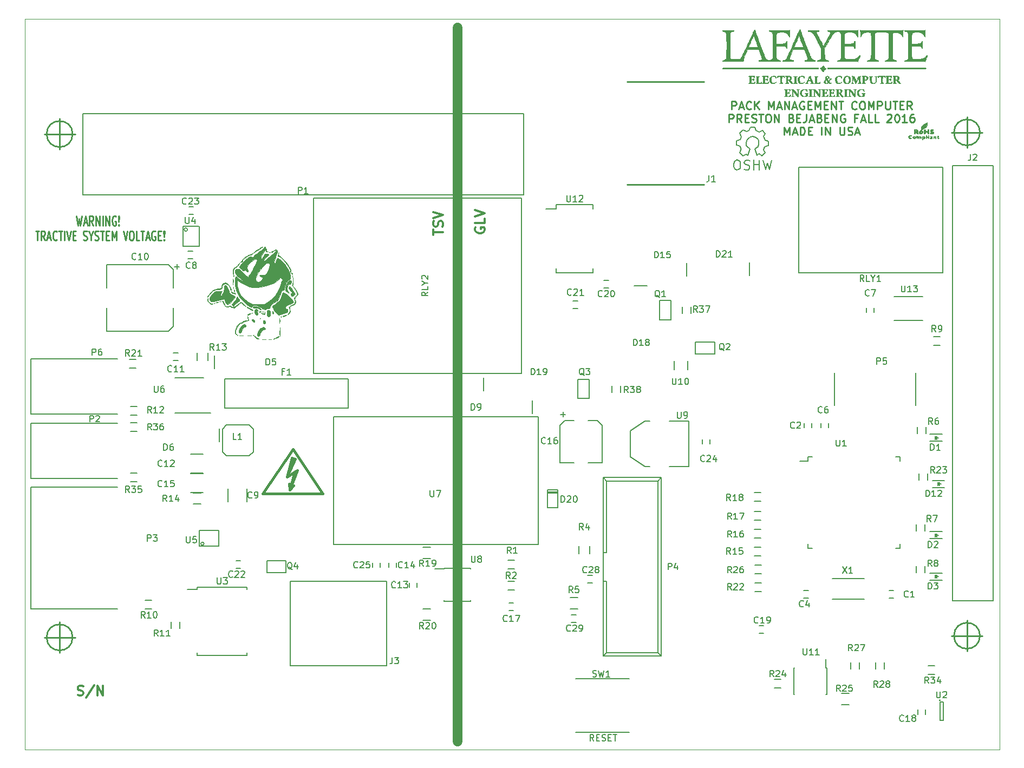
<source format=gbr>
G04 #@! TF.FileFunction,Legend,Top*
%FSLAX46Y46*%
G04 Gerber Fmt 4.6, Leading zero omitted, Abs format (unit mm)*
G04 Created by KiCad (PCBNEW 4.0.2-stable) date 12/22/2016 4:19:51 PM*
%MOMM*%
G01*
G04 APERTURE LIST*
%ADD10C,0.100000*%
%ADD11C,1.500000*%
%ADD12C,0.150000*%
%ADD13C,0.300000*%
%ADD14C,0.250000*%
%ADD15C,0.254000*%
%ADD16C,0.381000*%
%ADD17C,0.010000*%
%ADD18C,0.127000*%
%ADD19C,0.203200*%
G04 APERTURE END LIST*
D10*
X220980000Y-40640000D02*
X68580000Y-40640000D01*
X220980000Y-154940000D02*
X220980000Y-40640000D01*
X68580000Y-154940000D02*
X220980000Y-154940000D01*
X68580000Y-40767000D02*
X68580000Y-154940000D01*
D11*
X136271000Y-42037000D02*
X136271000Y-153670000D01*
X136271000Y-57254000D02*
X136271000Y-139254000D01*
D12*
X157551619Y-153614381D02*
X157218285Y-153138190D01*
X156980190Y-153614381D02*
X156980190Y-152614381D01*
X157361143Y-152614381D01*
X157456381Y-152662000D01*
X157504000Y-152709619D01*
X157551619Y-152804857D01*
X157551619Y-152947714D01*
X157504000Y-153042952D01*
X157456381Y-153090571D01*
X157361143Y-153138190D01*
X156980190Y-153138190D01*
X157980190Y-153090571D02*
X158313524Y-153090571D01*
X158456381Y-153614381D02*
X157980190Y-153614381D01*
X157980190Y-152614381D01*
X158456381Y-152614381D01*
X158837333Y-153566762D02*
X158980190Y-153614381D01*
X159218286Y-153614381D01*
X159313524Y-153566762D01*
X159361143Y-153519143D01*
X159408762Y-153423905D01*
X159408762Y-153328667D01*
X159361143Y-153233429D01*
X159313524Y-153185810D01*
X159218286Y-153138190D01*
X159027809Y-153090571D01*
X158932571Y-153042952D01*
X158884952Y-152995333D01*
X158837333Y-152900095D01*
X158837333Y-152804857D01*
X158884952Y-152709619D01*
X158932571Y-152662000D01*
X159027809Y-152614381D01*
X159265905Y-152614381D01*
X159408762Y-152662000D01*
X159837333Y-153090571D02*
X160170667Y-153090571D01*
X160313524Y-153614381D02*
X159837333Y-153614381D01*
X159837333Y-152614381D01*
X160313524Y-152614381D01*
X160599238Y-152614381D02*
X161170667Y-152614381D01*
X160884952Y-153614381D02*
X160884952Y-152614381D01*
D10*
X68580000Y-142240000D02*
X68580000Y-142113000D01*
D13*
X76867000Y-146403143D02*
X77081286Y-146474571D01*
X77438429Y-146474571D01*
X77581286Y-146403143D01*
X77652715Y-146331714D01*
X77724143Y-146188857D01*
X77724143Y-146046000D01*
X77652715Y-145903143D01*
X77581286Y-145831714D01*
X77438429Y-145760286D01*
X77152715Y-145688857D01*
X77009857Y-145617429D01*
X76938429Y-145546000D01*
X76867000Y-145403143D01*
X76867000Y-145260286D01*
X76938429Y-145117429D01*
X77009857Y-145046000D01*
X77152715Y-144974571D01*
X77509857Y-144974571D01*
X77724143Y-145046000D01*
X79438428Y-144903143D02*
X78152714Y-146831714D01*
X79938429Y-146474571D02*
X79938429Y-144974571D01*
X80795572Y-146474571D01*
X80795572Y-144974571D01*
X139077000Y-73310643D02*
X139005571Y-73453500D01*
X139005571Y-73667786D01*
X139077000Y-73882071D01*
X139219857Y-74024929D01*
X139362714Y-74096357D01*
X139648429Y-74167786D01*
X139862714Y-74167786D01*
X140148429Y-74096357D01*
X140291286Y-74024929D01*
X140434143Y-73882071D01*
X140505571Y-73667786D01*
X140505571Y-73524929D01*
X140434143Y-73310643D01*
X140362714Y-73239214D01*
X139862714Y-73239214D01*
X139862714Y-73524929D01*
X140505571Y-71882071D02*
X140505571Y-72596357D01*
X139005571Y-72596357D01*
X139005571Y-71596357D02*
X140505571Y-71096357D01*
X139005571Y-70596357D01*
X132465071Y-74429714D02*
X132465071Y-73572571D01*
X133965071Y-74001142D02*
X132465071Y-74001142D01*
X133893643Y-73144000D02*
X133965071Y-72929714D01*
X133965071Y-72572571D01*
X133893643Y-72429714D01*
X133822214Y-72358285D01*
X133679357Y-72286857D01*
X133536500Y-72286857D01*
X133393643Y-72358285D01*
X133322214Y-72429714D01*
X133250786Y-72572571D01*
X133179357Y-72858285D01*
X133107929Y-73001143D01*
X133036500Y-73072571D01*
X132893643Y-73144000D01*
X132750786Y-73144000D01*
X132607929Y-73072571D01*
X132536500Y-73001143D01*
X132465071Y-72858285D01*
X132465071Y-72501143D01*
X132536500Y-72286857D01*
X132465071Y-71858286D02*
X133965071Y-71358286D01*
X132465071Y-70858286D01*
D14*
X179119381Y-54826476D02*
X179119381Y-53576476D01*
X179595572Y-53576476D01*
X179714619Y-53636000D01*
X179774143Y-53695524D01*
X179833667Y-53814571D01*
X179833667Y-53993143D01*
X179774143Y-54112190D01*
X179714619Y-54171714D01*
X179595572Y-54231238D01*
X179119381Y-54231238D01*
X180309857Y-54469333D02*
X180905095Y-54469333D01*
X180190810Y-54826476D02*
X180607476Y-53576476D01*
X181024143Y-54826476D01*
X182155096Y-54707429D02*
X182095572Y-54766952D01*
X181917001Y-54826476D01*
X181797953Y-54826476D01*
X181619381Y-54766952D01*
X181500334Y-54647905D01*
X181440810Y-54528857D01*
X181381286Y-54290762D01*
X181381286Y-54112190D01*
X181440810Y-53874095D01*
X181500334Y-53755048D01*
X181619381Y-53636000D01*
X181797953Y-53576476D01*
X181917001Y-53576476D01*
X182095572Y-53636000D01*
X182155096Y-53695524D01*
X182690810Y-54826476D02*
X182690810Y-53576476D01*
X183405096Y-54826476D02*
X182869381Y-54112190D01*
X183405096Y-53576476D02*
X182690810Y-54290762D01*
X184893191Y-54826476D02*
X184893191Y-53576476D01*
X185309858Y-54469333D01*
X185726524Y-53576476D01*
X185726524Y-54826476D01*
X186262238Y-54469333D02*
X186857476Y-54469333D01*
X186143191Y-54826476D02*
X186559857Y-53576476D01*
X186976524Y-54826476D01*
X187393191Y-54826476D02*
X187393191Y-53576476D01*
X188107477Y-54826476D01*
X188107477Y-53576476D01*
X188643191Y-54469333D02*
X189238429Y-54469333D01*
X188524144Y-54826476D02*
X188940810Y-53576476D01*
X189357477Y-54826476D01*
X190428906Y-53636000D02*
X190309858Y-53576476D01*
X190131287Y-53576476D01*
X189952715Y-53636000D01*
X189833668Y-53755048D01*
X189774144Y-53874095D01*
X189714620Y-54112190D01*
X189714620Y-54290762D01*
X189774144Y-54528857D01*
X189833668Y-54647905D01*
X189952715Y-54766952D01*
X190131287Y-54826476D01*
X190250335Y-54826476D01*
X190428906Y-54766952D01*
X190488430Y-54707429D01*
X190488430Y-54290762D01*
X190250335Y-54290762D01*
X191024144Y-54171714D02*
X191440811Y-54171714D01*
X191619382Y-54826476D02*
X191024144Y-54826476D01*
X191024144Y-53576476D01*
X191619382Y-53576476D01*
X192155096Y-54826476D02*
X192155096Y-53576476D01*
X192571763Y-54469333D01*
X192988429Y-53576476D01*
X192988429Y-54826476D01*
X193583667Y-54171714D02*
X194000334Y-54171714D01*
X194178905Y-54826476D02*
X193583667Y-54826476D01*
X193583667Y-53576476D01*
X194178905Y-53576476D01*
X194714619Y-54826476D02*
X194714619Y-53576476D01*
X195428905Y-54826476D01*
X195428905Y-53576476D01*
X195845572Y-53576476D02*
X196559857Y-53576476D01*
X196202714Y-54826476D02*
X196202714Y-53576476D01*
X198643191Y-54707429D02*
X198583667Y-54766952D01*
X198405096Y-54826476D01*
X198286048Y-54826476D01*
X198107476Y-54766952D01*
X197988429Y-54647905D01*
X197928905Y-54528857D01*
X197869381Y-54290762D01*
X197869381Y-54112190D01*
X197928905Y-53874095D01*
X197988429Y-53755048D01*
X198107476Y-53636000D01*
X198286048Y-53576476D01*
X198405096Y-53576476D01*
X198583667Y-53636000D01*
X198643191Y-53695524D01*
X199417000Y-53576476D02*
X199655096Y-53576476D01*
X199774143Y-53636000D01*
X199893191Y-53755048D01*
X199952715Y-53993143D01*
X199952715Y-54409810D01*
X199893191Y-54647905D01*
X199774143Y-54766952D01*
X199655096Y-54826476D01*
X199417000Y-54826476D01*
X199297953Y-54766952D01*
X199178905Y-54647905D01*
X199119381Y-54409810D01*
X199119381Y-53993143D01*
X199178905Y-53755048D01*
X199297953Y-53636000D01*
X199417000Y-53576476D01*
X200488429Y-54826476D02*
X200488429Y-53576476D01*
X200905096Y-54469333D01*
X201321762Y-53576476D01*
X201321762Y-54826476D01*
X201917000Y-54826476D02*
X201917000Y-53576476D01*
X202393191Y-53576476D01*
X202512238Y-53636000D01*
X202571762Y-53695524D01*
X202631286Y-53814571D01*
X202631286Y-53993143D01*
X202571762Y-54112190D01*
X202512238Y-54171714D01*
X202393191Y-54231238D01*
X201917000Y-54231238D01*
X203167000Y-53576476D02*
X203167000Y-54588381D01*
X203226524Y-54707429D01*
X203286048Y-54766952D01*
X203405095Y-54826476D01*
X203643191Y-54826476D01*
X203762238Y-54766952D01*
X203821762Y-54707429D01*
X203881286Y-54588381D01*
X203881286Y-53576476D01*
X204297953Y-53576476D02*
X205012238Y-53576476D01*
X204655095Y-54826476D02*
X204655095Y-53576476D01*
X205428905Y-54171714D02*
X205845572Y-54171714D01*
X206024143Y-54826476D02*
X205428905Y-54826476D01*
X205428905Y-53576476D01*
X206024143Y-53576476D01*
X207274143Y-54826476D02*
X206857476Y-54231238D01*
X206559857Y-54826476D02*
X206559857Y-53576476D01*
X207036048Y-53576476D01*
X207155095Y-53636000D01*
X207214619Y-53695524D01*
X207274143Y-53814571D01*
X207274143Y-53993143D01*
X207214619Y-54112190D01*
X207155095Y-54171714D01*
X207036048Y-54231238D01*
X206559857Y-54231238D01*
X178702714Y-56826476D02*
X178702714Y-55576476D01*
X179178905Y-55576476D01*
X179297952Y-55636000D01*
X179357476Y-55695524D01*
X179417000Y-55814571D01*
X179417000Y-55993143D01*
X179357476Y-56112190D01*
X179297952Y-56171714D01*
X179178905Y-56231238D01*
X178702714Y-56231238D01*
X180667000Y-56826476D02*
X180250333Y-56231238D01*
X179952714Y-56826476D02*
X179952714Y-55576476D01*
X180428905Y-55576476D01*
X180547952Y-55636000D01*
X180607476Y-55695524D01*
X180667000Y-55814571D01*
X180667000Y-55993143D01*
X180607476Y-56112190D01*
X180547952Y-56171714D01*
X180428905Y-56231238D01*
X179952714Y-56231238D01*
X181202714Y-56171714D02*
X181619381Y-56171714D01*
X181797952Y-56826476D02*
X181202714Y-56826476D01*
X181202714Y-55576476D01*
X181797952Y-55576476D01*
X182274142Y-56766952D02*
X182452714Y-56826476D01*
X182750333Y-56826476D01*
X182869380Y-56766952D01*
X182928904Y-56707429D01*
X182988428Y-56588381D01*
X182988428Y-56469333D01*
X182928904Y-56350286D01*
X182869380Y-56290762D01*
X182750333Y-56231238D01*
X182512237Y-56171714D01*
X182393190Y-56112190D01*
X182333666Y-56052667D01*
X182274142Y-55933619D01*
X182274142Y-55814571D01*
X182333666Y-55695524D01*
X182393190Y-55636000D01*
X182512237Y-55576476D01*
X182809857Y-55576476D01*
X182988428Y-55636000D01*
X183345571Y-55576476D02*
X184059856Y-55576476D01*
X183702713Y-56826476D02*
X183702713Y-55576476D01*
X184714618Y-55576476D02*
X184952714Y-55576476D01*
X185071761Y-55636000D01*
X185190809Y-55755048D01*
X185250333Y-55993143D01*
X185250333Y-56409810D01*
X185190809Y-56647905D01*
X185071761Y-56766952D01*
X184952714Y-56826476D01*
X184714618Y-56826476D01*
X184595571Y-56766952D01*
X184476523Y-56647905D01*
X184416999Y-56409810D01*
X184416999Y-55993143D01*
X184476523Y-55755048D01*
X184595571Y-55636000D01*
X184714618Y-55576476D01*
X185786047Y-56826476D02*
X185786047Y-55576476D01*
X186500333Y-56826476D01*
X186500333Y-55576476D01*
X188464619Y-56171714D02*
X188643190Y-56231238D01*
X188702714Y-56290762D01*
X188762238Y-56409810D01*
X188762238Y-56588381D01*
X188702714Y-56707429D01*
X188643190Y-56766952D01*
X188524143Y-56826476D01*
X188047952Y-56826476D01*
X188047952Y-55576476D01*
X188464619Y-55576476D01*
X188583666Y-55636000D01*
X188643190Y-55695524D01*
X188702714Y-55814571D01*
X188702714Y-55933619D01*
X188643190Y-56052667D01*
X188583666Y-56112190D01*
X188464619Y-56171714D01*
X188047952Y-56171714D01*
X189297952Y-56171714D02*
X189714619Y-56171714D01*
X189893190Y-56826476D02*
X189297952Y-56826476D01*
X189297952Y-55576476D01*
X189893190Y-55576476D01*
X190786047Y-55576476D02*
X190786047Y-56469333D01*
X190726523Y-56647905D01*
X190607475Y-56766952D01*
X190428904Y-56826476D01*
X190309856Y-56826476D01*
X191321761Y-56469333D02*
X191916999Y-56469333D01*
X191202714Y-56826476D02*
X191619380Y-55576476D01*
X192036047Y-56826476D01*
X192869381Y-56171714D02*
X193047952Y-56231238D01*
X193107476Y-56290762D01*
X193167000Y-56409810D01*
X193167000Y-56588381D01*
X193107476Y-56707429D01*
X193047952Y-56766952D01*
X192928905Y-56826476D01*
X192452714Y-56826476D01*
X192452714Y-55576476D01*
X192869381Y-55576476D01*
X192988428Y-55636000D01*
X193047952Y-55695524D01*
X193107476Y-55814571D01*
X193107476Y-55933619D01*
X193047952Y-56052667D01*
X192988428Y-56112190D01*
X192869381Y-56171714D01*
X192452714Y-56171714D01*
X193702714Y-56171714D02*
X194119381Y-56171714D01*
X194297952Y-56826476D02*
X193702714Y-56826476D01*
X193702714Y-55576476D01*
X194297952Y-55576476D01*
X194833666Y-56826476D02*
X194833666Y-55576476D01*
X195547952Y-56826476D01*
X195547952Y-55576476D01*
X196797952Y-55636000D02*
X196678904Y-55576476D01*
X196500333Y-55576476D01*
X196321761Y-55636000D01*
X196202714Y-55755048D01*
X196143190Y-55874095D01*
X196083666Y-56112190D01*
X196083666Y-56290762D01*
X196143190Y-56528857D01*
X196202714Y-56647905D01*
X196321761Y-56766952D01*
X196500333Y-56826476D01*
X196619381Y-56826476D01*
X196797952Y-56766952D01*
X196857476Y-56707429D01*
X196857476Y-56290762D01*
X196619381Y-56290762D01*
X198762238Y-56171714D02*
X198345571Y-56171714D01*
X198345571Y-56826476D02*
X198345571Y-55576476D01*
X198940809Y-55576476D01*
X199357476Y-56469333D02*
X199952714Y-56469333D01*
X199238429Y-56826476D02*
X199655095Y-55576476D01*
X200071762Y-56826476D01*
X201083667Y-56826476D02*
X200488429Y-56826476D01*
X200488429Y-55576476D01*
X202095572Y-56826476D02*
X201500334Y-56826476D01*
X201500334Y-55576476D01*
X203405096Y-55695524D02*
X203464620Y-55636000D01*
X203583668Y-55576476D01*
X203881287Y-55576476D01*
X204000334Y-55636000D01*
X204059858Y-55695524D01*
X204119382Y-55814571D01*
X204119382Y-55933619D01*
X204059858Y-56112190D01*
X203345572Y-56826476D01*
X204119382Y-56826476D01*
X204893191Y-55576476D02*
X205012239Y-55576476D01*
X205131287Y-55636000D01*
X205190810Y-55695524D01*
X205250334Y-55814571D01*
X205309858Y-56052667D01*
X205309858Y-56350286D01*
X205250334Y-56588381D01*
X205190810Y-56707429D01*
X205131287Y-56766952D01*
X205012239Y-56826476D01*
X204893191Y-56826476D01*
X204774144Y-56766952D01*
X204714620Y-56707429D01*
X204655096Y-56588381D01*
X204595572Y-56350286D01*
X204595572Y-56052667D01*
X204655096Y-55814571D01*
X204714620Y-55695524D01*
X204774144Y-55636000D01*
X204893191Y-55576476D01*
X206500334Y-56826476D02*
X205786048Y-56826476D01*
X206143191Y-56826476D02*
X206143191Y-55576476D01*
X206024143Y-55755048D01*
X205905096Y-55874095D01*
X205786048Y-55933619D01*
X207571762Y-55576476D02*
X207333667Y-55576476D01*
X207214619Y-55636000D01*
X207155096Y-55695524D01*
X207036048Y-55874095D01*
X206976524Y-56112190D01*
X206976524Y-56588381D01*
X207036048Y-56707429D01*
X207095572Y-56766952D01*
X207214619Y-56826476D01*
X207452715Y-56826476D01*
X207571762Y-56766952D01*
X207631286Y-56707429D01*
X207690810Y-56588381D01*
X207690810Y-56290762D01*
X207631286Y-56171714D01*
X207571762Y-56112190D01*
X207452715Y-56052667D01*
X207214619Y-56052667D01*
X207095572Y-56112190D01*
X207036048Y-56171714D01*
X206976524Y-56290762D01*
X187333667Y-58826476D02*
X187333667Y-57576476D01*
X187750334Y-58469333D01*
X188167000Y-57576476D01*
X188167000Y-58826476D01*
X188702714Y-58469333D02*
X189297952Y-58469333D01*
X188583667Y-58826476D02*
X189000333Y-57576476D01*
X189417000Y-58826476D01*
X189833667Y-58826476D02*
X189833667Y-57576476D01*
X190131286Y-57576476D01*
X190309858Y-57636000D01*
X190428905Y-57755048D01*
X190488429Y-57874095D01*
X190547953Y-58112190D01*
X190547953Y-58290762D01*
X190488429Y-58528857D01*
X190428905Y-58647905D01*
X190309858Y-58766952D01*
X190131286Y-58826476D01*
X189833667Y-58826476D01*
X191083667Y-58171714D02*
X191500334Y-58171714D01*
X191678905Y-58826476D02*
X191083667Y-58826476D01*
X191083667Y-57576476D01*
X191678905Y-57576476D01*
X193167000Y-58826476D02*
X193167000Y-57576476D01*
X193762238Y-58826476D02*
X193762238Y-57576476D01*
X194476524Y-58826476D01*
X194476524Y-57576476D01*
X196024143Y-57576476D02*
X196024143Y-58588381D01*
X196083667Y-58707429D01*
X196143191Y-58766952D01*
X196262238Y-58826476D01*
X196500334Y-58826476D01*
X196619381Y-58766952D01*
X196678905Y-58707429D01*
X196738429Y-58588381D01*
X196738429Y-57576476D01*
X197274143Y-58766952D02*
X197452715Y-58826476D01*
X197750334Y-58826476D01*
X197869381Y-58766952D01*
X197928905Y-58707429D01*
X197988429Y-58588381D01*
X197988429Y-58469333D01*
X197928905Y-58350286D01*
X197869381Y-58290762D01*
X197750334Y-58231238D01*
X197512238Y-58171714D01*
X197393191Y-58112190D01*
X197333667Y-58052667D01*
X197274143Y-57933619D01*
X197274143Y-57814571D01*
X197333667Y-57695524D01*
X197393191Y-57636000D01*
X197512238Y-57576476D01*
X197809858Y-57576476D01*
X197988429Y-57636000D01*
X198464619Y-58469333D02*
X199059857Y-58469333D01*
X198345572Y-58826476D02*
X198762238Y-57576476D01*
X199178905Y-58826476D01*
X76629096Y-71473071D02*
X76867191Y-72973071D01*
X77057668Y-71901643D01*
X77248144Y-72973071D01*
X77486239Y-71473071D01*
X77819572Y-72544500D02*
X78295763Y-72544500D01*
X77724334Y-72973071D02*
X78057667Y-71473071D01*
X78391001Y-72973071D01*
X79295763Y-72973071D02*
X78962429Y-72258786D01*
X78724334Y-72973071D02*
X78724334Y-71473071D01*
X79105287Y-71473071D01*
X79200525Y-71544500D01*
X79248144Y-71615929D01*
X79295763Y-71758786D01*
X79295763Y-71973071D01*
X79248144Y-72115929D01*
X79200525Y-72187357D01*
X79105287Y-72258786D01*
X78724334Y-72258786D01*
X79724334Y-72973071D02*
X79724334Y-71473071D01*
X80295763Y-72973071D01*
X80295763Y-71473071D01*
X80771953Y-72973071D02*
X80771953Y-71473071D01*
X81248143Y-72973071D02*
X81248143Y-71473071D01*
X81819572Y-72973071D01*
X81819572Y-71473071D01*
X82819572Y-71544500D02*
X82724334Y-71473071D01*
X82581477Y-71473071D01*
X82438619Y-71544500D01*
X82343381Y-71687357D01*
X82295762Y-71830214D01*
X82248143Y-72115929D01*
X82248143Y-72330214D01*
X82295762Y-72615929D01*
X82343381Y-72758786D01*
X82438619Y-72901643D01*
X82581477Y-72973071D01*
X82676715Y-72973071D01*
X82819572Y-72901643D01*
X82867191Y-72830214D01*
X82867191Y-72330214D01*
X82676715Y-72330214D01*
X83295762Y-72830214D02*
X83343381Y-72901643D01*
X83295762Y-72973071D01*
X83248143Y-72901643D01*
X83295762Y-72830214D01*
X83295762Y-72973071D01*
X83295762Y-72401643D02*
X83248143Y-71544500D01*
X83295762Y-71473071D01*
X83343381Y-71544500D01*
X83295762Y-72401643D01*
X83295762Y-71473071D01*
X70271952Y-73823071D02*
X70843381Y-73823071D01*
X70557666Y-75323071D02*
X70557666Y-73823071D01*
X71748143Y-75323071D02*
X71414809Y-74608786D01*
X71176714Y-75323071D02*
X71176714Y-73823071D01*
X71557667Y-73823071D01*
X71652905Y-73894500D01*
X71700524Y-73965929D01*
X71748143Y-74108786D01*
X71748143Y-74323071D01*
X71700524Y-74465929D01*
X71652905Y-74537357D01*
X71557667Y-74608786D01*
X71176714Y-74608786D01*
X72129095Y-74894500D02*
X72605286Y-74894500D01*
X72033857Y-75323071D02*
X72367190Y-73823071D01*
X72700524Y-75323071D01*
X73605286Y-75180214D02*
X73557667Y-75251643D01*
X73414810Y-75323071D01*
X73319572Y-75323071D01*
X73176714Y-75251643D01*
X73081476Y-75108786D01*
X73033857Y-74965929D01*
X72986238Y-74680214D01*
X72986238Y-74465929D01*
X73033857Y-74180214D01*
X73081476Y-74037357D01*
X73176714Y-73894500D01*
X73319572Y-73823071D01*
X73414810Y-73823071D01*
X73557667Y-73894500D01*
X73605286Y-73965929D01*
X73891000Y-73823071D02*
X74462429Y-73823071D01*
X74176714Y-75323071D02*
X74176714Y-73823071D01*
X74795762Y-75323071D02*
X74795762Y-73823071D01*
X75129095Y-73823071D02*
X75462428Y-75323071D01*
X75795762Y-73823071D01*
X76129095Y-74537357D02*
X76462429Y-74537357D01*
X76605286Y-75323071D02*
X76129095Y-75323071D01*
X76129095Y-73823071D01*
X76605286Y-73823071D01*
X77748143Y-75251643D02*
X77891000Y-75323071D01*
X78129096Y-75323071D01*
X78224334Y-75251643D01*
X78271953Y-75180214D01*
X78319572Y-75037357D01*
X78319572Y-74894500D01*
X78271953Y-74751643D01*
X78224334Y-74680214D01*
X78129096Y-74608786D01*
X77938619Y-74537357D01*
X77843381Y-74465929D01*
X77795762Y-74394500D01*
X77748143Y-74251643D01*
X77748143Y-74108786D01*
X77795762Y-73965929D01*
X77843381Y-73894500D01*
X77938619Y-73823071D01*
X78176715Y-73823071D01*
X78319572Y-73894500D01*
X78938619Y-74608786D02*
X78938619Y-75323071D01*
X78605286Y-73823071D02*
X78938619Y-74608786D01*
X79271953Y-73823071D01*
X79557667Y-75251643D02*
X79700524Y-75323071D01*
X79938620Y-75323071D01*
X80033858Y-75251643D01*
X80081477Y-75180214D01*
X80129096Y-75037357D01*
X80129096Y-74894500D01*
X80081477Y-74751643D01*
X80033858Y-74680214D01*
X79938620Y-74608786D01*
X79748143Y-74537357D01*
X79652905Y-74465929D01*
X79605286Y-74394500D01*
X79557667Y-74251643D01*
X79557667Y-74108786D01*
X79605286Y-73965929D01*
X79652905Y-73894500D01*
X79748143Y-73823071D01*
X79986239Y-73823071D01*
X80129096Y-73894500D01*
X80414810Y-73823071D02*
X80986239Y-73823071D01*
X80700524Y-75323071D02*
X80700524Y-73823071D01*
X81319572Y-74537357D02*
X81652906Y-74537357D01*
X81795763Y-75323071D02*
X81319572Y-75323071D01*
X81319572Y-73823071D01*
X81795763Y-73823071D01*
X82224334Y-75323071D02*
X82224334Y-73823071D01*
X82557668Y-74894500D01*
X82891001Y-73823071D01*
X82891001Y-75323071D01*
X83986239Y-73823071D02*
X84319572Y-75323071D01*
X84652906Y-73823071D01*
X85176715Y-73823071D02*
X85367192Y-73823071D01*
X85462430Y-73894500D01*
X85557668Y-74037357D01*
X85605287Y-74323071D01*
X85605287Y-74823071D01*
X85557668Y-75108786D01*
X85462430Y-75251643D01*
X85367192Y-75323071D01*
X85176715Y-75323071D01*
X85081477Y-75251643D01*
X84986239Y-75108786D01*
X84938620Y-74823071D01*
X84938620Y-74323071D01*
X84986239Y-74037357D01*
X85081477Y-73894500D01*
X85176715Y-73823071D01*
X86510049Y-75323071D02*
X86033858Y-75323071D01*
X86033858Y-73823071D01*
X86700525Y-73823071D02*
X87271954Y-73823071D01*
X86986239Y-75323071D02*
X86986239Y-73823071D01*
X87557668Y-74894500D02*
X88033859Y-74894500D01*
X87462430Y-75323071D02*
X87795763Y-73823071D01*
X88129097Y-75323071D01*
X88986240Y-73894500D02*
X88891002Y-73823071D01*
X88748145Y-73823071D01*
X88605287Y-73894500D01*
X88510049Y-74037357D01*
X88462430Y-74180214D01*
X88414811Y-74465929D01*
X88414811Y-74680214D01*
X88462430Y-74965929D01*
X88510049Y-75108786D01*
X88605287Y-75251643D01*
X88748145Y-75323071D01*
X88843383Y-75323071D01*
X88986240Y-75251643D01*
X89033859Y-75180214D01*
X89033859Y-74680214D01*
X88843383Y-74680214D01*
X89462430Y-74537357D02*
X89795764Y-74537357D01*
X89938621Y-75323071D02*
X89462430Y-75323071D01*
X89462430Y-73823071D01*
X89938621Y-73823071D01*
X90367192Y-75180214D02*
X90414811Y-75251643D01*
X90367192Y-75323071D01*
X90319573Y-75251643D01*
X90367192Y-75180214D01*
X90367192Y-75323071D01*
X90367192Y-74751643D02*
X90319573Y-73894500D01*
X90367192Y-73823071D01*
X90414811Y-73894500D01*
X90367192Y-74751643D01*
X90367192Y-73823071D01*
D12*
X116842000Y-102903000D02*
X148842000Y-102903000D01*
X148842000Y-102903000D02*
X148842000Y-122903000D01*
X148842000Y-122903000D02*
X116842000Y-122903000D01*
X116842000Y-122903000D02*
X116842000Y-102903000D01*
D15*
X74041000Y-135001000D02*
X74041000Y-139827000D01*
X71628000Y-137414000D02*
X76454000Y-137414000D01*
X76073000Y-137414000D02*
G75*
G03X76073000Y-137414000I-2032000J0D01*
G01*
X74041000Y-56261000D02*
X74041000Y-61087000D01*
X71628000Y-58674000D02*
X76454000Y-58674000D01*
X76073000Y-58674000D02*
G75*
G03X76073000Y-58674000I-2032000J0D01*
G01*
D12*
X203739000Y-130083000D02*
X204439000Y-130083000D01*
X204439000Y-131283000D02*
X203739000Y-131283000D01*
X190408000Y-104617000D02*
X190408000Y-103917000D01*
X191608000Y-103917000D02*
X191608000Y-104617000D01*
X191104000Y-131283000D02*
X190404000Y-131283000D01*
X190404000Y-130083000D02*
X191104000Y-130083000D01*
X193075000Y-104617000D02*
X193075000Y-103917000D01*
X194275000Y-103917000D02*
X194275000Y-104617000D01*
X200187000Y-86583000D02*
X200187000Y-85883000D01*
X201387000Y-85883000D02*
X201387000Y-86583000D01*
X94838000Y-78197000D02*
X94138000Y-78197000D01*
X94138000Y-76997000D02*
X94838000Y-76997000D01*
X103329000Y-116189000D02*
X103329000Y-114189000D01*
X100379000Y-114189000D02*
X100379000Y-116189000D01*
X129949500Y-128872500D02*
X129949500Y-129572500D01*
X128749500Y-129572500D02*
X128749500Y-128872500D01*
X94504000Y-114759000D02*
X96504000Y-114759000D01*
X96504000Y-111809000D02*
X94504000Y-111809000D01*
X145003000Y-133188000D02*
X144303000Y-133188000D01*
X144303000Y-131988000D02*
X145003000Y-131988000D01*
X208188000Y-149448000D02*
X208188000Y-148748000D01*
X209388000Y-148748000D02*
X209388000Y-149448000D01*
X184119000Y-136744000D02*
X183419000Y-136744000D01*
X183419000Y-135544000D02*
X184119000Y-135544000D01*
X159862000Y-82769000D02*
X159162000Y-82769000D01*
X159162000Y-81569000D02*
X159862000Y-81569000D01*
X154336000Y-84744000D02*
X155036000Y-84744000D01*
X155036000Y-85944000D02*
X154336000Y-85944000D01*
X102331000Y-126584000D02*
X101631000Y-126584000D01*
X101631000Y-125384000D02*
X102331000Y-125384000D01*
X94265000Y-70012000D02*
X94965000Y-70012000D01*
X94965000Y-71212000D02*
X94265000Y-71212000D01*
X175733000Y-106457000D02*
X175733000Y-107157000D01*
X174533000Y-107157000D02*
X174533000Y-106457000D01*
X210101000Y-106722000D02*
X212001000Y-106722000D01*
X210101000Y-105622000D02*
X212001000Y-105622000D01*
X211001000Y-106172000D02*
X211451000Y-106172000D01*
X210951000Y-105922000D02*
X210951000Y-106422000D01*
X210951000Y-106172000D02*
X211201000Y-105922000D01*
X211201000Y-105922000D02*
X211201000Y-106422000D01*
X211201000Y-106422000D02*
X210951000Y-106172000D01*
X210101000Y-121962000D02*
X212001000Y-121962000D01*
X210101000Y-120862000D02*
X212001000Y-120862000D01*
X211001000Y-121412000D02*
X211451000Y-121412000D01*
X210951000Y-121162000D02*
X210951000Y-121662000D01*
X210951000Y-121412000D02*
X211201000Y-121162000D01*
X211201000Y-121162000D02*
X211201000Y-121662000D01*
X211201000Y-121662000D02*
X210951000Y-121412000D01*
X210101000Y-128439000D02*
X212001000Y-128439000D01*
X210101000Y-127339000D02*
X212001000Y-127339000D01*
X211001000Y-127889000D02*
X211451000Y-127889000D01*
X210951000Y-127639000D02*
X210951000Y-128139000D01*
X210951000Y-127889000D02*
X211201000Y-127639000D01*
X211201000Y-127639000D02*
X211201000Y-128139000D01*
X211201000Y-128139000D02*
X210951000Y-127889000D01*
X210482000Y-113961000D02*
X212382000Y-113961000D01*
X210482000Y-112861000D02*
X212382000Y-112861000D01*
X211382000Y-113411000D02*
X211832000Y-113411000D01*
X211332000Y-113161000D02*
X211332000Y-113661000D01*
X211332000Y-113411000D02*
X211582000Y-113161000D01*
X211582000Y-113161000D02*
X211582000Y-113661000D01*
X211582000Y-113661000D02*
X211332000Y-113411000D01*
X219964000Y-63627000D02*
X213614000Y-63627000D01*
X213614000Y-63627000D02*
X213614000Y-131699000D01*
X213614000Y-131699000D02*
X219964000Y-131699000D01*
X219964000Y-131699000D02*
X219964000Y-63627000D01*
X125142000Y-141860000D02*
X125142000Y-128650000D01*
X110062000Y-128650000D02*
X125142000Y-128650000D01*
X110062000Y-141860000D02*
X110062000Y-128650000D01*
X125142000Y-141860000D02*
X110062000Y-141860000D01*
X168126000Y-112395000D02*
X168126000Y-140335000D01*
X167576000Y-112935000D02*
X167576000Y-139775000D01*
X159026000Y-112395000D02*
X159026000Y-140335000D01*
X159576000Y-112935000D02*
X159576000Y-124115000D01*
X159576000Y-128615000D02*
X159576000Y-139775000D01*
X159576000Y-124115000D02*
X159026000Y-124115000D01*
X159576000Y-128615000D02*
X159026000Y-128615000D01*
X168126000Y-112395000D02*
X159026000Y-112395000D01*
X167576000Y-112935000D02*
X159576000Y-112935000D01*
X168126000Y-140335000D02*
X159026000Y-140335000D01*
X167576000Y-139775000D02*
X159576000Y-139775000D01*
X168126000Y-112395000D02*
X167576000Y-112935000D01*
X168126000Y-140335000D02*
X167576000Y-139775000D01*
X159026000Y-112395000D02*
X159576000Y-112935000D01*
X159026000Y-140335000D02*
X159576000Y-139775000D01*
X144153000Y-125309000D02*
X145153000Y-125309000D01*
X145153000Y-126659000D02*
X144153000Y-126659000D01*
X144153000Y-128611000D02*
X145153000Y-128611000D01*
X145153000Y-129961000D02*
X144153000Y-129961000D01*
X209463000Y-104529000D02*
X209463000Y-105529000D01*
X208113000Y-105529000D02*
X208113000Y-104529000D01*
X209336000Y-119769000D02*
X209336000Y-120769000D01*
X207986000Y-120769000D02*
X207986000Y-119769000D01*
X209336000Y-126246000D02*
X209336000Y-127246000D01*
X207986000Y-127246000D02*
X207986000Y-126246000D01*
X211701000Y-91734000D02*
X210701000Y-91734000D01*
X210701000Y-90384000D02*
X211701000Y-90384000D01*
X88384000Y-132945500D02*
X87384000Y-132945500D01*
X87384000Y-131595500D02*
X88384000Y-131595500D01*
X132045000Y-125081000D02*
X130845000Y-125081000D01*
X130845000Y-123331000D02*
X132045000Y-123331000D01*
X132045000Y-134733000D02*
X130845000Y-134733000D01*
X130845000Y-132983000D02*
X132045000Y-132983000D01*
X209717000Y-111768000D02*
X209717000Y-112768000D01*
X208367000Y-112768000D02*
X208367000Y-111768000D01*
X186809000Y-145328000D02*
X185809000Y-145328000D01*
X185809000Y-143978000D02*
X186809000Y-143978000D01*
X196250000Y-146191000D02*
X197450000Y-146191000D01*
X197450000Y-147941000D02*
X196250000Y-147941000D01*
X209812000Y-141819000D02*
X210812000Y-141819000D01*
X210812000Y-143169000D02*
X209812000Y-143169000D01*
X85098000Y-111720000D02*
X86098000Y-111720000D01*
X86098000Y-113070000D02*
X85098000Y-113070000D01*
X85098000Y-103846000D02*
X86098000Y-103846000D01*
X86098000Y-105196000D02*
X85098000Y-105196000D01*
X172760000Y-85733000D02*
X172760000Y-86733000D01*
X171410000Y-86733000D02*
X171410000Y-85733000D01*
X161711000Y-98052000D02*
X161711000Y-99052000D01*
X160361000Y-99052000D02*
X160361000Y-98052000D01*
X191072000Y-109157000D02*
X191072000Y-109832000D01*
X205422000Y-109157000D02*
X205422000Y-109832000D01*
X205422000Y-123507000D02*
X205422000Y-122832000D01*
X191072000Y-123507000D02*
X191072000Y-122832000D01*
X191072000Y-109157000D02*
X191747000Y-109157000D01*
X191072000Y-123507000D02*
X191747000Y-123507000D01*
X205422000Y-123507000D02*
X204747000Y-123507000D01*
X205422000Y-109157000D02*
X204747000Y-109157000D01*
X191072000Y-109832000D02*
X189797000Y-109832000D01*
X211763000Y-147271000D02*
G75*
G03X211763000Y-147271000I-100000J0D01*
G01*
X212213000Y-147521000D02*
X211713000Y-147521000D01*
X212213000Y-150421000D02*
X212213000Y-147521000D01*
X211713000Y-150421000D02*
X212213000Y-150421000D01*
X211713000Y-147521000D02*
X211713000Y-150421000D01*
X95566000Y-129549000D02*
X95566000Y-129904000D01*
X103316000Y-129549000D02*
X103316000Y-129904000D01*
X103316000Y-140199000D02*
X103316000Y-139844000D01*
X95566000Y-140199000D02*
X95566000Y-139844000D01*
X95566000Y-129549000D02*
X103316000Y-129549000D01*
X95566000Y-140199000D02*
X103316000Y-140199000D01*
X95566000Y-129904000D02*
X94041000Y-129904000D01*
X93365000Y-73126000D02*
X95815000Y-73126000D01*
X95865000Y-73126000D02*
X95865000Y-76226000D01*
X95865000Y-76226000D02*
X93415000Y-76226000D01*
X93365000Y-76226000D02*
X93365000Y-73126000D01*
X94015000Y-73626000D02*
G75*
G03X94015000Y-73626000I-250000J0D01*
G01*
X95859000Y-123170000D02*
X95859000Y-120720000D01*
X95859000Y-120670000D02*
X98959000Y-120670000D01*
X98959000Y-120670000D02*
X98959000Y-123120000D01*
X98959000Y-123170000D02*
X95859000Y-123170000D01*
X96609000Y-122770000D02*
G75*
G03X96609000Y-122770000I-250000J0D01*
G01*
X134132500Y-126584000D02*
X134132500Y-126729000D01*
X138282500Y-126584000D02*
X138282500Y-126729000D01*
X138282500Y-131734000D02*
X138282500Y-131589000D01*
X134132500Y-131734000D02*
X134132500Y-131589000D01*
X134132500Y-126584000D02*
X138282500Y-126584000D01*
X134132500Y-131734000D02*
X138282500Y-131734000D01*
X134132500Y-126729000D02*
X132732500Y-126729000D01*
X169354500Y-110680500D02*
X172402500Y-110680500D01*
X172402500Y-110680500D02*
X172402500Y-103568500D01*
X172402500Y-103568500D02*
X169354500Y-103568500D01*
X166306500Y-110680500D02*
X165544500Y-110680500D01*
X165544500Y-110680500D02*
X163258500Y-109156500D01*
X163258500Y-109156500D02*
X163258500Y-105092500D01*
X163258500Y-105092500D02*
X165544500Y-103568500D01*
X165544500Y-103568500D02*
X166306500Y-103568500D01*
X193964000Y-142197000D02*
X193819000Y-142197000D01*
X193964000Y-146347000D02*
X193819000Y-146347000D01*
X188814000Y-146347000D02*
X188959000Y-146347000D01*
X188814000Y-142197000D02*
X188959000Y-142197000D01*
X193964000Y-142197000D02*
X193964000Y-146347000D01*
X188814000Y-142197000D02*
X188814000Y-146347000D01*
X193819000Y-142197000D02*
X193819000Y-140797000D01*
X151684000Y-69732000D02*
X151684000Y-70382000D01*
X157434000Y-69732000D02*
X157434000Y-70382000D01*
X157434000Y-80382000D02*
X157434000Y-79732000D01*
X151684000Y-80382000D02*
X151684000Y-79732000D01*
X151684000Y-69732000D02*
X157434000Y-69732000D01*
X151684000Y-80382000D02*
X157434000Y-80382000D01*
X151684000Y-70382000D02*
X150084000Y-70382000D01*
D10*
G36*
X189646287Y-51678416D02*
X189622032Y-51699310D01*
X189598662Y-51706660D01*
X189570780Y-51713801D01*
X189549051Y-51727543D01*
X189532715Y-51752694D01*
X189521008Y-51794065D01*
X189513168Y-51856463D01*
X189508432Y-51944699D01*
X189506037Y-52063581D01*
X189505221Y-52217919D01*
X189505166Y-52296295D01*
X189504397Y-52449155D01*
X189502207Y-52581184D01*
X189498777Y-52687641D01*
X189494285Y-52763788D01*
X189488910Y-52804883D01*
X189485731Y-52810833D01*
X189449588Y-52817816D01*
X189436800Y-52822151D01*
X189412854Y-52809770D01*
X189364019Y-52764547D01*
X189291069Y-52687307D01*
X189194779Y-52578876D01*
X189075924Y-52440079D01*
X189059361Y-52420446D01*
X188963851Y-52308241D01*
X188876289Y-52207587D01*
X188800605Y-52122826D01*
X188740731Y-52058300D01*
X188700598Y-52018351D01*
X188684958Y-52006962D01*
X188674577Y-52017294D01*
X188667086Y-52051707D01*
X188662139Y-52114699D01*
X188659393Y-52210767D01*
X188658502Y-52344411D01*
X188658500Y-52352469D01*
X188658946Y-52482802D01*
X188660734Y-52577425D01*
X188664535Y-52642955D01*
X188671022Y-52686010D01*
X188680868Y-52713209D01*
X188694744Y-52731169D01*
X188697208Y-52733469D01*
X188741318Y-52761052D01*
X188771291Y-52768500D01*
X188801712Y-52778897D01*
X188806666Y-52789666D01*
X188786685Y-52799808D01*
X188731372Y-52807043D01*
X188647679Y-52810598D01*
X188616166Y-52810833D01*
X188524886Y-52808613D01*
X188459774Y-52802467D01*
X188427776Y-52793168D01*
X188425666Y-52789666D01*
X188443326Y-52772262D01*
X188466488Y-52768500D01*
X188499689Y-52766026D01*
X188525264Y-52755369D01*
X188544198Y-52731678D01*
X188557479Y-52690100D01*
X188566096Y-52625782D01*
X188571035Y-52533873D01*
X188573285Y-52409521D01*
X188573832Y-52247873D01*
X188573833Y-52241101D01*
X188573610Y-52083477D01*
X188572169Y-51962728D01*
X188568349Y-51873400D01*
X188560988Y-51810035D01*
X188548926Y-51767176D01*
X188531002Y-51739367D01*
X188506055Y-51721151D01*
X188472924Y-51707071D01*
X188459168Y-51702106D01*
X188428915Y-51685271D01*
X188435263Y-51671823D01*
X188472521Y-51663289D01*
X188534999Y-51661197D01*
X188597426Y-51665004D01*
X188737436Y-51678416D01*
X189058124Y-52054125D01*
X189149827Y-52160556D01*
X189233089Y-52255286D01*
X189303817Y-52333812D01*
X189357919Y-52391631D01*
X189391301Y-52424241D01*
X189399656Y-52429833D01*
X189407796Y-52409350D01*
X189414132Y-52350579D01*
X189418413Y-52257536D01*
X189420392Y-52134238D01*
X189420500Y-52093758D01*
X189419926Y-51960330D01*
X189417217Y-51863108D01*
X189410893Y-51795972D01*
X189399474Y-51752800D01*
X189381478Y-51727470D01*
X189355427Y-51713861D01*
X189327004Y-51707152D01*
X189289911Y-51691254D01*
X189279379Y-51678416D01*
X189295701Y-51667870D01*
X189349529Y-51660681D01*
X189436129Y-51657397D01*
X189462833Y-51657250D01*
X189557018Y-51659453D01*
X189619636Y-51665700D01*
X189645952Y-51675444D01*
X189646287Y-51678416D01*
X189646287Y-51678416D01*
X189646287Y-51678416D01*
G37*
X189646287Y-51678416D02*
X189622032Y-51699310D01*
X189598662Y-51706660D01*
X189570780Y-51713801D01*
X189549051Y-51727543D01*
X189532715Y-51752694D01*
X189521008Y-51794065D01*
X189513168Y-51856463D01*
X189508432Y-51944699D01*
X189506037Y-52063581D01*
X189505221Y-52217919D01*
X189505166Y-52296295D01*
X189504397Y-52449155D01*
X189502207Y-52581184D01*
X189498777Y-52687641D01*
X189494285Y-52763788D01*
X189488910Y-52804883D01*
X189485731Y-52810833D01*
X189449588Y-52817816D01*
X189436800Y-52822151D01*
X189412854Y-52809770D01*
X189364019Y-52764547D01*
X189291069Y-52687307D01*
X189194779Y-52578876D01*
X189075924Y-52440079D01*
X189059361Y-52420446D01*
X188963851Y-52308241D01*
X188876289Y-52207587D01*
X188800605Y-52122826D01*
X188740731Y-52058300D01*
X188700598Y-52018351D01*
X188684958Y-52006962D01*
X188674577Y-52017294D01*
X188667086Y-52051707D01*
X188662139Y-52114699D01*
X188659393Y-52210767D01*
X188658502Y-52344411D01*
X188658500Y-52352469D01*
X188658946Y-52482802D01*
X188660734Y-52577425D01*
X188664535Y-52642955D01*
X188671022Y-52686010D01*
X188680868Y-52713209D01*
X188694744Y-52731169D01*
X188697208Y-52733469D01*
X188741318Y-52761052D01*
X188771291Y-52768500D01*
X188801712Y-52778897D01*
X188806666Y-52789666D01*
X188786685Y-52799808D01*
X188731372Y-52807043D01*
X188647679Y-52810598D01*
X188616166Y-52810833D01*
X188524886Y-52808613D01*
X188459774Y-52802467D01*
X188427776Y-52793168D01*
X188425666Y-52789666D01*
X188443326Y-52772262D01*
X188466488Y-52768500D01*
X188499689Y-52766026D01*
X188525264Y-52755369D01*
X188544198Y-52731678D01*
X188557479Y-52690100D01*
X188566096Y-52625782D01*
X188571035Y-52533873D01*
X188573285Y-52409521D01*
X188573832Y-52247873D01*
X188573833Y-52241101D01*
X188573610Y-52083477D01*
X188572169Y-51962728D01*
X188568349Y-51873400D01*
X188560988Y-51810035D01*
X188548926Y-51767176D01*
X188531002Y-51739367D01*
X188506055Y-51721151D01*
X188472924Y-51707071D01*
X188459168Y-51702106D01*
X188428915Y-51685271D01*
X188435263Y-51671823D01*
X188472521Y-51663289D01*
X188534999Y-51661197D01*
X188597426Y-51665004D01*
X188737436Y-51678416D01*
X189058124Y-52054125D01*
X189149827Y-52160556D01*
X189233089Y-52255286D01*
X189303817Y-52333812D01*
X189357919Y-52391631D01*
X189391301Y-52424241D01*
X189399656Y-52429833D01*
X189407796Y-52409350D01*
X189414132Y-52350579D01*
X189418413Y-52257536D01*
X189420392Y-52134238D01*
X189420500Y-52093758D01*
X189419926Y-51960330D01*
X189417217Y-51863108D01*
X189410893Y-51795972D01*
X189399474Y-51752800D01*
X189381478Y-51727470D01*
X189355427Y-51713861D01*
X189327004Y-51707152D01*
X189289911Y-51691254D01*
X189279379Y-51678416D01*
X189295701Y-51667870D01*
X189349529Y-51660681D01*
X189436129Y-51657397D01*
X189462833Y-51657250D01*
X189557018Y-51659453D01*
X189619636Y-51665700D01*
X189645952Y-51675444D01*
X189646287Y-51678416D01*
X189646287Y-51678416D01*
G36*
X191002533Y-52304928D02*
X190980182Y-52328821D01*
X190970958Y-52335823D01*
X190950576Y-52360412D01*
X190938505Y-52403685D01*
X190932710Y-52475188D01*
X190931585Y-52520595D01*
X190928590Y-52600368D01*
X190922852Y-52664415D01*
X190915548Y-52700176D01*
X190914636Y-52701947D01*
X190885408Y-52721478D01*
X190825411Y-52745025D01*
X190745607Y-52769486D01*
X190656957Y-52791755D01*
X190570421Y-52808730D01*
X190510583Y-52816369D01*
X190425346Y-52818303D01*
X190328488Y-52813257D01*
X190283900Y-52808290D01*
X190130165Y-52769246D01*
X190001713Y-52697682D01*
X189934864Y-52638063D01*
X189862568Y-52543720D01*
X189818634Y-52436756D01*
X189799501Y-52306900D01*
X189798001Y-52243545D01*
X189817327Y-52081090D01*
X189871862Y-51939595D01*
X189958468Y-51822091D01*
X190074005Y-51731609D01*
X190215336Y-51671179D01*
X190379320Y-51643830D01*
X190420548Y-51642533D01*
X190505353Y-51645292D01*
X190600309Y-51653589D01*
X190694552Y-51665821D01*
X190777220Y-51680388D01*
X190837448Y-51695685D01*
X190862556Y-51707734D01*
X190871614Y-51734150D01*
X190881913Y-51789942D01*
X190890066Y-51853041D01*
X190896243Y-51927159D01*
X190894008Y-51968007D01*
X190882339Y-51984001D01*
X190874035Y-51985333D01*
X190845846Y-51967652D01*
X190818759Y-51924791D01*
X190817459Y-51921735D01*
X190757918Y-51829909D01*
X190669500Y-51758751D01*
X190561904Y-51711494D01*
X190444830Y-51691371D01*
X190327977Y-51701615D01*
X190246069Y-51731297D01*
X190159988Y-51797685D01*
X190094969Y-51893186D01*
X190051414Y-52009962D01*
X190029725Y-52140177D01*
X190030304Y-52275993D01*
X190053552Y-52409574D01*
X190099871Y-52533083D01*
X190169663Y-52638683D01*
X190198029Y-52668375D01*
X190286899Y-52727395D01*
X190394745Y-52761318D01*
X190507138Y-52767868D01*
X190609647Y-52744769D01*
X190628051Y-52736206D01*
X190659030Y-52718329D01*
X190677577Y-52697387D01*
X190686879Y-52663062D01*
X190690124Y-52605036D01*
X190690500Y-52534043D01*
X190690500Y-52364173D01*
X190616416Y-52333219D01*
X190568668Y-52309574D01*
X190543490Y-52289901D01*
X190542333Y-52286674D01*
X190562073Y-52280409D01*
X190615600Y-52275346D01*
X190694369Y-52272057D01*
X190775166Y-52271083D01*
X190886571Y-52272616D01*
X190959251Y-52277991D01*
X190996730Y-52288373D01*
X191002533Y-52304928D01*
X191002533Y-52304928D01*
X191002533Y-52304928D01*
G37*
X191002533Y-52304928D02*
X190980182Y-52328821D01*
X190970958Y-52335823D01*
X190950576Y-52360412D01*
X190938505Y-52403685D01*
X190932710Y-52475188D01*
X190931585Y-52520595D01*
X190928590Y-52600368D01*
X190922852Y-52664415D01*
X190915548Y-52700176D01*
X190914636Y-52701947D01*
X190885408Y-52721478D01*
X190825411Y-52745025D01*
X190745607Y-52769486D01*
X190656957Y-52791755D01*
X190570421Y-52808730D01*
X190510583Y-52816369D01*
X190425346Y-52818303D01*
X190328488Y-52813257D01*
X190283900Y-52808290D01*
X190130165Y-52769246D01*
X190001713Y-52697682D01*
X189934864Y-52638063D01*
X189862568Y-52543720D01*
X189818634Y-52436756D01*
X189799501Y-52306900D01*
X189798001Y-52243545D01*
X189817327Y-52081090D01*
X189871862Y-51939595D01*
X189958468Y-51822091D01*
X190074005Y-51731609D01*
X190215336Y-51671179D01*
X190379320Y-51643830D01*
X190420548Y-51642533D01*
X190505353Y-51645292D01*
X190600309Y-51653589D01*
X190694552Y-51665821D01*
X190777220Y-51680388D01*
X190837448Y-51695685D01*
X190862556Y-51707734D01*
X190871614Y-51734150D01*
X190881913Y-51789942D01*
X190890066Y-51853041D01*
X190896243Y-51927159D01*
X190894008Y-51968007D01*
X190882339Y-51984001D01*
X190874035Y-51985333D01*
X190845846Y-51967652D01*
X190818759Y-51924791D01*
X190817459Y-51921735D01*
X190757918Y-51829909D01*
X190669500Y-51758751D01*
X190561904Y-51711494D01*
X190444830Y-51691371D01*
X190327977Y-51701615D01*
X190246069Y-51731297D01*
X190159988Y-51797685D01*
X190094969Y-51893186D01*
X190051414Y-52009962D01*
X190029725Y-52140177D01*
X190030304Y-52275993D01*
X190053552Y-52409574D01*
X190099871Y-52533083D01*
X190169663Y-52638683D01*
X190198029Y-52668375D01*
X190286899Y-52727395D01*
X190394745Y-52761318D01*
X190507138Y-52767868D01*
X190609647Y-52744769D01*
X190628051Y-52736206D01*
X190659030Y-52718329D01*
X190677577Y-52697387D01*
X190686879Y-52663062D01*
X190690124Y-52605036D01*
X190690500Y-52534043D01*
X190690500Y-52364173D01*
X190616416Y-52333219D01*
X190568668Y-52309574D01*
X190543490Y-52289901D01*
X190542333Y-52286674D01*
X190562073Y-52280409D01*
X190615600Y-52275346D01*
X190694369Y-52272057D01*
X190775166Y-52271083D01*
X190886571Y-52272616D01*
X190959251Y-52277991D01*
X190996730Y-52288373D01*
X191002533Y-52304928D01*
X191002533Y-52304928D01*
G36*
X193032954Y-51678416D02*
X193008698Y-51699310D01*
X192985329Y-51706660D01*
X192957446Y-51713801D01*
X192935718Y-51727543D01*
X192919382Y-51752694D01*
X192907675Y-51794065D01*
X192899834Y-51856463D01*
X192895098Y-51944699D01*
X192892704Y-52063581D01*
X192891888Y-52217919D01*
X192891833Y-52296295D01*
X192891063Y-52449155D01*
X192888874Y-52581184D01*
X192885444Y-52687641D01*
X192880951Y-52763788D01*
X192875577Y-52804883D01*
X192872397Y-52810833D01*
X192836254Y-52817816D01*
X192823467Y-52822151D01*
X192799521Y-52809770D01*
X192750686Y-52764547D01*
X192677735Y-52687307D01*
X192581445Y-52578876D01*
X192462591Y-52440079D01*
X192446027Y-52420446D01*
X192350518Y-52308241D01*
X192262956Y-52207587D01*
X192187272Y-52122826D01*
X192127397Y-52058300D01*
X192087264Y-52018351D01*
X192071625Y-52006962D01*
X192061244Y-52017294D01*
X192053753Y-52051707D01*
X192048806Y-52114699D01*
X192046059Y-52210767D01*
X192045168Y-52344411D01*
X192045166Y-52352469D01*
X192045613Y-52482802D01*
X192047400Y-52577425D01*
X192051202Y-52642955D01*
X192057689Y-52686010D01*
X192067534Y-52713209D01*
X192081411Y-52731169D01*
X192083875Y-52733469D01*
X192127984Y-52761052D01*
X192157958Y-52768500D01*
X192188379Y-52778897D01*
X192193333Y-52789666D01*
X192173351Y-52799808D01*
X192118039Y-52807043D01*
X192034345Y-52810598D01*
X192002833Y-52810833D01*
X191911553Y-52808613D01*
X191846440Y-52802467D01*
X191814443Y-52793168D01*
X191812333Y-52789666D01*
X191829993Y-52772262D01*
X191853154Y-52768500D01*
X191886356Y-52766026D01*
X191911930Y-52755369D01*
X191930864Y-52731678D01*
X191944146Y-52690100D01*
X191952762Y-52625782D01*
X191957702Y-52533873D01*
X191959951Y-52409521D01*
X191960499Y-52247873D01*
X191960500Y-52241101D01*
X191960277Y-52083477D01*
X191958836Y-51962728D01*
X191955016Y-51873400D01*
X191947655Y-51810035D01*
X191935593Y-51767176D01*
X191917669Y-51739367D01*
X191892722Y-51721151D01*
X191859591Y-51707071D01*
X191845835Y-51702106D01*
X191815581Y-51685271D01*
X191821929Y-51671823D01*
X191859188Y-51663289D01*
X191921666Y-51661197D01*
X191984093Y-51665004D01*
X192124103Y-51678416D01*
X192444791Y-52054125D01*
X192536494Y-52160556D01*
X192619756Y-52255286D01*
X192690484Y-52333812D01*
X192744586Y-52391631D01*
X192777967Y-52424241D01*
X192786323Y-52429833D01*
X192794463Y-52409350D01*
X192800799Y-52350579D01*
X192805080Y-52257536D01*
X192807059Y-52134238D01*
X192807166Y-52093758D01*
X192806592Y-51960330D01*
X192803884Y-51863108D01*
X192797560Y-51795972D01*
X192786140Y-51752800D01*
X192768145Y-51727470D01*
X192742093Y-51713861D01*
X192713670Y-51707152D01*
X192676578Y-51691254D01*
X192666045Y-51678416D01*
X192682367Y-51667870D01*
X192736195Y-51660681D01*
X192822795Y-51657397D01*
X192849500Y-51657250D01*
X192943684Y-51659453D01*
X193006302Y-51665700D01*
X193032619Y-51675444D01*
X193032954Y-51678416D01*
X193032954Y-51678416D01*
X193032954Y-51678416D01*
G37*
X193032954Y-51678416D02*
X193008698Y-51699310D01*
X192985329Y-51706660D01*
X192957446Y-51713801D01*
X192935718Y-51727543D01*
X192919382Y-51752694D01*
X192907675Y-51794065D01*
X192899834Y-51856463D01*
X192895098Y-51944699D01*
X192892704Y-52063581D01*
X192891888Y-52217919D01*
X192891833Y-52296295D01*
X192891063Y-52449155D01*
X192888874Y-52581184D01*
X192885444Y-52687641D01*
X192880951Y-52763788D01*
X192875577Y-52804883D01*
X192872397Y-52810833D01*
X192836254Y-52817816D01*
X192823467Y-52822151D01*
X192799521Y-52809770D01*
X192750686Y-52764547D01*
X192677735Y-52687307D01*
X192581445Y-52578876D01*
X192462591Y-52440079D01*
X192446027Y-52420446D01*
X192350518Y-52308241D01*
X192262956Y-52207587D01*
X192187272Y-52122826D01*
X192127397Y-52058300D01*
X192087264Y-52018351D01*
X192071625Y-52006962D01*
X192061244Y-52017294D01*
X192053753Y-52051707D01*
X192048806Y-52114699D01*
X192046059Y-52210767D01*
X192045168Y-52344411D01*
X192045166Y-52352469D01*
X192045613Y-52482802D01*
X192047400Y-52577425D01*
X192051202Y-52642955D01*
X192057689Y-52686010D01*
X192067534Y-52713209D01*
X192081411Y-52731169D01*
X192083875Y-52733469D01*
X192127984Y-52761052D01*
X192157958Y-52768500D01*
X192188379Y-52778897D01*
X192193333Y-52789666D01*
X192173351Y-52799808D01*
X192118039Y-52807043D01*
X192034345Y-52810598D01*
X192002833Y-52810833D01*
X191911553Y-52808613D01*
X191846440Y-52802467D01*
X191814443Y-52793168D01*
X191812333Y-52789666D01*
X191829993Y-52772262D01*
X191853154Y-52768500D01*
X191886356Y-52766026D01*
X191911930Y-52755369D01*
X191930864Y-52731678D01*
X191944146Y-52690100D01*
X191952762Y-52625782D01*
X191957702Y-52533873D01*
X191959951Y-52409521D01*
X191960499Y-52247873D01*
X191960500Y-52241101D01*
X191960277Y-52083477D01*
X191958836Y-51962728D01*
X191955016Y-51873400D01*
X191947655Y-51810035D01*
X191935593Y-51767176D01*
X191917669Y-51739367D01*
X191892722Y-51721151D01*
X191859591Y-51707071D01*
X191845835Y-51702106D01*
X191815581Y-51685271D01*
X191821929Y-51671823D01*
X191859188Y-51663289D01*
X191921666Y-51661197D01*
X191984093Y-51665004D01*
X192124103Y-51678416D01*
X192444791Y-52054125D01*
X192536494Y-52160556D01*
X192619756Y-52255286D01*
X192690484Y-52333812D01*
X192744586Y-52391631D01*
X192777967Y-52424241D01*
X192786323Y-52429833D01*
X192794463Y-52409350D01*
X192800799Y-52350579D01*
X192805080Y-52257536D01*
X192807059Y-52134238D01*
X192807166Y-52093758D01*
X192806592Y-51960330D01*
X192803884Y-51863108D01*
X192797560Y-51795972D01*
X192786140Y-51752800D01*
X192768145Y-51727470D01*
X192742093Y-51713861D01*
X192713670Y-51707152D01*
X192676578Y-51691254D01*
X192666045Y-51678416D01*
X192682367Y-51667870D01*
X192736195Y-51660681D01*
X192822795Y-51657397D01*
X192849500Y-51657250D01*
X192943684Y-51659453D01*
X193006302Y-51665700D01*
X193032619Y-51675444D01*
X193032954Y-51678416D01*
X193032954Y-51678416D01*
G36*
X196569011Y-52797297D02*
X196533019Y-52813241D01*
X196508687Y-52818770D01*
X196445546Y-52828714D01*
X196397361Y-52826348D01*
X196348665Y-52814015D01*
X196294648Y-52788305D01*
X196238247Y-52740236D01*
X196174875Y-52664867D01*
X196109166Y-52570498D01*
X196109166Y-51964166D01*
X196095065Y-51847899D01*
X196053339Y-51762615D01*
X195984855Y-51709355D01*
X195890481Y-51689160D01*
X195879976Y-51689000D01*
X195832855Y-51694531D01*
X195799389Y-51715190D01*
X195776980Y-51757071D01*
X195763034Y-51826269D01*
X195754955Y-51928879D01*
X195752517Y-51988304D01*
X195744650Y-52218166D01*
X195851829Y-52218166D01*
X195925804Y-52213521D01*
X195989986Y-52201762D01*
X196010586Y-52194665D01*
X196066281Y-52149483D01*
X196098692Y-52073606D01*
X196109166Y-51964166D01*
X196109166Y-52570498D01*
X196099947Y-52557258D01*
X196076067Y-52520357D01*
X196012310Y-52422717D01*
X195963870Y-52355854D01*
X195924604Y-52314053D01*
X195888368Y-52291603D01*
X195849016Y-52282789D01*
X195819371Y-52281666D01*
X195749333Y-52281666D01*
X195751837Y-52445708D01*
X195755272Y-52562752D01*
X195762901Y-52644684D01*
X195776984Y-52698679D01*
X195799782Y-52731913D01*
X195833553Y-52751562D01*
X195849875Y-52757002D01*
X195901610Y-52775704D01*
X195914499Y-52790199D01*
X195887781Y-52800697D01*
X195820698Y-52807406D01*
X195712490Y-52810536D01*
X195654083Y-52810833D01*
X195553853Y-52809594D01*
X195471045Y-52806212D01*
X195413671Y-52801188D01*
X195389745Y-52795021D01*
X195389500Y-52794307D01*
X195407126Y-52776255D01*
X195449867Y-52755014D01*
X195453000Y-52753812D01*
X195516500Y-52729843D01*
X195516500Y-52228750D01*
X195516500Y-51727656D01*
X195453000Y-51703687D01*
X195409203Y-51682568D01*
X195389576Y-51664037D01*
X195389500Y-51663192D01*
X195409288Y-51656389D01*
X195463143Y-51650141D01*
X195542797Y-51645146D01*
X195638208Y-51642136D01*
X195810148Y-51640173D01*
X195945607Y-51641965D01*
X196050345Y-51648536D01*
X196130128Y-51660911D01*
X196190717Y-51680115D01*
X196237875Y-51707173D01*
X196277365Y-51743110D01*
X196290586Y-51758146D01*
X196321155Y-51799174D01*
X196336696Y-51839051D01*
X196340718Y-51892912D01*
X196337678Y-51961325D01*
X196330994Y-52037790D01*
X196318286Y-52087765D01*
X196292419Y-52127080D01*
X196246260Y-52171563D01*
X196240715Y-52176497D01*
X196152466Y-52254810D01*
X196303587Y-52493624D01*
X196376797Y-52605336D01*
X196434251Y-52683421D01*
X196479298Y-52732027D01*
X196514770Y-52755110D01*
X196562879Y-52778432D01*
X196569011Y-52797297D01*
X196569011Y-52797297D01*
X196569011Y-52797297D01*
G37*
X196569011Y-52797297D02*
X196533019Y-52813241D01*
X196508687Y-52818770D01*
X196445546Y-52828714D01*
X196397361Y-52826348D01*
X196348665Y-52814015D01*
X196294648Y-52788305D01*
X196238247Y-52740236D01*
X196174875Y-52664867D01*
X196109166Y-52570498D01*
X196109166Y-51964166D01*
X196095065Y-51847899D01*
X196053339Y-51762615D01*
X195984855Y-51709355D01*
X195890481Y-51689160D01*
X195879976Y-51689000D01*
X195832855Y-51694531D01*
X195799389Y-51715190D01*
X195776980Y-51757071D01*
X195763034Y-51826269D01*
X195754955Y-51928879D01*
X195752517Y-51988304D01*
X195744650Y-52218166D01*
X195851829Y-52218166D01*
X195925804Y-52213521D01*
X195989986Y-52201762D01*
X196010586Y-52194665D01*
X196066281Y-52149483D01*
X196098692Y-52073606D01*
X196109166Y-51964166D01*
X196109166Y-52570498D01*
X196099947Y-52557258D01*
X196076067Y-52520357D01*
X196012310Y-52422717D01*
X195963870Y-52355854D01*
X195924604Y-52314053D01*
X195888368Y-52291603D01*
X195849016Y-52282789D01*
X195819371Y-52281666D01*
X195749333Y-52281666D01*
X195751837Y-52445708D01*
X195755272Y-52562752D01*
X195762901Y-52644684D01*
X195776984Y-52698679D01*
X195799782Y-52731913D01*
X195833553Y-52751562D01*
X195849875Y-52757002D01*
X195901610Y-52775704D01*
X195914499Y-52790199D01*
X195887781Y-52800697D01*
X195820698Y-52807406D01*
X195712490Y-52810536D01*
X195654083Y-52810833D01*
X195553853Y-52809594D01*
X195471045Y-52806212D01*
X195413671Y-52801188D01*
X195389745Y-52795021D01*
X195389500Y-52794307D01*
X195407126Y-52776255D01*
X195449867Y-52755014D01*
X195453000Y-52753812D01*
X195516500Y-52729843D01*
X195516500Y-52228750D01*
X195516500Y-51727656D01*
X195453000Y-51703687D01*
X195409203Y-51682568D01*
X195389576Y-51664037D01*
X195389500Y-51663192D01*
X195409288Y-51656389D01*
X195463143Y-51650141D01*
X195542797Y-51645146D01*
X195638208Y-51642136D01*
X195810148Y-51640173D01*
X195945607Y-51641965D01*
X196050345Y-51648536D01*
X196130128Y-51660911D01*
X196190717Y-51680115D01*
X196237875Y-51707173D01*
X196277365Y-51743110D01*
X196290586Y-51758146D01*
X196321155Y-51799174D01*
X196336696Y-51839051D01*
X196340718Y-51892912D01*
X196337678Y-51961325D01*
X196330994Y-52037790D01*
X196318286Y-52087765D01*
X196292419Y-52127080D01*
X196246260Y-52171563D01*
X196240715Y-52176497D01*
X196152466Y-52254810D01*
X196303587Y-52493624D01*
X196376797Y-52605336D01*
X196434251Y-52683421D01*
X196479298Y-52732027D01*
X196514770Y-52755110D01*
X196562879Y-52778432D01*
X196569011Y-52797297D01*
X196569011Y-52797297D01*
G36*
X198557454Y-51678416D02*
X198533198Y-51699310D01*
X198509829Y-51706660D01*
X198481946Y-51713801D01*
X198460218Y-51727543D01*
X198443882Y-51752694D01*
X198432175Y-51794065D01*
X198424334Y-51856463D01*
X198419598Y-51944699D01*
X198417204Y-52063581D01*
X198416388Y-52217919D01*
X198416333Y-52296295D01*
X198415563Y-52449155D01*
X198413374Y-52581184D01*
X198409944Y-52687641D01*
X198405451Y-52763788D01*
X198400077Y-52804883D01*
X198396897Y-52810833D01*
X198360754Y-52817816D01*
X198347967Y-52822151D01*
X198324021Y-52809770D01*
X198275186Y-52764547D01*
X198202235Y-52687307D01*
X198105945Y-52578876D01*
X197987091Y-52440079D01*
X197970527Y-52420446D01*
X197875018Y-52308241D01*
X197787456Y-52207587D01*
X197711772Y-52122826D01*
X197651897Y-52058300D01*
X197611764Y-52018351D01*
X197596125Y-52006962D01*
X197585744Y-52017294D01*
X197578253Y-52051707D01*
X197573306Y-52114699D01*
X197570559Y-52210767D01*
X197569668Y-52344411D01*
X197569666Y-52352469D01*
X197570113Y-52482802D01*
X197571900Y-52577425D01*
X197575702Y-52642955D01*
X197582189Y-52686010D01*
X197592034Y-52713209D01*
X197605911Y-52731169D01*
X197608375Y-52733469D01*
X197652484Y-52761052D01*
X197682458Y-52768500D01*
X197712879Y-52778897D01*
X197717833Y-52789666D01*
X197697851Y-52799808D01*
X197642539Y-52807043D01*
X197558845Y-52810598D01*
X197527333Y-52810833D01*
X197436053Y-52808613D01*
X197370940Y-52802467D01*
X197338943Y-52793168D01*
X197336833Y-52789666D01*
X197354493Y-52772262D01*
X197377654Y-52768500D01*
X197410856Y-52766026D01*
X197436430Y-52755369D01*
X197455364Y-52731678D01*
X197468646Y-52690100D01*
X197477262Y-52625782D01*
X197482202Y-52533873D01*
X197484451Y-52409521D01*
X197484999Y-52247873D01*
X197485000Y-52241101D01*
X197484777Y-52083477D01*
X197483336Y-51962728D01*
X197479516Y-51873400D01*
X197472155Y-51810035D01*
X197460093Y-51767176D01*
X197442169Y-51739367D01*
X197417222Y-51721151D01*
X197384091Y-51707071D01*
X197370335Y-51702106D01*
X197340081Y-51685271D01*
X197346429Y-51671823D01*
X197383688Y-51663289D01*
X197446166Y-51661197D01*
X197508593Y-51665004D01*
X197648603Y-51678416D01*
X197969291Y-52054125D01*
X198060994Y-52160556D01*
X198144256Y-52255286D01*
X198214984Y-52333812D01*
X198269086Y-52391631D01*
X198302467Y-52424241D01*
X198310823Y-52429833D01*
X198318963Y-52409350D01*
X198325299Y-52350579D01*
X198329580Y-52257536D01*
X198331559Y-52134238D01*
X198331666Y-52093758D01*
X198331092Y-51960330D01*
X198328384Y-51863108D01*
X198322060Y-51795972D01*
X198310640Y-51752800D01*
X198292645Y-51727470D01*
X198266593Y-51713861D01*
X198238170Y-51707152D01*
X198201078Y-51691254D01*
X198190545Y-51678416D01*
X198206867Y-51667870D01*
X198260695Y-51660681D01*
X198347295Y-51657397D01*
X198374000Y-51657250D01*
X198468184Y-51659453D01*
X198530802Y-51665700D01*
X198557119Y-51675444D01*
X198557454Y-51678416D01*
X198557454Y-51678416D01*
X198557454Y-51678416D01*
G37*
X198557454Y-51678416D02*
X198533198Y-51699310D01*
X198509829Y-51706660D01*
X198481946Y-51713801D01*
X198460218Y-51727543D01*
X198443882Y-51752694D01*
X198432175Y-51794065D01*
X198424334Y-51856463D01*
X198419598Y-51944699D01*
X198417204Y-52063581D01*
X198416388Y-52217919D01*
X198416333Y-52296295D01*
X198415563Y-52449155D01*
X198413374Y-52581184D01*
X198409944Y-52687641D01*
X198405451Y-52763788D01*
X198400077Y-52804883D01*
X198396897Y-52810833D01*
X198360754Y-52817816D01*
X198347967Y-52822151D01*
X198324021Y-52809770D01*
X198275186Y-52764547D01*
X198202235Y-52687307D01*
X198105945Y-52578876D01*
X197987091Y-52440079D01*
X197970527Y-52420446D01*
X197875018Y-52308241D01*
X197787456Y-52207587D01*
X197711772Y-52122826D01*
X197651897Y-52058300D01*
X197611764Y-52018351D01*
X197596125Y-52006962D01*
X197585744Y-52017294D01*
X197578253Y-52051707D01*
X197573306Y-52114699D01*
X197570559Y-52210767D01*
X197569668Y-52344411D01*
X197569666Y-52352469D01*
X197570113Y-52482802D01*
X197571900Y-52577425D01*
X197575702Y-52642955D01*
X197582189Y-52686010D01*
X197592034Y-52713209D01*
X197605911Y-52731169D01*
X197608375Y-52733469D01*
X197652484Y-52761052D01*
X197682458Y-52768500D01*
X197712879Y-52778897D01*
X197717833Y-52789666D01*
X197697851Y-52799808D01*
X197642539Y-52807043D01*
X197558845Y-52810598D01*
X197527333Y-52810833D01*
X197436053Y-52808613D01*
X197370940Y-52802467D01*
X197338943Y-52793168D01*
X197336833Y-52789666D01*
X197354493Y-52772262D01*
X197377654Y-52768500D01*
X197410856Y-52766026D01*
X197436430Y-52755369D01*
X197455364Y-52731678D01*
X197468646Y-52690100D01*
X197477262Y-52625782D01*
X197482202Y-52533873D01*
X197484451Y-52409521D01*
X197484999Y-52247873D01*
X197485000Y-52241101D01*
X197484777Y-52083477D01*
X197483336Y-51962728D01*
X197479516Y-51873400D01*
X197472155Y-51810035D01*
X197460093Y-51767176D01*
X197442169Y-51739367D01*
X197417222Y-51721151D01*
X197384091Y-51707071D01*
X197370335Y-51702106D01*
X197340081Y-51685271D01*
X197346429Y-51671823D01*
X197383688Y-51663289D01*
X197446166Y-51661197D01*
X197508593Y-51665004D01*
X197648603Y-51678416D01*
X197969291Y-52054125D01*
X198060994Y-52160556D01*
X198144256Y-52255286D01*
X198214984Y-52333812D01*
X198269086Y-52391631D01*
X198302467Y-52424241D01*
X198310823Y-52429833D01*
X198318963Y-52409350D01*
X198325299Y-52350579D01*
X198329580Y-52257536D01*
X198331559Y-52134238D01*
X198331666Y-52093758D01*
X198331092Y-51960330D01*
X198328384Y-51863108D01*
X198322060Y-51795972D01*
X198310640Y-51752800D01*
X198292645Y-51727470D01*
X198266593Y-51713861D01*
X198238170Y-51707152D01*
X198201078Y-51691254D01*
X198190545Y-51678416D01*
X198206867Y-51667870D01*
X198260695Y-51660681D01*
X198347295Y-51657397D01*
X198374000Y-51657250D01*
X198468184Y-51659453D01*
X198530802Y-51665700D01*
X198557119Y-51675444D01*
X198557454Y-51678416D01*
X198557454Y-51678416D01*
G36*
X199913699Y-52304928D02*
X199891349Y-52328821D01*
X199882125Y-52335823D01*
X199861743Y-52360412D01*
X199849672Y-52403685D01*
X199843876Y-52475188D01*
X199842752Y-52520595D01*
X199839756Y-52600368D01*
X199834019Y-52664415D01*
X199826714Y-52700176D01*
X199825802Y-52701947D01*
X199796575Y-52721478D01*
X199736578Y-52745025D01*
X199656774Y-52769486D01*
X199568123Y-52791755D01*
X199481588Y-52808730D01*
X199421750Y-52816369D01*
X199336513Y-52818303D01*
X199239655Y-52813257D01*
X199195067Y-52808290D01*
X199041331Y-52769246D01*
X198912879Y-52697682D01*
X198846031Y-52638063D01*
X198773734Y-52543720D01*
X198729801Y-52436756D01*
X198710668Y-52306900D01*
X198709168Y-52243545D01*
X198728493Y-52081090D01*
X198783029Y-51939595D01*
X198869634Y-51822091D01*
X198985172Y-51731609D01*
X199126503Y-51671179D01*
X199290487Y-51643830D01*
X199331714Y-51642533D01*
X199416519Y-51645292D01*
X199511475Y-51653589D01*
X199605719Y-51665821D01*
X199688387Y-51680388D01*
X199748615Y-51695685D01*
X199773723Y-51707734D01*
X199782780Y-51734150D01*
X199793080Y-51789942D01*
X199801232Y-51853041D01*
X199807410Y-51927159D01*
X199805174Y-51968007D01*
X199793506Y-51984001D01*
X199785202Y-51985333D01*
X199757013Y-51967652D01*
X199729926Y-51924791D01*
X199728626Y-51921735D01*
X199669084Y-51829909D01*
X199580666Y-51758751D01*
X199473071Y-51711494D01*
X199355997Y-51691371D01*
X199239144Y-51701615D01*
X199157236Y-51731297D01*
X199071155Y-51797685D01*
X199006136Y-51893186D01*
X198962581Y-52009962D01*
X198940892Y-52140177D01*
X198941470Y-52275993D01*
X198964718Y-52409574D01*
X199011038Y-52533083D01*
X199080830Y-52638683D01*
X199109196Y-52668375D01*
X199198066Y-52727395D01*
X199305912Y-52761318D01*
X199418304Y-52767868D01*
X199520813Y-52744769D01*
X199539217Y-52736206D01*
X199570197Y-52718329D01*
X199588744Y-52697387D01*
X199598046Y-52663062D01*
X199601290Y-52605036D01*
X199601666Y-52534043D01*
X199601666Y-52364173D01*
X199527583Y-52333219D01*
X199479834Y-52309574D01*
X199454656Y-52289901D01*
X199453500Y-52286674D01*
X199473240Y-52280409D01*
X199526766Y-52275346D01*
X199605536Y-52272057D01*
X199686333Y-52271083D01*
X199797738Y-52272616D01*
X199870418Y-52277991D01*
X199907897Y-52288373D01*
X199913699Y-52304928D01*
X199913699Y-52304928D01*
X199913699Y-52304928D01*
G37*
X199913699Y-52304928D02*
X199891349Y-52328821D01*
X199882125Y-52335823D01*
X199861743Y-52360412D01*
X199849672Y-52403685D01*
X199843876Y-52475188D01*
X199842752Y-52520595D01*
X199839756Y-52600368D01*
X199834019Y-52664415D01*
X199826714Y-52700176D01*
X199825802Y-52701947D01*
X199796575Y-52721478D01*
X199736578Y-52745025D01*
X199656774Y-52769486D01*
X199568123Y-52791755D01*
X199481588Y-52808730D01*
X199421750Y-52816369D01*
X199336513Y-52818303D01*
X199239655Y-52813257D01*
X199195067Y-52808290D01*
X199041331Y-52769246D01*
X198912879Y-52697682D01*
X198846031Y-52638063D01*
X198773734Y-52543720D01*
X198729801Y-52436756D01*
X198710668Y-52306900D01*
X198709168Y-52243545D01*
X198728493Y-52081090D01*
X198783029Y-51939595D01*
X198869634Y-51822091D01*
X198985172Y-51731609D01*
X199126503Y-51671179D01*
X199290487Y-51643830D01*
X199331714Y-51642533D01*
X199416519Y-51645292D01*
X199511475Y-51653589D01*
X199605719Y-51665821D01*
X199688387Y-51680388D01*
X199748615Y-51695685D01*
X199773723Y-51707734D01*
X199782780Y-51734150D01*
X199793080Y-51789942D01*
X199801232Y-51853041D01*
X199807410Y-51927159D01*
X199805174Y-51968007D01*
X199793506Y-51984001D01*
X199785202Y-51985333D01*
X199757013Y-51967652D01*
X199729926Y-51924791D01*
X199728626Y-51921735D01*
X199669084Y-51829909D01*
X199580666Y-51758751D01*
X199473071Y-51711494D01*
X199355997Y-51691371D01*
X199239144Y-51701615D01*
X199157236Y-51731297D01*
X199071155Y-51797685D01*
X199006136Y-51893186D01*
X198962581Y-52009962D01*
X198940892Y-52140177D01*
X198941470Y-52275993D01*
X198964718Y-52409574D01*
X199011038Y-52533083D01*
X199080830Y-52638683D01*
X199109196Y-52668375D01*
X199198066Y-52727395D01*
X199305912Y-52761318D01*
X199418304Y-52767868D01*
X199520813Y-52744769D01*
X199539217Y-52736206D01*
X199570197Y-52718329D01*
X199588744Y-52697387D01*
X199598046Y-52663062D01*
X199601290Y-52605036D01*
X199601666Y-52534043D01*
X199601666Y-52364173D01*
X199527583Y-52333219D01*
X199479834Y-52309574D01*
X199454656Y-52289901D01*
X199453500Y-52286674D01*
X199473240Y-52280409D01*
X199526766Y-52275346D01*
X199605536Y-52272057D01*
X199686333Y-52271083D01*
X199797738Y-52272616D01*
X199870418Y-52277991D01*
X199907897Y-52288373D01*
X199913699Y-52304928D01*
X199913699Y-52304928D01*
G36*
X188298666Y-52555791D02*
X188294327Y-52600126D01*
X188283292Y-52666459D01*
X188275746Y-52703958D01*
X188252825Y-52810833D01*
X187788912Y-52810833D01*
X187653905Y-52810103D01*
X187534358Y-52808061D01*
X187436323Y-52804924D01*
X187365854Y-52800913D01*
X187329004Y-52796246D01*
X187325000Y-52794043D01*
X187343069Y-52777412D01*
X187387230Y-52759010D01*
X187393791Y-52757002D01*
X187462583Y-52736750D01*
X187468279Y-52252572D01*
X187469853Y-52087087D01*
X187469655Y-51959121D01*
X187466861Y-51863873D01*
X187460648Y-51796540D01*
X187450194Y-51752318D01*
X187434675Y-51726406D01*
X187413268Y-51714000D01*
X187385151Y-51710298D01*
X187375324Y-51710166D01*
X187334712Y-51698650D01*
X187325000Y-51678416D01*
X187330074Y-51667698D01*
X187348661Y-51659642D01*
X187385811Y-51653889D01*
X187446569Y-51650078D01*
X187535984Y-51647848D01*
X187659104Y-51646839D01*
X187769500Y-51646666D01*
X188214000Y-51646666D01*
X188214000Y-51773666D01*
X188208405Y-51853100D01*
X188193124Y-51895959D01*
X188170404Y-51900585D01*
X188142498Y-51865319D01*
X188128984Y-51836323D01*
X188091552Y-51772165D01*
X188038007Y-51732839D01*
X187959444Y-51713823D01*
X187880683Y-51710166D01*
X187807043Y-51711573D01*
X187764371Y-51718458D01*
X187741326Y-51734818D01*
X187726642Y-51764461D01*
X187716714Y-51811492D01*
X187709399Y-51886011D01*
X187706070Y-51973191D01*
X187706000Y-51987375D01*
X187707789Y-52080616D01*
X187717925Y-52138293D01*
X187743558Y-52167162D01*
X187791837Y-52173975D01*
X187869915Y-52165486D01*
X187891225Y-52162322D01*
X187963678Y-52148471D01*
X188006534Y-52130112D01*
X188032479Y-52100739D01*
X188040287Y-52085875D01*
X188068187Y-52039489D01*
X188088516Y-52033448D01*
X188101566Y-52068187D01*
X188107631Y-52144137D01*
X188108166Y-52186416D01*
X188105873Y-52262295D01*
X188099806Y-52318428D01*
X188091187Y-52344472D01*
X188089434Y-52345166D01*
X188065633Y-52329238D01*
X188036029Y-52292250D01*
X188013603Y-52264139D01*
X187984843Y-52248207D01*
X187938082Y-52241069D01*
X187861651Y-52239339D01*
X187853678Y-52239333D01*
X187706000Y-52239333D01*
X187706000Y-52439038D01*
X187708153Y-52533247D01*
X187713916Y-52616814D01*
X187722241Y-52676862D01*
X187726642Y-52693038D01*
X187739856Y-52720780D01*
X187760012Y-52737000D01*
X187797266Y-52744774D01*
X187861772Y-52747181D01*
X187905822Y-52747333D01*
X187989613Y-52745922D01*
X188044918Y-52739093D01*
X188085561Y-52722946D01*
X188125363Y-52693585D01*
X188139368Y-52681475D01*
X188187733Y-52630788D01*
X188220961Y-52580925D01*
X188227066Y-52565058D01*
X188247863Y-52526514D01*
X188275177Y-52515734D01*
X188295430Y-52534475D01*
X188298666Y-52555791D01*
X188298666Y-52555791D01*
X188298666Y-52555791D01*
G37*
X188298666Y-52555791D02*
X188294327Y-52600126D01*
X188283292Y-52666459D01*
X188275746Y-52703958D01*
X188252825Y-52810833D01*
X187788912Y-52810833D01*
X187653905Y-52810103D01*
X187534358Y-52808061D01*
X187436323Y-52804924D01*
X187365854Y-52800913D01*
X187329004Y-52796246D01*
X187325000Y-52794043D01*
X187343069Y-52777412D01*
X187387230Y-52759010D01*
X187393791Y-52757002D01*
X187462583Y-52736750D01*
X187468279Y-52252572D01*
X187469853Y-52087087D01*
X187469655Y-51959121D01*
X187466861Y-51863873D01*
X187460648Y-51796540D01*
X187450194Y-51752318D01*
X187434675Y-51726406D01*
X187413268Y-51714000D01*
X187385151Y-51710298D01*
X187375324Y-51710166D01*
X187334712Y-51698650D01*
X187325000Y-51678416D01*
X187330074Y-51667698D01*
X187348661Y-51659642D01*
X187385811Y-51653889D01*
X187446569Y-51650078D01*
X187535984Y-51647848D01*
X187659104Y-51646839D01*
X187769500Y-51646666D01*
X188214000Y-51646666D01*
X188214000Y-51773666D01*
X188208405Y-51853100D01*
X188193124Y-51895959D01*
X188170404Y-51900585D01*
X188142498Y-51865319D01*
X188128984Y-51836323D01*
X188091552Y-51772165D01*
X188038007Y-51732839D01*
X187959444Y-51713823D01*
X187880683Y-51710166D01*
X187807043Y-51711573D01*
X187764371Y-51718458D01*
X187741326Y-51734818D01*
X187726642Y-51764461D01*
X187716714Y-51811492D01*
X187709399Y-51886011D01*
X187706070Y-51973191D01*
X187706000Y-51987375D01*
X187707789Y-52080616D01*
X187717925Y-52138293D01*
X187743558Y-52167162D01*
X187791837Y-52173975D01*
X187869915Y-52165486D01*
X187891225Y-52162322D01*
X187963678Y-52148471D01*
X188006534Y-52130112D01*
X188032479Y-52100739D01*
X188040287Y-52085875D01*
X188068187Y-52039489D01*
X188088516Y-52033448D01*
X188101566Y-52068187D01*
X188107631Y-52144137D01*
X188108166Y-52186416D01*
X188105873Y-52262295D01*
X188099806Y-52318428D01*
X188091187Y-52344472D01*
X188089434Y-52345166D01*
X188065633Y-52329238D01*
X188036029Y-52292250D01*
X188013603Y-52264139D01*
X187984843Y-52248207D01*
X187938082Y-52241069D01*
X187861651Y-52239339D01*
X187853678Y-52239333D01*
X187706000Y-52239333D01*
X187706000Y-52439038D01*
X187708153Y-52533247D01*
X187713916Y-52616814D01*
X187722241Y-52676862D01*
X187726642Y-52693038D01*
X187739856Y-52720780D01*
X187760012Y-52737000D01*
X187797266Y-52744774D01*
X187861772Y-52747181D01*
X187905822Y-52747333D01*
X187989613Y-52745922D01*
X188044918Y-52739093D01*
X188085561Y-52722946D01*
X188125363Y-52693585D01*
X188139368Y-52681475D01*
X188187733Y-52630788D01*
X188220961Y-52580925D01*
X188227066Y-52565058D01*
X188247863Y-52526514D01*
X188275177Y-52515734D01*
X188295430Y-52534475D01*
X188298666Y-52555791D01*
X188298666Y-52555791D01*
G36*
X191681141Y-52790241D02*
X191654283Y-52800731D01*
X191587144Y-52807424D01*
X191478928Y-52810539D01*
X191420750Y-52810833D01*
X191320520Y-52809594D01*
X191237711Y-52806212D01*
X191180337Y-52801188D01*
X191156412Y-52795021D01*
X191156166Y-52794307D01*
X191173793Y-52776255D01*
X191216534Y-52755014D01*
X191219666Y-52753812D01*
X191283166Y-52729843D01*
X191283166Y-52243763D01*
X191282920Y-52082468D01*
X191281603Y-51958395D01*
X191278347Y-51866431D01*
X191272286Y-51801464D01*
X191262550Y-51758384D01*
X191248274Y-51732079D01*
X191228589Y-51717436D01*
X191202627Y-51709344D01*
X191192090Y-51707152D01*
X191160570Y-51692771D01*
X191155036Y-51682052D01*
X191175304Y-51675136D01*
X191229846Y-51668903D01*
X191310602Y-51663995D01*
X191409512Y-51661056D01*
X191420752Y-51660886D01*
X191539644Y-51660864D01*
X191623573Y-51664402D01*
X191669881Y-51671320D01*
X191678397Y-51678416D01*
X191654277Y-51698298D01*
X191627004Y-51706145D01*
X191593965Y-51714065D01*
X191568945Y-51730358D01*
X191550711Y-51760426D01*
X191538027Y-51809671D01*
X191529659Y-51883494D01*
X191524371Y-51987295D01*
X191520930Y-52126477D01*
X191520109Y-52173740D01*
X191518128Y-52343131D01*
X191518976Y-52475182D01*
X191523475Y-52574840D01*
X191532449Y-52647050D01*
X191546721Y-52696760D01*
X191567114Y-52728914D01*
X191594452Y-52748459D01*
X191617195Y-52757002D01*
X191668514Y-52775737D01*
X191681141Y-52790241D01*
X191681141Y-52790241D01*
X191681141Y-52790241D01*
G37*
X191681141Y-52790241D02*
X191654283Y-52800731D01*
X191587144Y-52807424D01*
X191478928Y-52810539D01*
X191420750Y-52810833D01*
X191320520Y-52809594D01*
X191237711Y-52806212D01*
X191180337Y-52801188D01*
X191156412Y-52795021D01*
X191156166Y-52794307D01*
X191173793Y-52776255D01*
X191216534Y-52755014D01*
X191219666Y-52753812D01*
X191283166Y-52729843D01*
X191283166Y-52243763D01*
X191282920Y-52082468D01*
X191281603Y-51958395D01*
X191278347Y-51866431D01*
X191272286Y-51801464D01*
X191262550Y-51758384D01*
X191248274Y-51732079D01*
X191228589Y-51717436D01*
X191202627Y-51709344D01*
X191192090Y-51707152D01*
X191160570Y-51692771D01*
X191155036Y-51682052D01*
X191175304Y-51675136D01*
X191229846Y-51668903D01*
X191310602Y-51663995D01*
X191409512Y-51661056D01*
X191420752Y-51660886D01*
X191539644Y-51660864D01*
X191623573Y-51664402D01*
X191669881Y-51671320D01*
X191678397Y-51678416D01*
X191654277Y-51698298D01*
X191627004Y-51706145D01*
X191593965Y-51714065D01*
X191568945Y-51730358D01*
X191550711Y-51760426D01*
X191538027Y-51809671D01*
X191529659Y-51883494D01*
X191524371Y-51987295D01*
X191520930Y-52126477D01*
X191520109Y-52173740D01*
X191518128Y-52343131D01*
X191518976Y-52475182D01*
X191523475Y-52574840D01*
X191532449Y-52647050D01*
X191546721Y-52696760D01*
X191567114Y-52728914D01*
X191594452Y-52748459D01*
X191617195Y-52757002D01*
X191668514Y-52775737D01*
X191681141Y-52790241D01*
X191681141Y-52790241D01*
G36*
X194140666Y-52555791D02*
X194136327Y-52600126D01*
X194125292Y-52666459D01*
X194117746Y-52703958D01*
X194094825Y-52810833D01*
X193630912Y-52810833D01*
X193495905Y-52810103D01*
X193376358Y-52808061D01*
X193278323Y-52804924D01*
X193207854Y-52800913D01*
X193171004Y-52796246D01*
X193167000Y-52794043D01*
X193185069Y-52777412D01*
X193229230Y-52759010D01*
X193235791Y-52757002D01*
X193304583Y-52736750D01*
X193310279Y-52252572D01*
X193311853Y-52087087D01*
X193311655Y-51959121D01*
X193308861Y-51863873D01*
X193302648Y-51796540D01*
X193292194Y-51752318D01*
X193276675Y-51726406D01*
X193255268Y-51714000D01*
X193227151Y-51710298D01*
X193217324Y-51710166D01*
X193176712Y-51698650D01*
X193167000Y-51678416D01*
X193172074Y-51667698D01*
X193190661Y-51659642D01*
X193227811Y-51653889D01*
X193288569Y-51650078D01*
X193377984Y-51647848D01*
X193501104Y-51646839D01*
X193611500Y-51646666D01*
X194056000Y-51646666D01*
X194056000Y-51773666D01*
X194050405Y-51853100D01*
X194035124Y-51895959D01*
X194012404Y-51900585D01*
X193984498Y-51865319D01*
X193970984Y-51836323D01*
X193933552Y-51772165D01*
X193880007Y-51732839D01*
X193801444Y-51713823D01*
X193722683Y-51710166D01*
X193649043Y-51711573D01*
X193606371Y-51718458D01*
X193583326Y-51734818D01*
X193568642Y-51764461D01*
X193558714Y-51811492D01*
X193551399Y-51886011D01*
X193548070Y-51973191D01*
X193548000Y-51987375D01*
X193549789Y-52080616D01*
X193559925Y-52138293D01*
X193585558Y-52167162D01*
X193633837Y-52173975D01*
X193711915Y-52165486D01*
X193733225Y-52162322D01*
X193805678Y-52148471D01*
X193848534Y-52130112D01*
X193874479Y-52100739D01*
X193882287Y-52085875D01*
X193910187Y-52039489D01*
X193930516Y-52033448D01*
X193943566Y-52068187D01*
X193949631Y-52144137D01*
X193950166Y-52186416D01*
X193947873Y-52262295D01*
X193941806Y-52318428D01*
X193933187Y-52344472D01*
X193931434Y-52345166D01*
X193907633Y-52329238D01*
X193878029Y-52292250D01*
X193855603Y-52264139D01*
X193826843Y-52248207D01*
X193780082Y-52241069D01*
X193703651Y-52239339D01*
X193695678Y-52239333D01*
X193548000Y-52239333D01*
X193548000Y-52439038D01*
X193550153Y-52533247D01*
X193555916Y-52616814D01*
X193564241Y-52676862D01*
X193568642Y-52693038D01*
X193581856Y-52720780D01*
X193602012Y-52737000D01*
X193639266Y-52744774D01*
X193703772Y-52747181D01*
X193747822Y-52747333D01*
X193831613Y-52745922D01*
X193886918Y-52739093D01*
X193927561Y-52722946D01*
X193967363Y-52693585D01*
X193981368Y-52681475D01*
X194029733Y-52630788D01*
X194062961Y-52580925D01*
X194069066Y-52565058D01*
X194089863Y-52526514D01*
X194117177Y-52515734D01*
X194137430Y-52534475D01*
X194140666Y-52555791D01*
X194140666Y-52555791D01*
X194140666Y-52555791D01*
G37*
X194140666Y-52555791D02*
X194136327Y-52600126D01*
X194125292Y-52666459D01*
X194117746Y-52703958D01*
X194094825Y-52810833D01*
X193630912Y-52810833D01*
X193495905Y-52810103D01*
X193376358Y-52808061D01*
X193278323Y-52804924D01*
X193207854Y-52800913D01*
X193171004Y-52796246D01*
X193167000Y-52794043D01*
X193185069Y-52777412D01*
X193229230Y-52759010D01*
X193235791Y-52757002D01*
X193304583Y-52736750D01*
X193310279Y-52252572D01*
X193311853Y-52087087D01*
X193311655Y-51959121D01*
X193308861Y-51863873D01*
X193302648Y-51796540D01*
X193292194Y-51752318D01*
X193276675Y-51726406D01*
X193255268Y-51714000D01*
X193227151Y-51710298D01*
X193217324Y-51710166D01*
X193176712Y-51698650D01*
X193167000Y-51678416D01*
X193172074Y-51667698D01*
X193190661Y-51659642D01*
X193227811Y-51653889D01*
X193288569Y-51650078D01*
X193377984Y-51647848D01*
X193501104Y-51646839D01*
X193611500Y-51646666D01*
X194056000Y-51646666D01*
X194056000Y-51773666D01*
X194050405Y-51853100D01*
X194035124Y-51895959D01*
X194012404Y-51900585D01*
X193984498Y-51865319D01*
X193970984Y-51836323D01*
X193933552Y-51772165D01*
X193880007Y-51732839D01*
X193801444Y-51713823D01*
X193722683Y-51710166D01*
X193649043Y-51711573D01*
X193606371Y-51718458D01*
X193583326Y-51734818D01*
X193568642Y-51764461D01*
X193558714Y-51811492D01*
X193551399Y-51886011D01*
X193548070Y-51973191D01*
X193548000Y-51987375D01*
X193549789Y-52080616D01*
X193559925Y-52138293D01*
X193585558Y-52167162D01*
X193633837Y-52173975D01*
X193711915Y-52165486D01*
X193733225Y-52162322D01*
X193805678Y-52148471D01*
X193848534Y-52130112D01*
X193874479Y-52100739D01*
X193882287Y-52085875D01*
X193910187Y-52039489D01*
X193930516Y-52033448D01*
X193943566Y-52068187D01*
X193949631Y-52144137D01*
X193950166Y-52186416D01*
X193947873Y-52262295D01*
X193941806Y-52318428D01*
X193933187Y-52344472D01*
X193931434Y-52345166D01*
X193907633Y-52329238D01*
X193878029Y-52292250D01*
X193855603Y-52264139D01*
X193826843Y-52248207D01*
X193780082Y-52241069D01*
X193703651Y-52239339D01*
X193695678Y-52239333D01*
X193548000Y-52239333D01*
X193548000Y-52439038D01*
X193550153Y-52533247D01*
X193555916Y-52616814D01*
X193564241Y-52676862D01*
X193568642Y-52693038D01*
X193581856Y-52720780D01*
X193602012Y-52737000D01*
X193639266Y-52744774D01*
X193703772Y-52747181D01*
X193747822Y-52747333D01*
X193831613Y-52745922D01*
X193886918Y-52739093D01*
X193927561Y-52722946D01*
X193967363Y-52693585D01*
X193981368Y-52681475D01*
X194029733Y-52630788D01*
X194062961Y-52580925D01*
X194069066Y-52565058D01*
X194089863Y-52526514D01*
X194117177Y-52515734D01*
X194137430Y-52534475D01*
X194140666Y-52555791D01*
X194140666Y-52555791D01*
G36*
X195220166Y-52555791D02*
X195215827Y-52600126D01*
X195204792Y-52666459D01*
X195197246Y-52703958D01*
X195174325Y-52810833D01*
X194710412Y-52810833D01*
X194575405Y-52810103D01*
X194455858Y-52808061D01*
X194357823Y-52804924D01*
X194287354Y-52800913D01*
X194250504Y-52796246D01*
X194246500Y-52794043D01*
X194264569Y-52777412D01*
X194308730Y-52759010D01*
X194315291Y-52757002D01*
X194384083Y-52736750D01*
X194389779Y-52252572D01*
X194391353Y-52087087D01*
X194391155Y-51959121D01*
X194388361Y-51863873D01*
X194382148Y-51796540D01*
X194371694Y-51752318D01*
X194356175Y-51726406D01*
X194334768Y-51714000D01*
X194306651Y-51710298D01*
X194296824Y-51710166D01*
X194256212Y-51698650D01*
X194246500Y-51678416D01*
X194251574Y-51667698D01*
X194270161Y-51659642D01*
X194307311Y-51653889D01*
X194368069Y-51650078D01*
X194457484Y-51647848D01*
X194580604Y-51646839D01*
X194691000Y-51646666D01*
X195135500Y-51646666D01*
X195135500Y-51773666D01*
X195129905Y-51853100D01*
X195114624Y-51895959D01*
X195091904Y-51900585D01*
X195063998Y-51865319D01*
X195050484Y-51836323D01*
X195013052Y-51772165D01*
X194959507Y-51732839D01*
X194880944Y-51713823D01*
X194802183Y-51710166D01*
X194728543Y-51711573D01*
X194685871Y-51718458D01*
X194662826Y-51734818D01*
X194648142Y-51764461D01*
X194638214Y-51811492D01*
X194630899Y-51886011D01*
X194627570Y-51973191D01*
X194627500Y-51987375D01*
X194629289Y-52080616D01*
X194639425Y-52138293D01*
X194665058Y-52167162D01*
X194713337Y-52173975D01*
X194791415Y-52165486D01*
X194812725Y-52162322D01*
X194885178Y-52148471D01*
X194928034Y-52130112D01*
X194953979Y-52100739D01*
X194961787Y-52085875D01*
X194989687Y-52039489D01*
X195010016Y-52033448D01*
X195023066Y-52068187D01*
X195029131Y-52144137D01*
X195029666Y-52186416D01*
X195027373Y-52262295D01*
X195021306Y-52318428D01*
X195012687Y-52344472D01*
X195010934Y-52345166D01*
X194987133Y-52329238D01*
X194957529Y-52292250D01*
X194935103Y-52264139D01*
X194906343Y-52248207D01*
X194859582Y-52241069D01*
X194783151Y-52239339D01*
X194775178Y-52239333D01*
X194627500Y-52239333D01*
X194627500Y-52439038D01*
X194629653Y-52533247D01*
X194635416Y-52616814D01*
X194643741Y-52676862D01*
X194648142Y-52693038D01*
X194661356Y-52720780D01*
X194681512Y-52737000D01*
X194718766Y-52744774D01*
X194783272Y-52747181D01*
X194827322Y-52747333D01*
X194911113Y-52745922D01*
X194966418Y-52739093D01*
X195007061Y-52722946D01*
X195046863Y-52693585D01*
X195060868Y-52681475D01*
X195109233Y-52630788D01*
X195142461Y-52580925D01*
X195148566Y-52565058D01*
X195169363Y-52526514D01*
X195196677Y-52515734D01*
X195216930Y-52534475D01*
X195220166Y-52555791D01*
X195220166Y-52555791D01*
X195220166Y-52555791D01*
G37*
X195220166Y-52555791D02*
X195215827Y-52600126D01*
X195204792Y-52666459D01*
X195197246Y-52703958D01*
X195174325Y-52810833D01*
X194710412Y-52810833D01*
X194575405Y-52810103D01*
X194455858Y-52808061D01*
X194357823Y-52804924D01*
X194287354Y-52800913D01*
X194250504Y-52796246D01*
X194246500Y-52794043D01*
X194264569Y-52777412D01*
X194308730Y-52759010D01*
X194315291Y-52757002D01*
X194384083Y-52736750D01*
X194389779Y-52252572D01*
X194391353Y-52087087D01*
X194391155Y-51959121D01*
X194388361Y-51863873D01*
X194382148Y-51796540D01*
X194371694Y-51752318D01*
X194356175Y-51726406D01*
X194334768Y-51714000D01*
X194306651Y-51710298D01*
X194296824Y-51710166D01*
X194256212Y-51698650D01*
X194246500Y-51678416D01*
X194251574Y-51667698D01*
X194270161Y-51659642D01*
X194307311Y-51653889D01*
X194368069Y-51650078D01*
X194457484Y-51647848D01*
X194580604Y-51646839D01*
X194691000Y-51646666D01*
X195135500Y-51646666D01*
X195135500Y-51773666D01*
X195129905Y-51853100D01*
X195114624Y-51895959D01*
X195091904Y-51900585D01*
X195063998Y-51865319D01*
X195050484Y-51836323D01*
X195013052Y-51772165D01*
X194959507Y-51732839D01*
X194880944Y-51713823D01*
X194802183Y-51710166D01*
X194728543Y-51711573D01*
X194685871Y-51718458D01*
X194662826Y-51734818D01*
X194648142Y-51764461D01*
X194638214Y-51811492D01*
X194630899Y-51886011D01*
X194627570Y-51973191D01*
X194627500Y-51987375D01*
X194629289Y-52080616D01*
X194639425Y-52138293D01*
X194665058Y-52167162D01*
X194713337Y-52173975D01*
X194791415Y-52165486D01*
X194812725Y-52162322D01*
X194885178Y-52148471D01*
X194928034Y-52130112D01*
X194953979Y-52100739D01*
X194961787Y-52085875D01*
X194989687Y-52039489D01*
X195010016Y-52033448D01*
X195023066Y-52068187D01*
X195029131Y-52144137D01*
X195029666Y-52186416D01*
X195027373Y-52262295D01*
X195021306Y-52318428D01*
X195012687Y-52344472D01*
X195010934Y-52345166D01*
X194987133Y-52329238D01*
X194957529Y-52292250D01*
X194935103Y-52264139D01*
X194906343Y-52248207D01*
X194859582Y-52241069D01*
X194783151Y-52239339D01*
X194775178Y-52239333D01*
X194627500Y-52239333D01*
X194627500Y-52439038D01*
X194629653Y-52533247D01*
X194635416Y-52616814D01*
X194643741Y-52676862D01*
X194648142Y-52693038D01*
X194661356Y-52720780D01*
X194681512Y-52737000D01*
X194718766Y-52744774D01*
X194783272Y-52747181D01*
X194827322Y-52747333D01*
X194911113Y-52745922D01*
X194966418Y-52739093D01*
X195007061Y-52722946D01*
X195046863Y-52693585D01*
X195060868Y-52681475D01*
X195109233Y-52630788D01*
X195142461Y-52580925D01*
X195148566Y-52565058D01*
X195169363Y-52526514D01*
X195196677Y-52515734D01*
X195216930Y-52534475D01*
X195220166Y-52555791D01*
X195220166Y-52555791D01*
G36*
X197205641Y-52790241D02*
X197178783Y-52800731D01*
X197111644Y-52807424D01*
X197003428Y-52810539D01*
X196945250Y-52810833D01*
X196845020Y-52809594D01*
X196762211Y-52806212D01*
X196704837Y-52801188D01*
X196680912Y-52795021D01*
X196680666Y-52794307D01*
X196698293Y-52776255D01*
X196741034Y-52755014D01*
X196744166Y-52753812D01*
X196807666Y-52729843D01*
X196807666Y-52243763D01*
X196807420Y-52082468D01*
X196806103Y-51958395D01*
X196802847Y-51866431D01*
X196796786Y-51801464D01*
X196787050Y-51758384D01*
X196772774Y-51732079D01*
X196753089Y-51717436D01*
X196727127Y-51709344D01*
X196716590Y-51707152D01*
X196685070Y-51692771D01*
X196679536Y-51682052D01*
X196699804Y-51675136D01*
X196754346Y-51668903D01*
X196835102Y-51663995D01*
X196934012Y-51661056D01*
X196945252Y-51660886D01*
X197064144Y-51660864D01*
X197148073Y-51664402D01*
X197194381Y-51671320D01*
X197202897Y-51678416D01*
X197178777Y-51698298D01*
X197151504Y-51706145D01*
X197118465Y-51714065D01*
X197093445Y-51730358D01*
X197075211Y-51760426D01*
X197062527Y-51809671D01*
X197054159Y-51883494D01*
X197048871Y-51987295D01*
X197045430Y-52126477D01*
X197044609Y-52173740D01*
X197042628Y-52343131D01*
X197043476Y-52475182D01*
X197047975Y-52574840D01*
X197056949Y-52647050D01*
X197071221Y-52696760D01*
X197091614Y-52728914D01*
X197118952Y-52748459D01*
X197141695Y-52757002D01*
X197193014Y-52775737D01*
X197205641Y-52790241D01*
X197205641Y-52790241D01*
X197205641Y-52790241D01*
G37*
X197205641Y-52790241D02*
X197178783Y-52800731D01*
X197111644Y-52807424D01*
X197003428Y-52810539D01*
X196945250Y-52810833D01*
X196845020Y-52809594D01*
X196762211Y-52806212D01*
X196704837Y-52801188D01*
X196680912Y-52795021D01*
X196680666Y-52794307D01*
X196698293Y-52776255D01*
X196741034Y-52755014D01*
X196744166Y-52753812D01*
X196807666Y-52729843D01*
X196807666Y-52243763D01*
X196807420Y-52082468D01*
X196806103Y-51958395D01*
X196802847Y-51866431D01*
X196796786Y-51801464D01*
X196787050Y-51758384D01*
X196772774Y-51732079D01*
X196753089Y-51717436D01*
X196727127Y-51709344D01*
X196716590Y-51707152D01*
X196685070Y-51692771D01*
X196679536Y-51682052D01*
X196699804Y-51675136D01*
X196754346Y-51668903D01*
X196835102Y-51663995D01*
X196934012Y-51661056D01*
X196945252Y-51660886D01*
X197064144Y-51660864D01*
X197148073Y-51664402D01*
X197194381Y-51671320D01*
X197202897Y-51678416D01*
X197178777Y-51698298D01*
X197151504Y-51706145D01*
X197118465Y-51714065D01*
X197093445Y-51730358D01*
X197075211Y-51760426D01*
X197062527Y-51809671D01*
X197054159Y-51883494D01*
X197048871Y-51987295D01*
X197045430Y-52126477D01*
X197044609Y-52173740D01*
X197042628Y-52343131D01*
X197043476Y-52475182D01*
X197047975Y-52574840D01*
X197056949Y-52647050D01*
X197071221Y-52696760D01*
X197091614Y-52728914D01*
X197118952Y-52748459D01*
X197141695Y-52757002D01*
X197193014Y-52775737D01*
X197205641Y-52790241D01*
X197205641Y-52790241D01*
G36*
X186057862Y-50541302D02*
X186034753Y-50575327D01*
X185990200Y-50618739D01*
X185876802Y-50701835D01*
X185755130Y-50750288D01*
X185617126Y-50766254D01*
X185479067Y-50755624D01*
X185326297Y-50717768D01*
X185205083Y-50651950D01*
X185114082Y-50556848D01*
X185051950Y-50431143D01*
X185021877Y-50306063D01*
X185012166Y-50133606D01*
X185038029Y-49980882D01*
X185096522Y-49850059D01*
X185184702Y-49743305D01*
X185299626Y-49662788D01*
X185438350Y-49610673D01*
X185597930Y-49589130D01*
X185775425Y-49600324D01*
X185932476Y-49635513D01*
X185986111Y-49656845D01*
X186012333Y-49689342D01*
X186023861Y-49737144D01*
X186035732Y-49807612D01*
X186046998Y-49871119D01*
X186047524Y-49873958D01*
X186048629Y-49920036D01*
X186031946Y-49932974D01*
X186002895Y-49915036D01*
X185966897Y-49868485D01*
X185946161Y-49831625D01*
X185876536Y-49737966D01*
X185782519Y-49673165D01*
X185673301Y-49640302D01*
X185558069Y-49642457D01*
X185467969Y-49671349D01*
X185381216Y-49734551D01*
X185315994Y-49826458D01*
X185272108Y-49939443D01*
X185249365Y-50065877D01*
X185247572Y-50198131D01*
X185266536Y-50328576D01*
X185306062Y-50449584D01*
X185365958Y-50553527D01*
X185446030Y-50632775D01*
X185493044Y-50660505D01*
X185597399Y-50688159D01*
X185713862Y-50683091D01*
X185831041Y-50647791D01*
X185937541Y-50584746D01*
X185970547Y-50556239D01*
X186018048Y-50522906D01*
X186050960Y-50522336D01*
X186057862Y-50541302D01*
X186057862Y-50541302D01*
X186057862Y-50541302D01*
G37*
X186057862Y-50541302D02*
X186034753Y-50575327D01*
X185990200Y-50618739D01*
X185876802Y-50701835D01*
X185755130Y-50750288D01*
X185617126Y-50766254D01*
X185479067Y-50755624D01*
X185326297Y-50717768D01*
X185205083Y-50651950D01*
X185114082Y-50556848D01*
X185051950Y-50431143D01*
X185021877Y-50306063D01*
X185012166Y-50133606D01*
X185038029Y-49980882D01*
X185096522Y-49850059D01*
X185184702Y-49743305D01*
X185299626Y-49662788D01*
X185438350Y-49610673D01*
X185597930Y-49589130D01*
X185775425Y-49600324D01*
X185932476Y-49635513D01*
X185986111Y-49656845D01*
X186012333Y-49689342D01*
X186023861Y-49737144D01*
X186035732Y-49807612D01*
X186046998Y-49871119D01*
X186047524Y-49873958D01*
X186048629Y-49920036D01*
X186031946Y-49932974D01*
X186002895Y-49915036D01*
X185966897Y-49868485D01*
X185946161Y-49831625D01*
X185876536Y-49737966D01*
X185782519Y-49673165D01*
X185673301Y-49640302D01*
X185558069Y-49642457D01*
X185467969Y-49671349D01*
X185381216Y-49734551D01*
X185315994Y-49826458D01*
X185272108Y-49939443D01*
X185249365Y-50065877D01*
X185247572Y-50198131D01*
X185266536Y-50328576D01*
X185306062Y-50449584D01*
X185365958Y-50553527D01*
X185446030Y-50632775D01*
X185493044Y-50660505D01*
X185597399Y-50688159D01*
X185713862Y-50683091D01*
X185831041Y-50647791D01*
X185937541Y-50584746D01*
X185970547Y-50556239D01*
X186018048Y-50522906D01*
X186050960Y-50522336D01*
X186057862Y-50541302D01*
X186057862Y-50541302D01*
G36*
X188673845Y-50744130D02*
X188637853Y-50760075D01*
X188613520Y-50765604D01*
X188550379Y-50775547D01*
X188502194Y-50773182D01*
X188453499Y-50760848D01*
X188399481Y-50735138D01*
X188343080Y-50687069D01*
X188279708Y-50611700D01*
X188214000Y-50517332D01*
X188214000Y-49911000D01*
X188199898Y-49794732D01*
X188158172Y-49709448D01*
X188089688Y-49656188D01*
X187995314Y-49635994D01*
X187984809Y-49635833D01*
X187937689Y-49641365D01*
X187904222Y-49662023D01*
X187881814Y-49703904D01*
X187867868Y-49773102D01*
X187859789Y-49875712D01*
X187857351Y-49935137D01*
X187849483Y-50165000D01*
X187956662Y-50165000D01*
X188030638Y-50160354D01*
X188094819Y-50148596D01*
X188115419Y-50141499D01*
X188171114Y-50096316D01*
X188203525Y-50020439D01*
X188214000Y-49911000D01*
X188214000Y-50517332D01*
X188204780Y-50504091D01*
X188180900Y-50467190D01*
X188117143Y-50369550D01*
X188068704Y-50302687D01*
X188029438Y-50260887D01*
X187993201Y-50238436D01*
X187953850Y-50229622D01*
X187924204Y-50228500D01*
X187854166Y-50228500D01*
X187856670Y-50392541D01*
X187860106Y-50509586D01*
X187867735Y-50591517D01*
X187881818Y-50645512D01*
X187904615Y-50678746D01*
X187938386Y-50698396D01*
X187954708Y-50703835D01*
X188006443Y-50722537D01*
X188019332Y-50737032D01*
X187992614Y-50747530D01*
X187925531Y-50754240D01*
X187817323Y-50757369D01*
X187758916Y-50757666D01*
X187658687Y-50756428D01*
X187575878Y-50753046D01*
X187518504Y-50748021D01*
X187494579Y-50741854D01*
X187494333Y-50741140D01*
X187511960Y-50723088D01*
X187554700Y-50701848D01*
X187557833Y-50700645D01*
X187621333Y-50676677D01*
X187621333Y-50175583D01*
X187621333Y-49674489D01*
X187557833Y-49650520D01*
X187514036Y-49629401D01*
X187494410Y-49610870D01*
X187494333Y-49610026D01*
X187514122Y-49603223D01*
X187567976Y-49596974D01*
X187647630Y-49591979D01*
X187743041Y-49588970D01*
X187914982Y-49587007D01*
X188050440Y-49588798D01*
X188155179Y-49595369D01*
X188234961Y-49607744D01*
X188295550Y-49626949D01*
X188342708Y-49654007D01*
X188382199Y-49689943D01*
X188395420Y-49704980D01*
X188425988Y-49746008D01*
X188441529Y-49785885D01*
X188445551Y-49839746D01*
X188442511Y-49908159D01*
X188435828Y-49984623D01*
X188423119Y-50034599D01*
X188397252Y-50073913D01*
X188351094Y-50118397D01*
X188345548Y-50123330D01*
X188257299Y-50201644D01*
X188408420Y-50440458D01*
X188481631Y-50552169D01*
X188539084Y-50630254D01*
X188584131Y-50678860D01*
X188619604Y-50701943D01*
X188667713Y-50725265D01*
X188673845Y-50744130D01*
X188673845Y-50744130D01*
X188673845Y-50744130D01*
G37*
X188673845Y-50744130D02*
X188637853Y-50760075D01*
X188613520Y-50765604D01*
X188550379Y-50775547D01*
X188502194Y-50773182D01*
X188453499Y-50760848D01*
X188399481Y-50735138D01*
X188343080Y-50687069D01*
X188279708Y-50611700D01*
X188214000Y-50517332D01*
X188214000Y-49911000D01*
X188199898Y-49794732D01*
X188158172Y-49709448D01*
X188089688Y-49656188D01*
X187995314Y-49635994D01*
X187984809Y-49635833D01*
X187937689Y-49641365D01*
X187904222Y-49662023D01*
X187881814Y-49703904D01*
X187867868Y-49773102D01*
X187859789Y-49875712D01*
X187857351Y-49935137D01*
X187849483Y-50165000D01*
X187956662Y-50165000D01*
X188030638Y-50160354D01*
X188094819Y-50148596D01*
X188115419Y-50141499D01*
X188171114Y-50096316D01*
X188203525Y-50020439D01*
X188214000Y-49911000D01*
X188214000Y-50517332D01*
X188204780Y-50504091D01*
X188180900Y-50467190D01*
X188117143Y-50369550D01*
X188068704Y-50302687D01*
X188029438Y-50260887D01*
X187993201Y-50238436D01*
X187953850Y-50229622D01*
X187924204Y-50228500D01*
X187854166Y-50228500D01*
X187856670Y-50392541D01*
X187860106Y-50509586D01*
X187867735Y-50591517D01*
X187881818Y-50645512D01*
X187904615Y-50678746D01*
X187938386Y-50698396D01*
X187954708Y-50703835D01*
X188006443Y-50722537D01*
X188019332Y-50737032D01*
X187992614Y-50747530D01*
X187925531Y-50754240D01*
X187817323Y-50757369D01*
X187758916Y-50757666D01*
X187658687Y-50756428D01*
X187575878Y-50753046D01*
X187518504Y-50748021D01*
X187494579Y-50741854D01*
X187494333Y-50741140D01*
X187511960Y-50723088D01*
X187554700Y-50701848D01*
X187557833Y-50700645D01*
X187621333Y-50676677D01*
X187621333Y-50175583D01*
X187621333Y-49674489D01*
X187557833Y-49650520D01*
X187514036Y-49629401D01*
X187494410Y-49610870D01*
X187494333Y-49610026D01*
X187514122Y-49603223D01*
X187567976Y-49596974D01*
X187647630Y-49591979D01*
X187743041Y-49588970D01*
X187914982Y-49587007D01*
X188050440Y-49588798D01*
X188155179Y-49595369D01*
X188234961Y-49607744D01*
X188295550Y-49626949D01*
X188342708Y-49654007D01*
X188382199Y-49689943D01*
X188395420Y-49704980D01*
X188425988Y-49746008D01*
X188441529Y-49785885D01*
X188445551Y-49839746D01*
X188442511Y-49908159D01*
X188435828Y-49984623D01*
X188423119Y-50034599D01*
X188397252Y-50073913D01*
X188351094Y-50118397D01*
X188345548Y-50123330D01*
X188257299Y-50201644D01*
X188408420Y-50440458D01*
X188481631Y-50552169D01*
X188539084Y-50630254D01*
X188584131Y-50678860D01*
X188619604Y-50701943D01*
X188667713Y-50725265D01*
X188673845Y-50744130D01*
X188673845Y-50744130D01*
G36*
X190481695Y-50541302D02*
X190458586Y-50575327D01*
X190414033Y-50618739D01*
X190300635Y-50701835D01*
X190178964Y-50750288D01*
X190040960Y-50766254D01*
X189902900Y-50755624D01*
X189750131Y-50717768D01*
X189628916Y-50651950D01*
X189537915Y-50556848D01*
X189475783Y-50431143D01*
X189445710Y-50306063D01*
X189436000Y-50133606D01*
X189461863Y-49980882D01*
X189520356Y-49850059D01*
X189608536Y-49743305D01*
X189723459Y-49662788D01*
X189862183Y-49610673D01*
X190021764Y-49589130D01*
X190199258Y-49600324D01*
X190356310Y-49635513D01*
X190409945Y-49656845D01*
X190436166Y-49689342D01*
X190447695Y-49737144D01*
X190459565Y-49807612D01*
X190470831Y-49871119D01*
X190471358Y-49873958D01*
X190472463Y-49920036D01*
X190455779Y-49932974D01*
X190426728Y-49915036D01*
X190390731Y-49868485D01*
X190369995Y-49831625D01*
X190300369Y-49737966D01*
X190206353Y-49673165D01*
X190097134Y-49640302D01*
X189981902Y-49642457D01*
X189891802Y-49671349D01*
X189805050Y-49734551D01*
X189739827Y-49826458D01*
X189695941Y-49939443D01*
X189673198Y-50065877D01*
X189671405Y-50198131D01*
X189690369Y-50328576D01*
X189729895Y-50449584D01*
X189789791Y-50553527D01*
X189869863Y-50632775D01*
X189916878Y-50660505D01*
X190021232Y-50688159D01*
X190137696Y-50683091D01*
X190254875Y-50647791D01*
X190361375Y-50584746D01*
X190394380Y-50556239D01*
X190441881Y-50522906D01*
X190474793Y-50522336D01*
X190481695Y-50541302D01*
X190481695Y-50541302D01*
X190481695Y-50541302D01*
G37*
X190481695Y-50541302D02*
X190458586Y-50575327D01*
X190414033Y-50618739D01*
X190300635Y-50701835D01*
X190178964Y-50750288D01*
X190040960Y-50766254D01*
X189902900Y-50755624D01*
X189750131Y-50717768D01*
X189628916Y-50651950D01*
X189537915Y-50556848D01*
X189475783Y-50431143D01*
X189445710Y-50306063D01*
X189436000Y-50133606D01*
X189461863Y-49980882D01*
X189520356Y-49850059D01*
X189608536Y-49743305D01*
X189723459Y-49662788D01*
X189862183Y-49610673D01*
X190021764Y-49589130D01*
X190199258Y-49600324D01*
X190356310Y-49635513D01*
X190409945Y-49656845D01*
X190436166Y-49689342D01*
X190447695Y-49737144D01*
X190459565Y-49807612D01*
X190470831Y-49871119D01*
X190471358Y-49873958D01*
X190472463Y-49920036D01*
X190455779Y-49932974D01*
X190426728Y-49915036D01*
X190390731Y-49868485D01*
X190369995Y-49831625D01*
X190300369Y-49737966D01*
X190206353Y-49673165D01*
X190097134Y-49640302D01*
X189981902Y-49642457D01*
X189891802Y-49671349D01*
X189805050Y-49734551D01*
X189739827Y-49826458D01*
X189695941Y-49939443D01*
X189673198Y-50065877D01*
X189671405Y-50198131D01*
X189690369Y-50328576D01*
X189729895Y-50449584D01*
X189789791Y-50553527D01*
X189869863Y-50632775D01*
X189916878Y-50660505D01*
X190021232Y-50688159D01*
X190137696Y-50683091D01*
X190254875Y-50647791D01*
X190361375Y-50584746D01*
X190394380Y-50556239D01*
X190441881Y-50522906D01*
X190474793Y-50522336D01*
X190481695Y-50541302D01*
X190481695Y-50541302D01*
G36*
X194687379Y-49999807D02*
X194658896Y-50020535D01*
X194643609Y-50027689D01*
X194614798Y-50052614D01*
X194570735Y-50104567D01*
X194517603Y-50174607D01*
X194461584Y-50253795D01*
X194408862Y-50333192D01*
X194365617Y-50403857D01*
X194338032Y-50456852D01*
X194331337Y-50479232D01*
X194343370Y-50514739D01*
X194372864Y-50566312D01*
X194409509Y-50618064D01*
X194442996Y-50654108D01*
X194446563Y-50656800D01*
X194498931Y-50672228D01*
X194556045Y-50661723D01*
X194585911Y-50640352D01*
X194616999Y-50620471D01*
X194634569Y-50629269D01*
X194639970Y-50659257D01*
X194614486Y-50696163D01*
X194566648Y-50731462D01*
X194507910Y-50755841D01*
X194408917Y-50763049D01*
X194313961Y-50734289D01*
X194247480Y-50684627D01*
X194198688Y-50632690D01*
X194132910Y-50682861D01*
X194132910Y-50599180D01*
X194127604Y-50567632D01*
X194102596Y-50512720D01*
X194063699Y-50443366D01*
X194016725Y-50368491D01*
X193967487Y-50297017D01*
X193921798Y-50237864D01*
X193885471Y-50199954D01*
X193866921Y-50190941D01*
X193835657Y-50211314D01*
X193797111Y-50254436D01*
X193786869Y-50268818D01*
X193747622Y-50359842D01*
X193739068Y-50460807D01*
X193759351Y-50559338D01*
X193806612Y-50643061D01*
X193848922Y-50682298D01*
X193914963Y-50711566D01*
X193984996Y-50704946D01*
X194051419Y-50672799D01*
X194099969Y-50637292D01*
X194130438Y-50604158D01*
X194132910Y-50599180D01*
X194132910Y-50682861D01*
X194132211Y-50683395D01*
X194081910Y-50712513D01*
X194013560Y-50741260D01*
X193942853Y-50764208D01*
X193885475Y-50775928D01*
X193865500Y-50775666D01*
X193839887Y-50771248D01*
X193788116Y-50762680D01*
X193764527Y-50758828D01*
X193655838Y-50723865D01*
X193576511Y-50660120D01*
X193531923Y-50578737D01*
X193518163Y-50476069D01*
X193544667Y-50377060D01*
X193609366Y-50285307D01*
X193710190Y-50204407D01*
X193765244Y-50173287D01*
X193812076Y-50148860D01*
X193839027Y-50133651D01*
X193840627Y-50132500D01*
X193834057Y-50113167D01*
X193809678Y-50070421D01*
X193790115Y-50039830D01*
X193741959Y-49935721D01*
X193733421Y-49835336D01*
X193761838Y-49744452D01*
X193824544Y-49668849D01*
X193918874Y-49614305D01*
X193996268Y-49592810D01*
X194102066Y-49588370D01*
X194193020Y-49612787D01*
X194262157Y-49661835D01*
X194302503Y-49731286D01*
X194310000Y-49782979D01*
X194297664Y-49861809D01*
X194256795Y-49927646D01*
X194181599Y-49988652D01*
X194161833Y-50000822D01*
X194161833Y-49791269D01*
X194148106Y-49719057D01*
X194112696Y-49665380D01*
X194064256Y-49636279D01*
X194011441Y-49637795D01*
X193975566Y-49661233D01*
X193956431Y-49704920D01*
X193951115Y-49773684D01*
X193959038Y-49852793D01*
X193979617Y-49927515D01*
X193986711Y-49943866D01*
X194023256Y-50020501D01*
X194092544Y-49944895D01*
X194141213Y-49879902D01*
X194160528Y-49817181D01*
X194161833Y-49791269D01*
X194161833Y-50000822D01*
X194150274Y-50007940D01*
X194096983Y-50040835D01*
X194062805Y-50065131D01*
X194056000Y-50072633D01*
X194067064Y-50098929D01*
X194095862Y-50147576D01*
X194135804Y-50209017D01*
X194180297Y-50273694D01*
X194222751Y-50332049D01*
X194256574Y-50374525D01*
X194275174Y-50391564D01*
X194275908Y-50391513D01*
X194298164Y-50369701D01*
X194332363Y-50321134D01*
X194371929Y-50257126D01*
X194410289Y-50188990D01*
X194440865Y-50128041D01*
X194457082Y-50085591D01*
X194458166Y-50077922D01*
X194440460Y-50042197D01*
X194415833Y-50027416D01*
X194376914Y-50009310D01*
X194377355Y-49993711D01*
X194414201Y-49981962D01*
X194484493Y-49975409D01*
X194532250Y-49974500D01*
X194624875Y-49977181D01*
X194676312Y-49985486D01*
X194687379Y-49999807D01*
X194687379Y-49999807D01*
X194687379Y-49999807D01*
G37*
X194687379Y-49999807D02*
X194658896Y-50020535D01*
X194643609Y-50027689D01*
X194614798Y-50052614D01*
X194570735Y-50104567D01*
X194517603Y-50174607D01*
X194461584Y-50253795D01*
X194408862Y-50333192D01*
X194365617Y-50403857D01*
X194338032Y-50456852D01*
X194331337Y-50479232D01*
X194343370Y-50514739D01*
X194372864Y-50566312D01*
X194409509Y-50618064D01*
X194442996Y-50654108D01*
X194446563Y-50656800D01*
X194498931Y-50672228D01*
X194556045Y-50661723D01*
X194585911Y-50640352D01*
X194616999Y-50620471D01*
X194634569Y-50629269D01*
X194639970Y-50659257D01*
X194614486Y-50696163D01*
X194566648Y-50731462D01*
X194507910Y-50755841D01*
X194408917Y-50763049D01*
X194313961Y-50734289D01*
X194247480Y-50684627D01*
X194198688Y-50632690D01*
X194132910Y-50682861D01*
X194132910Y-50599180D01*
X194127604Y-50567632D01*
X194102596Y-50512720D01*
X194063699Y-50443366D01*
X194016725Y-50368491D01*
X193967487Y-50297017D01*
X193921798Y-50237864D01*
X193885471Y-50199954D01*
X193866921Y-50190941D01*
X193835657Y-50211314D01*
X193797111Y-50254436D01*
X193786869Y-50268818D01*
X193747622Y-50359842D01*
X193739068Y-50460807D01*
X193759351Y-50559338D01*
X193806612Y-50643061D01*
X193848922Y-50682298D01*
X193914963Y-50711566D01*
X193984996Y-50704946D01*
X194051419Y-50672799D01*
X194099969Y-50637292D01*
X194130438Y-50604158D01*
X194132910Y-50599180D01*
X194132910Y-50682861D01*
X194132211Y-50683395D01*
X194081910Y-50712513D01*
X194013560Y-50741260D01*
X193942853Y-50764208D01*
X193885475Y-50775928D01*
X193865500Y-50775666D01*
X193839887Y-50771248D01*
X193788116Y-50762680D01*
X193764527Y-50758828D01*
X193655838Y-50723865D01*
X193576511Y-50660120D01*
X193531923Y-50578737D01*
X193518163Y-50476069D01*
X193544667Y-50377060D01*
X193609366Y-50285307D01*
X193710190Y-50204407D01*
X193765244Y-50173287D01*
X193812076Y-50148860D01*
X193839027Y-50133651D01*
X193840627Y-50132500D01*
X193834057Y-50113167D01*
X193809678Y-50070421D01*
X193790115Y-50039830D01*
X193741959Y-49935721D01*
X193733421Y-49835336D01*
X193761838Y-49744452D01*
X193824544Y-49668849D01*
X193918874Y-49614305D01*
X193996268Y-49592810D01*
X194102066Y-49588370D01*
X194193020Y-49612787D01*
X194262157Y-49661835D01*
X194302503Y-49731286D01*
X194310000Y-49782979D01*
X194297664Y-49861809D01*
X194256795Y-49927646D01*
X194181599Y-49988652D01*
X194161833Y-50000822D01*
X194161833Y-49791269D01*
X194148106Y-49719057D01*
X194112696Y-49665380D01*
X194064256Y-49636279D01*
X194011441Y-49637795D01*
X193975566Y-49661233D01*
X193956431Y-49704920D01*
X193951115Y-49773684D01*
X193959038Y-49852793D01*
X193979617Y-49927515D01*
X193986711Y-49943866D01*
X194023256Y-50020501D01*
X194092544Y-49944895D01*
X194141213Y-49879902D01*
X194160528Y-49817181D01*
X194161833Y-49791269D01*
X194161833Y-50000822D01*
X194150274Y-50007940D01*
X194096983Y-50040835D01*
X194062805Y-50065131D01*
X194056000Y-50072633D01*
X194067064Y-50098929D01*
X194095862Y-50147576D01*
X194135804Y-50209017D01*
X194180297Y-50273694D01*
X194222751Y-50332049D01*
X194256574Y-50374525D01*
X194275174Y-50391564D01*
X194275908Y-50391513D01*
X194298164Y-50369701D01*
X194332363Y-50321134D01*
X194371929Y-50257126D01*
X194410289Y-50188990D01*
X194440865Y-50128041D01*
X194457082Y-50085591D01*
X194458166Y-50077922D01*
X194440460Y-50042197D01*
X194415833Y-50027416D01*
X194376914Y-50009310D01*
X194377355Y-49993711D01*
X194414201Y-49981962D01*
X194484493Y-49975409D01*
X194532250Y-49974500D01*
X194624875Y-49977181D01*
X194676312Y-49985486D01*
X194687379Y-49999807D01*
X194687379Y-49999807D01*
G36*
X196323695Y-50541302D02*
X196300586Y-50575327D01*
X196256033Y-50618739D01*
X196142635Y-50701835D01*
X196020964Y-50750288D01*
X195882960Y-50766254D01*
X195744900Y-50755624D01*
X195592131Y-50717768D01*
X195470916Y-50651950D01*
X195379915Y-50556848D01*
X195317783Y-50431143D01*
X195287710Y-50306063D01*
X195278000Y-50133606D01*
X195303863Y-49980882D01*
X195362356Y-49850059D01*
X195450536Y-49743305D01*
X195565459Y-49662788D01*
X195704183Y-49610673D01*
X195863764Y-49589130D01*
X196041258Y-49600324D01*
X196198310Y-49635513D01*
X196251945Y-49656845D01*
X196278166Y-49689342D01*
X196289695Y-49737144D01*
X196301565Y-49807612D01*
X196312831Y-49871119D01*
X196313358Y-49873958D01*
X196314463Y-49920036D01*
X196297779Y-49932974D01*
X196268728Y-49915036D01*
X196232731Y-49868485D01*
X196211995Y-49831625D01*
X196142369Y-49737966D01*
X196048353Y-49673165D01*
X195939134Y-49640302D01*
X195823902Y-49642457D01*
X195733802Y-49671349D01*
X195647050Y-49734551D01*
X195581827Y-49826458D01*
X195537941Y-49939443D01*
X195515198Y-50065877D01*
X195513405Y-50198131D01*
X195532369Y-50328576D01*
X195571895Y-50449584D01*
X195631791Y-50553527D01*
X195711863Y-50632775D01*
X195758878Y-50660505D01*
X195863232Y-50688159D01*
X195979696Y-50683091D01*
X196096875Y-50647791D01*
X196203375Y-50584746D01*
X196236380Y-50556239D01*
X196283881Y-50522906D01*
X196316793Y-50522336D01*
X196323695Y-50541302D01*
X196323695Y-50541302D01*
X196323695Y-50541302D01*
G37*
X196323695Y-50541302D02*
X196300586Y-50575327D01*
X196256033Y-50618739D01*
X196142635Y-50701835D01*
X196020964Y-50750288D01*
X195882960Y-50766254D01*
X195744900Y-50755624D01*
X195592131Y-50717768D01*
X195470916Y-50651950D01*
X195379915Y-50556848D01*
X195317783Y-50431143D01*
X195287710Y-50306063D01*
X195278000Y-50133606D01*
X195303863Y-49980882D01*
X195362356Y-49850059D01*
X195450536Y-49743305D01*
X195565459Y-49662788D01*
X195704183Y-49610673D01*
X195863764Y-49589130D01*
X196041258Y-49600324D01*
X196198310Y-49635513D01*
X196251945Y-49656845D01*
X196278166Y-49689342D01*
X196289695Y-49737144D01*
X196301565Y-49807612D01*
X196312831Y-49871119D01*
X196313358Y-49873958D01*
X196314463Y-49920036D01*
X196297779Y-49932974D01*
X196268728Y-49915036D01*
X196232731Y-49868485D01*
X196211995Y-49831625D01*
X196142369Y-49737966D01*
X196048353Y-49673165D01*
X195939134Y-49640302D01*
X195823902Y-49642457D01*
X195733802Y-49671349D01*
X195647050Y-49734551D01*
X195581827Y-49826458D01*
X195537941Y-49939443D01*
X195515198Y-50065877D01*
X195513405Y-50198131D01*
X195532369Y-50328576D01*
X195571895Y-50449584D01*
X195631791Y-50553527D01*
X195711863Y-50632775D01*
X195758878Y-50660505D01*
X195863232Y-50688159D01*
X195979696Y-50683091D01*
X196096875Y-50647791D01*
X196203375Y-50584746D01*
X196236380Y-50556239D01*
X196283881Y-50522906D01*
X196316793Y-50522336D01*
X196323695Y-50541302D01*
X196323695Y-50541302D01*
G36*
X197678640Y-50158925D02*
X197669178Y-50302323D01*
X197633990Y-50431990D01*
X197625730Y-50450904D01*
X197545387Y-50576275D01*
X197442666Y-50668109D01*
X197442666Y-50207404D01*
X197433388Y-50039295D01*
X197404572Y-49904397D01*
X197354747Y-49797633D01*
X197306072Y-49736397D01*
X197216458Y-49669234D01*
X197121126Y-49640485D01*
X197026670Y-49648061D01*
X196939680Y-49689871D01*
X196866748Y-49763826D01*
X196814467Y-49867836D01*
X196806309Y-49894847D01*
X196788672Y-49996893D01*
X196781790Y-50120271D01*
X196785369Y-50248275D01*
X196799117Y-50364198D01*
X196815766Y-50432689D01*
X196868829Y-50545511D01*
X196940801Y-50631871D01*
X197025545Y-50689013D01*
X197116924Y-50714183D01*
X197208801Y-50704627D01*
X197295039Y-50657590D01*
X197302573Y-50651197D01*
X197368389Y-50573464D01*
X197412497Y-50472285D01*
X197436610Y-50342234D01*
X197442666Y-50207404D01*
X197442666Y-50668109D01*
X197437745Y-50672509D01*
X197308745Y-50736679D01*
X197164329Y-50765862D01*
X197010439Y-50757134D01*
X197005442Y-50756200D01*
X196864267Y-50709614D01*
X196739449Y-50630253D01*
X196639277Y-50524659D01*
X196580416Y-50420882D01*
X196554581Y-50319666D01*
X196547867Y-50197550D01*
X196559595Y-50071047D01*
X196589085Y-49956673D01*
X196600696Y-49928494D01*
X196683688Y-49790630D01*
X196789719Y-49687842D01*
X196917396Y-49621048D01*
X197065320Y-49591167D01*
X197116319Y-49589548D01*
X197273391Y-49609190D01*
X197410391Y-49665028D01*
X197524416Y-49755308D01*
X197612565Y-49878278D01*
X197620937Y-49894486D01*
X197662514Y-50017684D01*
X197678640Y-50158925D01*
X197678640Y-50158925D01*
X197678640Y-50158925D01*
G37*
X197678640Y-50158925D02*
X197669178Y-50302323D01*
X197633990Y-50431990D01*
X197625730Y-50450904D01*
X197545387Y-50576275D01*
X197442666Y-50668109D01*
X197442666Y-50207404D01*
X197433388Y-50039295D01*
X197404572Y-49904397D01*
X197354747Y-49797633D01*
X197306072Y-49736397D01*
X197216458Y-49669234D01*
X197121126Y-49640485D01*
X197026670Y-49648061D01*
X196939680Y-49689871D01*
X196866748Y-49763826D01*
X196814467Y-49867836D01*
X196806309Y-49894847D01*
X196788672Y-49996893D01*
X196781790Y-50120271D01*
X196785369Y-50248275D01*
X196799117Y-50364198D01*
X196815766Y-50432689D01*
X196868829Y-50545511D01*
X196940801Y-50631871D01*
X197025545Y-50689013D01*
X197116924Y-50714183D01*
X197208801Y-50704627D01*
X197295039Y-50657590D01*
X197302573Y-50651197D01*
X197368389Y-50573464D01*
X197412497Y-50472285D01*
X197436610Y-50342234D01*
X197442666Y-50207404D01*
X197442666Y-50668109D01*
X197437745Y-50672509D01*
X197308745Y-50736679D01*
X197164329Y-50765862D01*
X197010439Y-50757134D01*
X197005442Y-50756200D01*
X196864267Y-50709614D01*
X196739449Y-50630253D01*
X196639277Y-50524659D01*
X196580416Y-50420882D01*
X196554581Y-50319666D01*
X196547867Y-50197550D01*
X196559595Y-50071047D01*
X196589085Y-49956673D01*
X196600696Y-49928494D01*
X196683688Y-49790630D01*
X196789719Y-49687842D01*
X196917396Y-49621048D01*
X197065320Y-49591167D01*
X197116319Y-49589548D01*
X197273391Y-49609190D01*
X197410391Y-49665028D01*
X197524416Y-49755308D01*
X197612565Y-49878278D01*
X197620937Y-49894486D01*
X197662514Y-50017684D01*
X197678640Y-50158925D01*
X197678640Y-50158925D01*
G36*
X199370225Y-50734606D02*
X199344127Y-50744926D01*
X199282657Y-50752553D01*
X199188132Y-50756890D01*
X199114833Y-50757666D01*
X199003337Y-50755972D01*
X198920845Y-50751156D01*
X198872197Y-50743624D01*
X198860833Y-50736500D01*
X198878442Y-50718943D01*
X198900574Y-50715333D01*
X198929665Y-50712726D01*
X198951338Y-50701585D01*
X198966227Y-50676926D01*
X198974969Y-50633768D01*
X198978200Y-50567128D01*
X198976555Y-50472024D01*
X198970670Y-50343474D01*
X198963747Y-50220233D01*
X198955568Y-50089634D01*
X198947285Y-49974688D01*
X198939436Y-49881619D01*
X198932558Y-49816647D01*
X198927191Y-49785995D01*
X198926036Y-49784409D01*
X198914664Y-49803150D01*
X198889328Y-49855551D01*
X198852456Y-49936244D01*
X198806474Y-50039857D01*
X198753810Y-50161020D01*
X198716634Y-50247841D01*
X198646287Y-50412146D01*
X198590135Y-50540777D01*
X198546389Y-50637263D01*
X198513260Y-50705130D01*
X198488958Y-50747906D01*
X198471696Y-50769117D01*
X198459683Y-50772292D01*
X198453729Y-50766164D01*
X198442807Y-50741707D01*
X198418587Y-50683880D01*
X198383503Y-50598615D01*
X198339991Y-50491844D01*
X198290485Y-50369497D01*
X198267796Y-50313166D01*
X198216283Y-50186014D01*
X198169399Y-50072024D01*
X198129631Y-49977097D01*
X198099464Y-49907139D01*
X198081383Y-49868051D01*
X198077925Y-49862186D01*
X198067711Y-49870705D01*
X198057503Y-49919365D01*
X198047247Y-50008665D01*
X198036892Y-50139100D01*
X198026386Y-50311170D01*
X198022058Y-50393172D01*
X198007769Y-50674262D01*
X198074467Y-50699438D01*
X198125116Y-50722726D01*
X198136079Y-50739788D01*
X198106702Y-50750993D01*
X198036334Y-50756712D01*
X197971833Y-50757666D01*
X197887975Y-50755191D01*
X197829046Y-50748432D01*
X197803064Y-50738393D01*
X197802500Y-50736500D01*
X197819392Y-50717173D01*
X197830969Y-50715333D01*
X197861716Y-50709888D01*
X197886771Y-50690389D01*
X197907521Y-50652093D01*
X197925358Y-50590253D01*
X197941670Y-50500125D01*
X197957848Y-50376965D01*
X197974244Y-50226165D01*
X197991019Y-50058258D01*
X198002558Y-49927642D01*
X198008617Y-49829571D01*
X198008955Y-49759296D01*
X198003329Y-49712073D01*
X197991497Y-49683153D01*
X197973216Y-49667790D01*
X197948243Y-49661238D01*
X197945375Y-49660885D01*
X197902475Y-49646526D01*
X197887166Y-49624506D01*
X197894761Y-49610083D01*
X197922500Y-49602996D01*
X197977819Y-49602517D01*
X198061791Y-49607458D01*
X198143997Y-49614784D01*
X198209204Y-49623168D01*
X198246472Y-49631115D01*
X198250639Y-49633254D01*
X198262931Y-49656480D01*
X198287728Y-49712176D01*
X198322073Y-49793401D01*
X198363013Y-49893215D01*
X198391418Y-49963916D01*
X198448524Y-50106697D01*
X198492321Y-50214735D01*
X198524909Y-50292717D01*
X198548389Y-50345328D01*
X198564861Y-50377257D01*
X198576423Y-50393189D01*
X198585176Y-50397811D01*
X198585837Y-50397833D01*
X198598150Y-50379272D01*
X198624063Y-50327484D01*
X198660873Y-50248310D01*
X198705877Y-50147591D01*
X198756374Y-50031168D01*
X198767006Y-50006250D01*
X198933633Y-49614666D01*
X199042754Y-49614666D01*
X199121345Y-49612015D01*
X199193824Y-49605314D01*
X199218020Y-49601437D01*
X199264905Y-49596633D01*
X199282783Y-49610415D01*
X199284166Y-49622604D01*
X199266681Y-49651404D01*
X199244425Y-49657000D01*
X199215339Y-49659521D01*
X199193683Y-49670349D01*
X199178924Y-49694383D01*
X199170527Y-49736520D01*
X199167959Y-49801658D01*
X199170687Y-49894694D01*
X199178176Y-50020527D01*
X199188726Y-50168278D01*
X199199170Y-50304184D01*
X199209382Y-50427324D01*
X199218736Y-50530883D01*
X199226608Y-50608048D01*
X199232371Y-50652005D01*
X199233682Y-50657994D01*
X199261116Y-50689157D01*
X199307035Y-50708265D01*
X199358633Y-50722187D01*
X199370225Y-50734606D01*
X199370225Y-50734606D01*
X199370225Y-50734606D01*
G37*
X199370225Y-50734606D02*
X199344127Y-50744926D01*
X199282657Y-50752553D01*
X199188132Y-50756890D01*
X199114833Y-50757666D01*
X199003337Y-50755972D01*
X198920845Y-50751156D01*
X198872197Y-50743624D01*
X198860833Y-50736500D01*
X198878442Y-50718943D01*
X198900574Y-50715333D01*
X198929665Y-50712726D01*
X198951338Y-50701585D01*
X198966227Y-50676926D01*
X198974969Y-50633768D01*
X198978200Y-50567128D01*
X198976555Y-50472024D01*
X198970670Y-50343474D01*
X198963747Y-50220233D01*
X198955568Y-50089634D01*
X198947285Y-49974688D01*
X198939436Y-49881619D01*
X198932558Y-49816647D01*
X198927191Y-49785995D01*
X198926036Y-49784409D01*
X198914664Y-49803150D01*
X198889328Y-49855551D01*
X198852456Y-49936244D01*
X198806474Y-50039857D01*
X198753810Y-50161020D01*
X198716634Y-50247841D01*
X198646287Y-50412146D01*
X198590135Y-50540777D01*
X198546389Y-50637263D01*
X198513260Y-50705130D01*
X198488958Y-50747906D01*
X198471696Y-50769117D01*
X198459683Y-50772292D01*
X198453729Y-50766164D01*
X198442807Y-50741707D01*
X198418587Y-50683880D01*
X198383503Y-50598615D01*
X198339991Y-50491844D01*
X198290485Y-50369497D01*
X198267796Y-50313166D01*
X198216283Y-50186014D01*
X198169399Y-50072024D01*
X198129631Y-49977097D01*
X198099464Y-49907139D01*
X198081383Y-49868051D01*
X198077925Y-49862186D01*
X198067711Y-49870705D01*
X198057503Y-49919365D01*
X198047247Y-50008665D01*
X198036892Y-50139100D01*
X198026386Y-50311170D01*
X198022058Y-50393172D01*
X198007769Y-50674262D01*
X198074467Y-50699438D01*
X198125116Y-50722726D01*
X198136079Y-50739788D01*
X198106702Y-50750993D01*
X198036334Y-50756712D01*
X197971833Y-50757666D01*
X197887975Y-50755191D01*
X197829046Y-50748432D01*
X197803064Y-50738393D01*
X197802500Y-50736500D01*
X197819392Y-50717173D01*
X197830969Y-50715333D01*
X197861716Y-50709888D01*
X197886771Y-50690389D01*
X197907521Y-50652093D01*
X197925358Y-50590253D01*
X197941670Y-50500125D01*
X197957848Y-50376965D01*
X197974244Y-50226165D01*
X197991019Y-50058258D01*
X198002558Y-49927642D01*
X198008617Y-49829571D01*
X198008955Y-49759296D01*
X198003329Y-49712073D01*
X197991497Y-49683153D01*
X197973216Y-49667790D01*
X197948243Y-49661238D01*
X197945375Y-49660885D01*
X197902475Y-49646526D01*
X197887166Y-49624506D01*
X197894761Y-49610083D01*
X197922500Y-49602996D01*
X197977819Y-49602517D01*
X198061791Y-49607458D01*
X198143997Y-49614784D01*
X198209204Y-49623168D01*
X198246472Y-49631115D01*
X198250639Y-49633254D01*
X198262931Y-49656480D01*
X198287728Y-49712176D01*
X198322073Y-49793401D01*
X198363013Y-49893215D01*
X198391418Y-49963916D01*
X198448524Y-50106697D01*
X198492321Y-50214735D01*
X198524909Y-50292717D01*
X198548389Y-50345328D01*
X198564861Y-50377257D01*
X198576423Y-50393189D01*
X198585176Y-50397811D01*
X198585837Y-50397833D01*
X198598150Y-50379272D01*
X198624063Y-50327484D01*
X198660873Y-50248310D01*
X198705877Y-50147591D01*
X198756374Y-50031168D01*
X198767006Y-50006250D01*
X198933633Y-49614666D01*
X199042754Y-49614666D01*
X199121345Y-49612015D01*
X199193824Y-49605314D01*
X199218020Y-49601437D01*
X199264905Y-49596633D01*
X199282783Y-49610415D01*
X199284166Y-49622604D01*
X199266681Y-49651404D01*
X199244425Y-49657000D01*
X199215339Y-49659521D01*
X199193683Y-49670349D01*
X199178924Y-49694383D01*
X199170527Y-49736520D01*
X199167959Y-49801658D01*
X199170687Y-49894694D01*
X199178176Y-50020527D01*
X199188726Y-50168278D01*
X199199170Y-50304184D01*
X199209382Y-50427324D01*
X199218736Y-50530883D01*
X199226608Y-50608048D01*
X199232371Y-50652005D01*
X199233682Y-50657994D01*
X199261116Y-50689157D01*
X199307035Y-50708265D01*
X199358633Y-50722187D01*
X199370225Y-50734606D01*
X199370225Y-50734606D01*
G36*
X201845353Y-49630541D02*
X201827696Y-49652140D01*
X201803744Y-49657000D01*
X201759760Y-49673995D01*
X201742416Y-49694041D01*
X201735408Y-49726805D01*
X201728504Y-49794052D01*
X201722254Y-49887935D01*
X201717210Y-50000606D01*
X201714589Y-50090916D01*
X201710221Y-50239605D01*
X201703461Y-50353466D01*
X201692454Y-50440002D01*
X201675349Y-50506716D01*
X201650291Y-50561111D01*
X201615427Y-50610689D01*
X201574842Y-50656635D01*
X201494843Y-50713944D01*
X201385195Y-50751510D01*
X201254604Y-50767507D01*
X201111778Y-50760109D01*
X201093916Y-50757513D01*
X200986397Y-50735630D01*
X200909385Y-50706139D01*
X200851139Y-50664088D01*
X200836034Y-50648787D01*
X200804027Y-50609733D01*
X200779441Y-50566279D01*
X200761056Y-50512038D01*
X200747647Y-50440620D01*
X200737994Y-50345637D01*
X200730873Y-50220700D01*
X200725410Y-50070654D01*
X200720928Y-49931227D01*
X200716853Y-49828343D01*
X200712324Y-49756229D01*
X200706484Y-49709113D01*
X200698475Y-49681224D01*
X200687439Y-49666789D01*
X200672517Y-49660036D01*
X200664042Y-49657904D01*
X200620068Y-49643497D01*
X200616193Y-49631055D01*
X200650206Y-49621087D01*
X200719899Y-49614099D01*
X200823060Y-49610598D01*
X200871666Y-49610287D01*
X200969797Y-49611696D01*
X201050419Y-49615535D01*
X201105324Y-49621222D01*
X201126306Y-49628174D01*
X201126324Y-49628352D01*
X201108734Y-49644292D01*
X201074957Y-49652964D01*
X201038457Y-49660371D01*
X201011210Y-49675814D01*
X200991878Y-49704823D01*
X200979123Y-49752928D01*
X200971606Y-49825661D01*
X200967990Y-49928552D01*
X200966937Y-50067131D01*
X200966916Y-50099545D01*
X200967323Y-50235955D01*
X200969003Y-50337133D01*
X200972649Y-50410176D01*
X200978951Y-50462181D01*
X200988601Y-50500246D01*
X201002291Y-50531467D01*
X201010394Y-50545928D01*
X201084758Y-50639520D01*
X201175816Y-50694410D01*
X201285027Y-50711394D01*
X201311752Y-50710112D01*
X201425788Y-50685900D01*
X201511884Y-50631977D01*
X201575074Y-50545181D01*
X201575425Y-50544495D01*
X201589048Y-50511767D01*
X201598956Y-50470496D01*
X201605701Y-50413892D01*
X201609834Y-50335166D01*
X201611905Y-50227529D01*
X201612467Y-50088216D01*
X201612076Y-49945088D01*
X201609992Y-49838598D01*
X201604886Y-49763054D01*
X201595430Y-49712762D01*
X201580296Y-49682029D01*
X201558155Y-49665161D01*
X201527681Y-49656466D01*
X201511119Y-49653736D01*
X201467013Y-49643290D01*
X201461257Y-49632301D01*
X201489903Y-49622021D01*
X201549006Y-49613706D01*
X201634621Y-49608608D01*
X201654837Y-49608079D01*
X201752093Y-49607781D01*
X201812452Y-49612226D01*
X201841151Y-49622030D01*
X201845353Y-49630541D01*
X201845353Y-49630541D01*
X201845353Y-49630541D01*
G37*
X201845353Y-49630541D02*
X201827696Y-49652140D01*
X201803744Y-49657000D01*
X201759760Y-49673995D01*
X201742416Y-49694041D01*
X201735408Y-49726805D01*
X201728504Y-49794052D01*
X201722254Y-49887935D01*
X201717210Y-50000606D01*
X201714589Y-50090916D01*
X201710221Y-50239605D01*
X201703461Y-50353466D01*
X201692454Y-50440002D01*
X201675349Y-50506716D01*
X201650291Y-50561111D01*
X201615427Y-50610689D01*
X201574842Y-50656635D01*
X201494843Y-50713944D01*
X201385195Y-50751510D01*
X201254604Y-50767507D01*
X201111778Y-50760109D01*
X201093916Y-50757513D01*
X200986397Y-50735630D01*
X200909385Y-50706139D01*
X200851139Y-50664088D01*
X200836034Y-50648787D01*
X200804027Y-50609733D01*
X200779441Y-50566279D01*
X200761056Y-50512038D01*
X200747647Y-50440620D01*
X200737994Y-50345637D01*
X200730873Y-50220700D01*
X200725410Y-50070654D01*
X200720928Y-49931227D01*
X200716853Y-49828343D01*
X200712324Y-49756229D01*
X200706484Y-49709113D01*
X200698475Y-49681224D01*
X200687439Y-49666789D01*
X200672517Y-49660036D01*
X200664042Y-49657904D01*
X200620068Y-49643497D01*
X200616193Y-49631055D01*
X200650206Y-49621087D01*
X200719899Y-49614099D01*
X200823060Y-49610598D01*
X200871666Y-49610287D01*
X200969797Y-49611696D01*
X201050419Y-49615535D01*
X201105324Y-49621222D01*
X201126306Y-49628174D01*
X201126324Y-49628352D01*
X201108734Y-49644292D01*
X201074957Y-49652964D01*
X201038457Y-49660371D01*
X201011210Y-49675814D01*
X200991878Y-49704823D01*
X200979123Y-49752928D01*
X200971606Y-49825661D01*
X200967990Y-49928552D01*
X200966937Y-50067131D01*
X200966916Y-50099545D01*
X200967323Y-50235955D01*
X200969003Y-50337133D01*
X200972649Y-50410176D01*
X200978951Y-50462181D01*
X200988601Y-50500246D01*
X201002291Y-50531467D01*
X201010394Y-50545928D01*
X201084758Y-50639520D01*
X201175816Y-50694410D01*
X201285027Y-50711394D01*
X201311752Y-50710112D01*
X201425788Y-50685900D01*
X201511884Y-50631977D01*
X201575074Y-50545181D01*
X201575425Y-50544495D01*
X201589048Y-50511767D01*
X201598956Y-50470496D01*
X201605701Y-50413892D01*
X201609834Y-50335166D01*
X201611905Y-50227529D01*
X201612467Y-50088216D01*
X201612076Y-49945088D01*
X201609992Y-49838598D01*
X201604886Y-49763054D01*
X201595430Y-49712762D01*
X201580296Y-49682029D01*
X201558155Y-49665161D01*
X201527681Y-49656466D01*
X201511119Y-49653736D01*
X201467013Y-49643290D01*
X201461257Y-49632301D01*
X201489903Y-49622021D01*
X201549006Y-49613706D01*
X201634621Y-49608608D01*
X201654837Y-49608079D01*
X201752093Y-49607781D01*
X201812452Y-49612226D01*
X201841151Y-49622030D01*
X201845353Y-49630541D01*
X201845353Y-49630541D01*
G36*
X205501345Y-50744130D02*
X205465353Y-50760075D01*
X205441020Y-50765604D01*
X205377879Y-50775547D01*
X205329694Y-50773182D01*
X205280999Y-50760848D01*
X205226981Y-50735138D01*
X205170580Y-50687069D01*
X205107208Y-50611700D01*
X205041500Y-50517332D01*
X205041500Y-49911000D01*
X205027398Y-49794732D01*
X204985672Y-49709448D01*
X204917188Y-49656188D01*
X204822814Y-49635994D01*
X204812309Y-49635833D01*
X204765189Y-49641365D01*
X204731722Y-49662023D01*
X204709314Y-49703904D01*
X204695368Y-49773102D01*
X204687289Y-49875712D01*
X204684851Y-49935137D01*
X204676983Y-50165000D01*
X204784162Y-50165000D01*
X204858138Y-50160354D01*
X204922319Y-50148596D01*
X204942919Y-50141499D01*
X204998614Y-50096316D01*
X205031025Y-50020439D01*
X205041500Y-49911000D01*
X205041500Y-50517332D01*
X205032280Y-50504091D01*
X205008400Y-50467190D01*
X204944643Y-50369550D01*
X204896204Y-50302687D01*
X204856938Y-50260887D01*
X204820701Y-50238436D01*
X204781350Y-50229622D01*
X204751704Y-50228500D01*
X204681666Y-50228500D01*
X204684170Y-50392541D01*
X204687606Y-50509586D01*
X204695235Y-50591517D01*
X204709318Y-50645512D01*
X204732115Y-50678746D01*
X204765886Y-50698396D01*
X204782208Y-50703835D01*
X204833943Y-50722537D01*
X204846832Y-50737032D01*
X204820114Y-50747530D01*
X204753031Y-50754240D01*
X204644823Y-50757369D01*
X204586416Y-50757666D01*
X204486187Y-50756428D01*
X204403378Y-50753046D01*
X204346004Y-50748021D01*
X204322079Y-50741854D01*
X204321833Y-50741140D01*
X204339460Y-50723088D01*
X204382200Y-50701848D01*
X204385333Y-50700645D01*
X204448833Y-50676677D01*
X204448833Y-50175583D01*
X204448833Y-49674489D01*
X204385333Y-49650520D01*
X204341536Y-49629401D01*
X204321910Y-49610870D01*
X204321833Y-49610026D01*
X204341622Y-49603223D01*
X204395476Y-49596974D01*
X204475130Y-49591979D01*
X204570541Y-49588970D01*
X204742482Y-49587007D01*
X204877940Y-49588798D01*
X204982679Y-49595369D01*
X205062461Y-49607744D01*
X205123050Y-49626949D01*
X205170208Y-49654007D01*
X205209699Y-49689943D01*
X205222920Y-49704980D01*
X205253488Y-49746008D01*
X205269029Y-49785885D01*
X205273051Y-49839746D01*
X205270011Y-49908159D01*
X205263328Y-49984623D01*
X205250619Y-50034599D01*
X205224752Y-50073913D01*
X205178594Y-50118397D01*
X205173048Y-50123330D01*
X205084799Y-50201644D01*
X205235920Y-50440458D01*
X205309131Y-50552169D01*
X205366584Y-50630254D01*
X205411631Y-50678860D01*
X205447104Y-50701943D01*
X205495213Y-50725265D01*
X205501345Y-50744130D01*
X205501345Y-50744130D01*
X205501345Y-50744130D01*
G37*
X205501345Y-50744130D02*
X205465353Y-50760075D01*
X205441020Y-50765604D01*
X205377879Y-50775547D01*
X205329694Y-50773182D01*
X205280999Y-50760848D01*
X205226981Y-50735138D01*
X205170580Y-50687069D01*
X205107208Y-50611700D01*
X205041500Y-50517332D01*
X205041500Y-49911000D01*
X205027398Y-49794732D01*
X204985672Y-49709448D01*
X204917188Y-49656188D01*
X204822814Y-49635994D01*
X204812309Y-49635833D01*
X204765189Y-49641365D01*
X204731722Y-49662023D01*
X204709314Y-49703904D01*
X204695368Y-49773102D01*
X204687289Y-49875712D01*
X204684851Y-49935137D01*
X204676983Y-50165000D01*
X204784162Y-50165000D01*
X204858138Y-50160354D01*
X204922319Y-50148596D01*
X204942919Y-50141499D01*
X204998614Y-50096316D01*
X205031025Y-50020439D01*
X205041500Y-49911000D01*
X205041500Y-50517332D01*
X205032280Y-50504091D01*
X205008400Y-50467190D01*
X204944643Y-50369550D01*
X204896204Y-50302687D01*
X204856938Y-50260887D01*
X204820701Y-50238436D01*
X204781350Y-50229622D01*
X204751704Y-50228500D01*
X204681666Y-50228500D01*
X204684170Y-50392541D01*
X204687606Y-50509586D01*
X204695235Y-50591517D01*
X204709318Y-50645512D01*
X204732115Y-50678746D01*
X204765886Y-50698396D01*
X204782208Y-50703835D01*
X204833943Y-50722537D01*
X204846832Y-50737032D01*
X204820114Y-50747530D01*
X204753031Y-50754240D01*
X204644823Y-50757369D01*
X204586416Y-50757666D01*
X204486187Y-50756428D01*
X204403378Y-50753046D01*
X204346004Y-50748021D01*
X204322079Y-50741854D01*
X204321833Y-50741140D01*
X204339460Y-50723088D01*
X204382200Y-50701848D01*
X204385333Y-50700645D01*
X204448833Y-50676677D01*
X204448833Y-50175583D01*
X204448833Y-49674489D01*
X204385333Y-49650520D01*
X204341536Y-49629401D01*
X204321910Y-49610870D01*
X204321833Y-49610026D01*
X204341622Y-49603223D01*
X204395476Y-49596974D01*
X204475130Y-49591979D01*
X204570541Y-49588970D01*
X204742482Y-49587007D01*
X204877940Y-49588798D01*
X204982679Y-49595369D01*
X205062461Y-49607744D01*
X205123050Y-49626949D01*
X205170208Y-49654007D01*
X205209699Y-49689943D01*
X205222920Y-49704980D01*
X205253488Y-49746008D01*
X205269029Y-49785885D01*
X205273051Y-49839746D01*
X205270011Y-49908159D01*
X205263328Y-49984623D01*
X205250619Y-50034599D01*
X205224752Y-50073913D01*
X205178594Y-50118397D01*
X205173048Y-50123330D01*
X205084799Y-50201644D01*
X205235920Y-50440458D01*
X205309131Y-50552169D01*
X205366584Y-50630254D01*
X205411631Y-50678860D01*
X205447104Y-50701943D01*
X205495213Y-50725265D01*
X205501345Y-50744130D01*
X205501345Y-50744130D01*
G36*
X182731833Y-50502624D02*
X182727494Y-50546959D01*
X182716458Y-50613292D01*
X182708912Y-50650791D01*
X182685992Y-50757666D01*
X182222079Y-50757666D01*
X182087072Y-50756937D01*
X181967524Y-50754894D01*
X181869490Y-50751758D01*
X181799021Y-50747746D01*
X181762170Y-50743079D01*
X181758166Y-50740877D01*
X181776236Y-50724245D01*
X181820396Y-50705843D01*
X181826958Y-50703835D01*
X181895750Y-50683583D01*
X181901445Y-50199405D01*
X181903020Y-50033920D01*
X181902821Y-49905955D01*
X181900028Y-49810707D01*
X181893815Y-49743373D01*
X181883361Y-49699152D01*
X181867842Y-49673239D01*
X181846435Y-49660833D01*
X181818317Y-49657131D01*
X181808491Y-49657000D01*
X181767879Y-49645483D01*
X181758166Y-49625250D01*
X181763240Y-49614531D01*
X181781828Y-49606476D01*
X181818977Y-49600723D01*
X181879735Y-49596912D01*
X181969151Y-49594682D01*
X182092270Y-49593673D01*
X182202666Y-49593500D01*
X182647166Y-49593500D01*
X182647166Y-49720500D01*
X182641572Y-49799933D01*
X182626290Y-49842792D01*
X182603571Y-49847418D01*
X182575665Y-49812153D01*
X182562150Y-49783156D01*
X182524718Y-49718998D01*
X182471173Y-49679673D01*
X182392611Y-49660656D01*
X182313849Y-49657000D01*
X182240209Y-49658406D01*
X182197537Y-49665291D01*
X182174493Y-49681651D01*
X182159809Y-49711294D01*
X182149881Y-49758325D01*
X182142566Y-49832845D01*
X182139237Y-49920025D01*
X182139166Y-49934208D01*
X182140956Y-50027449D01*
X182151092Y-50085127D01*
X182176724Y-50113995D01*
X182225004Y-50120808D01*
X182303081Y-50112319D01*
X182324391Y-50109155D01*
X182396845Y-50095304D01*
X182439701Y-50076946D01*
X182465646Y-50047572D01*
X182473453Y-50032708D01*
X182501353Y-49986322D01*
X182521682Y-49980282D01*
X182534733Y-50015020D01*
X182540797Y-50090970D01*
X182541333Y-50133250D01*
X182539039Y-50209129D01*
X182532973Y-50265261D01*
X182524354Y-50291305D01*
X182522601Y-50292000D01*
X182498799Y-50276071D01*
X182469196Y-50239083D01*
X182446770Y-50210972D01*
X182418010Y-50195040D01*
X182371248Y-50187903D01*
X182294818Y-50186172D01*
X182286845Y-50186166D01*
X182139166Y-50186166D01*
X182139166Y-50385872D01*
X182141320Y-50480080D01*
X182147082Y-50563648D01*
X182155408Y-50623695D01*
X182159809Y-50639872D01*
X182173023Y-50667613D01*
X182193179Y-50683833D01*
X182230432Y-50691608D01*
X182294939Y-50694014D01*
X182338989Y-50694166D01*
X182422779Y-50692756D01*
X182478085Y-50685926D01*
X182518728Y-50669779D01*
X182558529Y-50640419D01*
X182572535Y-50628308D01*
X182620899Y-50577621D01*
X182654128Y-50527758D01*
X182660233Y-50511891D01*
X182681029Y-50473347D01*
X182708344Y-50462567D01*
X182728597Y-50481309D01*
X182731833Y-50502624D01*
X182731833Y-50502624D01*
X182731833Y-50502624D01*
G37*
X182731833Y-50502624D02*
X182727494Y-50546959D01*
X182716458Y-50613292D01*
X182708912Y-50650791D01*
X182685992Y-50757666D01*
X182222079Y-50757666D01*
X182087072Y-50756937D01*
X181967524Y-50754894D01*
X181869490Y-50751758D01*
X181799021Y-50747746D01*
X181762170Y-50743079D01*
X181758166Y-50740877D01*
X181776236Y-50724245D01*
X181820396Y-50705843D01*
X181826958Y-50703835D01*
X181895750Y-50683583D01*
X181901445Y-50199405D01*
X181903020Y-50033920D01*
X181902821Y-49905955D01*
X181900028Y-49810707D01*
X181893815Y-49743373D01*
X181883361Y-49699152D01*
X181867842Y-49673239D01*
X181846435Y-49660833D01*
X181818317Y-49657131D01*
X181808491Y-49657000D01*
X181767879Y-49645483D01*
X181758166Y-49625250D01*
X181763240Y-49614531D01*
X181781828Y-49606476D01*
X181818977Y-49600723D01*
X181879735Y-49596912D01*
X181969151Y-49594682D01*
X182092270Y-49593673D01*
X182202666Y-49593500D01*
X182647166Y-49593500D01*
X182647166Y-49720500D01*
X182641572Y-49799933D01*
X182626290Y-49842792D01*
X182603571Y-49847418D01*
X182575665Y-49812153D01*
X182562150Y-49783156D01*
X182524718Y-49718998D01*
X182471173Y-49679673D01*
X182392611Y-49660656D01*
X182313849Y-49657000D01*
X182240209Y-49658406D01*
X182197537Y-49665291D01*
X182174493Y-49681651D01*
X182159809Y-49711294D01*
X182149881Y-49758325D01*
X182142566Y-49832845D01*
X182139237Y-49920025D01*
X182139166Y-49934208D01*
X182140956Y-50027449D01*
X182151092Y-50085127D01*
X182176724Y-50113995D01*
X182225004Y-50120808D01*
X182303081Y-50112319D01*
X182324391Y-50109155D01*
X182396845Y-50095304D01*
X182439701Y-50076946D01*
X182465646Y-50047572D01*
X182473453Y-50032708D01*
X182501353Y-49986322D01*
X182521682Y-49980282D01*
X182534733Y-50015020D01*
X182540797Y-50090970D01*
X182541333Y-50133250D01*
X182539039Y-50209129D01*
X182532973Y-50265261D01*
X182524354Y-50291305D01*
X182522601Y-50292000D01*
X182498799Y-50276071D01*
X182469196Y-50239083D01*
X182446770Y-50210972D01*
X182418010Y-50195040D01*
X182371248Y-50187903D01*
X182294818Y-50186172D01*
X182286845Y-50186166D01*
X182139166Y-50186166D01*
X182139166Y-50385872D01*
X182141320Y-50480080D01*
X182147082Y-50563648D01*
X182155408Y-50623695D01*
X182159809Y-50639872D01*
X182173023Y-50667613D01*
X182193179Y-50683833D01*
X182230432Y-50691608D01*
X182294939Y-50694014D01*
X182338989Y-50694166D01*
X182422779Y-50692756D01*
X182478085Y-50685926D01*
X182518728Y-50669779D01*
X182558529Y-50640419D01*
X182572535Y-50628308D01*
X182620899Y-50577621D01*
X182654128Y-50527758D01*
X182660233Y-50511891D01*
X182681029Y-50473347D01*
X182708344Y-50462567D01*
X182728597Y-50481309D01*
X182731833Y-50502624D01*
X182731833Y-50502624D01*
G36*
X183788460Y-50534232D02*
X183780607Y-50629366D01*
X183776706Y-50659462D01*
X183763245Y-50757666D01*
X183332206Y-50757666D01*
X183202314Y-50756895D01*
X183088108Y-50754741D01*
X182995869Y-50751446D01*
X182931874Y-50747250D01*
X182902404Y-50742394D01*
X182901166Y-50741140D01*
X182918793Y-50723088D01*
X182961534Y-50701848D01*
X182964666Y-50700645D01*
X183028166Y-50676677D01*
X183028166Y-50190597D01*
X183027920Y-50029302D01*
X183026603Y-49905228D01*
X183023347Y-49813264D01*
X183017286Y-49748298D01*
X183007550Y-49705218D01*
X182993274Y-49678912D01*
X182973589Y-49664269D01*
X182947627Y-49656178D01*
X182937090Y-49653986D01*
X182902791Y-49639712D01*
X182894756Y-49629715D01*
X182912972Y-49623037D01*
X182965753Y-49616688D01*
X183045333Y-49611327D01*
X183143943Y-49607610D01*
X183160903Y-49607213D01*
X183286413Y-49606047D01*
X183370956Y-49608883D01*
X183415717Y-49615797D01*
X183423828Y-49623914D01*
X183399312Y-49644900D01*
X183372004Y-49652979D01*
X183338965Y-49660898D01*
X183313945Y-49677191D01*
X183295711Y-49707260D01*
X183283027Y-49756504D01*
X183274659Y-49830327D01*
X183269371Y-49934128D01*
X183265930Y-50073310D01*
X183265109Y-50120573D01*
X183263982Y-50251803D01*
X183264835Y-50374127D01*
X183267462Y-50478957D01*
X183271657Y-50557706D01*
X183276546Y-50598916D01*
X183288953Y-50648682D01*
X183307150Y-50674484D01*
X183343703Y-50685374D01*
X183402912Y-50689918D01*
X183524934Y-50683228D01*
X183618740Y-50646319D01*
X183686985Y-50577938D01*
X183704683Y-50547601D01*
X183742207Y-50484088D01*
X183768911Y-50461051D01*
X183784445Y-50477947D01*
X183788460Y-50534232D01*
X183788460Y-50534232D01*
X183788460Y-50534232D01*
G37*
X183788460Y-50534232D02*
X183780607Y-50629366D01*
X183776706Y-50659462D01*
X183763245Y-50757666D01*
X183332206Y-50757666D01*
X183202314Y-50756895D01*
X183088108Y-50754741D01*
X182995869Y-50751446D01*
X182931874Y-50747250D01*
X182902404Y-50742394D01*
X182901166Y-50741140D01*
X182918793Y-50723088D01*
X182961534Y-50701848D01*
X182964666Y-50700645D01*
X183028166Y-50676677D01*
X183028166Y-50190597D01*
X183027920Y-50029302D01*
X183026603Y-49905228D01*
X183023347Y-49813264D01*
X183017286Y-49748298D01*
X183007550Y-49705218D01*
X182993274Y-49678912D01*
X182973589Y-49664269D01*
X182947627Y-49656178D01*
X182937090Y-49653986D01*
X182902791Y-49639712D01*
X182894756Y-49629715D01*
X182912972Y-49623037D01*
X182965753Y-49616688D01*
X183045333Y-49611327D01*
X183143943Y-49607610D01*
X183160903Y-49607213D01*
X183286413Y-49606047D01*
X183370956Y-49608883D01*
X183415717Y-49615797D01*
X183423828Y-49623914D01*
X183399312Y-49644900D01*
X183372004Y-49652979D01*
X183338965Y-49660898D01*
X183313945Y-49677191D01*
X183295711Y-49707260D01*
X183283027Y-49756504D01*
X183274659Y-49830327D01*
X183269371Y-49934128D01*
X183265930Y-50073310D01*
X183265109Y-50120573D01*
X183263982Y-50251803D01*
X183264835Y-50374127D01*
X183267462Y-50478957D01*
X183271657Y-50557706D01*
X183276546Y-50598916D01*
X183288953Y-50648682D01*
X183307150Y-50674484D01*
X183343703Y-50685374D01*
X183402912Y-50689918D01*
X183524934Y-50683228D01*
X183618740Y-50646319D01*
X183686985Y-50577938D01*
X183704683Y-50547601D01*
X183742207Y-50484088D01*
X183768911Y-50461051D01*
X183784445Y-50477947D01*
X183788460Y-50534232D01*
X183788460Y-50534232D01*
G36*
X184848500Y-50502624D02*
X184844160Y-50546959D01*
X184833125Y-50613292D01*
X184825579Y-50650791D01*
X184802658Y-50757666D01*
X184338746Y-50757666D01*
X184203738Y-50756937D01*
X184084191Y-50754894D01*
X183986157Y-50751758D01*
X183915688Y-50747746D01*
X183878837Y-50743079D01*
X183874833Y-50740877D01*
X183892902Y-50724245D01*
X183937063Y-50705843D01*
X183943625Y-50703835D01*
X184012416Y-50683583D01*
X184018112Y-50199405D01*
X184019686Y-50033920D01*
X184019488Y-49905955D01*
X184016694Y-49810707D01*
X184010482Y-49743373D01*
X184000028Y-49699152D01*
X183984509Y-49673239D01*
X183963102Y-49660833D01*
X183934984Y-49657131D01*
X183925158Y-49657000D01*
X183884546Y-49645483D01*
X183874833Y-49625250D01*
X183879907Y-49614531D01*
X183898495Y-49606476D01*
X183935644Y-49600723D01*
X183996402Y-49596912D01*
X184085817Y-49594682D01*
X184208937Y-49593673D01*
X184319333Y-49593500D01*
X184763833Y-49593500D01*
X184763833Y-49720500D01*
X184758239Y-49799933D01*
X184742957Y-49842792D01*
X184720238Y-49847418D01*
X184692331Y-49812153D01*
X184678817Y-49783156D01*
X184641385Y-49718998D01*
X184587840Y-49679673D01*
X184509278Y-49660656D01*
X184430516Y-49657000D01*
X184356876Y-49658406D01*
X184314204Y-49665291D01*
X184291160Y-49681651D01*
X184276476Y-49711294D01*
X184266548Y-49758325D01*
X184259233Y-49832845D01*
X184255904Y-49920025D01*
X184255833Y-49934208D01*
X184257623Y-50027449D01*
X184267758Y-50085127D01*
X184293391Y-50113995D01*
X184341671Y-50120808D01*
X184419748Y-50112319D01*
X184441058Y-50109155D01*
X184513512Y-50095304D01*
X184556367Y-50076946D01*
X184582313Y-50047572D01*
X184590120Y-50032708D01*
X184618020Y-49986322D01*
X184638349Y-49980282D01*
X184651400Y-50015020D01*
X184657464Y-50090970D01*
X184658000Y-50133250D01*
X184655706Y-50209129D01*
X184649640Y-50265261D01*
X184641020Y-50291305D01*
X184639267Y-50292000D01*
X184615466Y-50276071D01*
X184585863Y-50239083D01*
X184563436Y-50210972D01*
X184534676Y-50195040D01*
X184487915Y-50187903D01*
X184411485Y-50186172D01*
X184403512Y-50186166D01*
X184255833Y-50186166D01*
X184255833Y-50385872D01*
X184257986Y-50480080D01*
X184263749Y-50563648D01*
X184272074Y-50623695D01*
X184276476Y-50639872D01*
X184289689Y-50667613D01*
X184309845Y-50683833D01*
X184347099Y-50691608D01*
X184411606Y-50694014D01*
X184455656Y-50694166D01*
X184539446Y-50692756D01*
X184594752Y-50685926D01*
X184635395Y-50669779D01*
X184675196Y-50640419D01*
X184689202Y-50628308D01*
X184737566Y-50577621D01*
X184770795Y-50527758D01*
X184776899Y-50511891D01*
X184797696Y-50473347D01*
X184825010Y-50462567D01*
X184845264Y-50481309D01*
X184848500Y-50502624D01*
X184848500Y-50502624D01*
X184848500Y-50502624D01*
G37*
X184848500Y-50502624D02*
X184844160Y-50546959D01*
X184833125Y-50613292D01*
X184825579Y-50650791D01*
X184802658Y-50757666D01*
X184338746Y-50757666D01*
X184203738Y-50756937D01*
X184084191Y-50754894D01*
X183986157Y-50751758D01*
X183915688Y-50747746D01*
X183878837Y-50743079D01*
X183874833Y-50740877D01*
X183892902Y-50724245D01*
X183937063Y-50705843D01*
X183943625Y-50703835D01*
X184012416Y-50683583D01*
X184018112Y-50199405D01*
X184019686Y-50033920D01*
X184019488Y-49905955D01*
X184016694Y-49810707D01*
X184010482Y-49743373D01*
X184000028Y-49699152D01*
X183984509Y-49673239D01*
X183963102Y-49660833D01*
X183934984Y-49657131D01*
X183925158Y-49657000D01*
X183884546Y-49645483D01*
X183874833Y-49625250D01*
X183879907Y-49614531D01*
X183898495Y-49606476D01*
X183935644Y-49600723D01*
X183996402Y-49596912D01*
X184085817Y-49594682D01*
X184208937Y-49593673D01*
X184319333Y-49593500D01*
X184763833Y-49593500D01*
X184763833Y-49720500D01*
X184758239Y-49799933D01*
X184742957Y-49842792D01*
X184720238Y-49847418D01*
X184692331Y-49812153D01*
X184678817Y-49783156D01*
X184641385Y-49718998D01*
X184587840Y-49679673D01*
X184509278Y-49660656D01*
X184430516Y-49657000D01*
X184356876Y-49658406D01*
X184314204Y-49665291D01*
X184291160Y-49681651D01*
X184276476Y-49711294D01*
X184266548Y-49758325D01*
X184259233Y-49832845D01*
X184255904Y-49920025D01*
X184255833Y-49934208D01*
X184257623Y-50027449D01*
X184267758Y-50085127D01*
X184293391Y-50113995D01*
X184341671Y-50120808D01*
X184419748Y-50112319D01*
X184441058Y-50109155D01*
X184513512Y-50095304D01*
X184556367Y-50076946D01*
X184582313Y-50047572D01*
X184590120Y-50032708D01*
X184618020Y-49986322D01*
X184638349Y-49980282D01*
X184651400Y-50015020D01*
X184657464Y-50090970D01*
X184658000Y-50133250D01*
X184655706Y-50209129D01*
X184649640Y-50265261D01*
X184641020Y-50291305D01*
X184639267Y-50292000D01*
X184615466Y-50276071D01*
X184585863Y-50239083D01*
X184563436Y-50210972D01*
X184534676Y-50195040D01*
X184487915Y-50187903D01*
X184411485Y-50186172D01*
X184403512Y-50186166D01*
X184255833Y-50186166D01*
X184255833Y-50385872D01*
X184257986Y-50480080D01*
X184263749Y-50563648D01*
X184272074Y-50623695D01*
X184276476Y-50639872D01*
X184289689Y-50667613D01*
X184309845Y-50683833D01*
X184347099Y-50691608D01*
X184411606Y-50694014D01*
X184455656Y-50694166D01*
X184539446Y-50692756D01*
X184594752Y-50685926D01*
X184635395Y-50669779D01*
X184675196Y-50640419D01*
X184689202Y-50628308D01*
X184737566Y-50577621D01*
X184770795Y-50527758D01*
X184776899Y-50511891D01*
X184797696Y-50473347D01*
X184825010Y-50462567D01*
X184845264Y-50481309D01*
X184848500Y-50502624D01*
X184848500Y-50502624D01*
G36*
X187361496Y-49837318D02*
X187338052Y-49847500D01*
X187308423Y-49832176D01*
X187303833Y-49816930D01*
X187290857Y-49781153D01*
X187259192Y-49734577D01*
X187254962Y-49729545D01*
X187208329Y-49689770D01*
X187145874Y-49668691D01*
X187100683Y-49662601D01*
X187047044Y-49658749D01*
X187006307Y-49662182D01*
X186976580Y-49677885D01*
X186955971Y-49710839D01*
X186942588Y-49766027D01*
X186934540Y-49848433D01*
X186929933Y-49963037D01*
X186926877Y-50114824D01*
X186926780Y-50120594D01*
X186924742Y-50290024D01*
X186925577Y-50422113D01*
X186930109Y-50521806D01*
X186939162Y-50594045D01*
X186953560Y-50643774D01*
X186974127Y-50675937D01*
X187001688Y-50695477D01*
X187024028Y-50703835D01*
X187074580Y-50722141D01*
X187087951Y-50736350D01*
X187063058Y-50746726D01*
X186998812Y-50753533D01*
X186894130Y-50757036D01*
X186802888Y-50757666D01*
X186699344Y-50756637D01*
X186614427Y-50753813D01*
X186555276Y-50749587D01*
X186529029Y-50744354D01*
X186528748Y-50742529D01*
X186557886Y-50726059D01*
X186608004Y-50706680D01*
X186611651Y-50705487D01*
X186679416Y-50683583D01*
X186685112Y-50199405D01*
X186686348Y-50021911D01*
X186685335Y-49884359D01*
X186681988Y-49784415D01*
X186676226Y-49719743D01*
X186667962Y-49688007D01*
X186666645Y-49686114D01*
X186627203Y-49666009D01*
X186562540Y-49657984D01*
X186487984Y-49661947D01*
X186418860Y-49677806D01*
X186395596Y-49687751D01*
X186344394Y-49729927D01*
X186309413Y-49783001D01*
X186284295Y-49827173D01*
X186259349Y-49847370D01*
X186257708Y-49847500D01*
X186244961Y-49836215D01*
X186243418Y-49797865D01*
X186252868Y-49725700D01*
X186253722Y-49720500D01*
X186274726Y-49593500D01*
X186810446Y-49593500D01*
X187346166Y-49593500D01*
X187346455Y-49672875D01*
X187350091Y-49739767D01*
X187358556Y-49796110D01*
X187359507Y-49799875D01*
X187361496Y-49837318D01*
X187361496Y-49837318D01*
X187361496Y-49837318D01*
G37*
X187361496Y-49837318D02*
X187338052Y-49847500D01*
X187308423Y-49832176D01*
X187303833Y-49816930D01*
X187290857Y-49781153D01*
X187259192Y-49734577D01*
X187254962Y-49729545D01*
X187208329Y-49689770D01*
X187145874Y-49668691D01*
X187100683Y-49662601D01*
X187047044Y-49658749D01*
X187006307Y-49662182D01*
X186976580Y-49677885D01*
X186955971Y-49710839D01*
X186942588Y-49766027D01*
X186934540Y-49848433D01*
X186929933Y-49963037D01*
X186926877Y-50114824D01*
X186926780Y-50120594D01*
X186924742Y-50290024D01*
X186925577Y-50422113D01*
X186930109Y-50521806D01*
X186939162Y-50594045D01*
X186953560Y-50643774D01*
X186974127Y-50675937D01*
X187001688Y-50695477D01*
X187024028Y-50703835D01*
X187074580Y-50722141D01*
X187087951Y-50736350D01*
X187063058Y-50746726D01*
X186998812Y-50753533D01*
X186894130Y-50757036D01*
X186802888Y-50757666D01*
X186699344Y-50756637D01*
X186614427Y-50753813D01*
X186555276Y-50749587D01*
X186529029Y-50744354D01*
X186528748Y-50742529D01*
X186557886Y-50726059D01*
X186608004Y-50706680D01*
X186611651Y-50705487D01*
X186679416Y-50683583D01*
X186685112Y-50199405D01*
X186686348Y-50021911D01*
X186685335Y-49884359D01*
X186681988Y-49784415D01*
X186676226Y-49719743D01*
X186667962Y-49688007D01*
X186666645Y-49686114D01*
X186627203Y-49666009D01*
X186562540Y-49657984D01*
X186487984Y-49661947D01*
X186418860Y-49677806D01*
X186395596Y-49687751D01*
X186344394Y-49729927D01*
X186309413Y-49783001D01*
X186284295Y-49827173D01*
X186259349Y-49847370D01*
X186257708Y-49847500D01*
X186244961Y-49836215D01*
X186243418Y-49797865D01*
X186252868Y-49725700D01*
X186253722Y-49720500D01*
X186274726Y-49593500D01*
X186810446Y-49593500D01*
X187346166Y-49593500D01*
X187346455Y-49672875D01*
X187350091Y-49739767D01*
X187358556Y-49796110D01*
X187359507Y-49799875D01*
X187361496Y-49837318D01*
X187361496Y-49837318D01*
G36*
X189310475Y-50737074D02*
X189283617Y-50747564D01*
X189216477Y-50754257D01*
X189108262Y-50757372D01*
X189050083Y-50757666D01*
X188949853Y-50756428D01*
X188867045Y-50753046D01*
X188809671Y-50748021D01*
X188785745Y-50741854D01*
X188785500Y-50741140D01*
X188803126Y-50723088D01*
X188845867Y-50701848D01*
X188849000Y-50700645D01*
X188912500Y-50676677D01*
X188912500Y-50190597D01*
X188912253Y-50029302D01*
X188910936Y-49905228D01*
X188907681Y-49813264D01*
X188901619Y-49748298D01*
X188891884Y-49705218D01*
X188877607Y-49678912D01*
X188857922Y-49664269D01*
X188831960Y-49656178D01*
X188821423Y-49653986D01*
X188789904Y-49639605D01*
X188784370Y-49628886D01*
X188804638Y-49621969D01*
X188859179Y-49615736D01*
X188939935Y-49610829D01*
X189038846Y-49607889D01*
X189050085Y-49607719D01*
X189168978Y-49607697D01*
X189252906Y-49611236D01*
X189299214Y-49618153D01*
X189307730Y-49625250D01*
X189283611Y-49645132D01*
X189256337Y-49652979D01*
X189223298Y-49660898D01*
X189198279Y-49677191D01*
X189180045Y-49707260D01*
X189167361Y-49756504D01*
X189158992Y-49830327D01*
X189153705Y-49934128D01*
X189150263Y-50073310D01*
X189149442Y-50120573D01*
X189147462Y-50289964D01*
X189148309Y-50422016D01*
X189152809Y-50521673D01*
X189161782Y-50593884D01*
X189176054Y-50643593D01*
X189196447Y-50675747D01*
X189223785Y-50695292D01*
X189246528Y-50703835D01*
X189297847Y-50722571D01*
X189310475Y-50737074D01*
X189310475Y-50737074D01*
X189310475Y-50737074D01*
G37*
X189310475Y-50737074D02*
X189283617Y-50747564D01*
X189216477Y-50754257D01*
X189108262Y-50757372D01*
X189050083Y-50757666D01*
X188949853Y-50756428D01*
X188867045Y-50753046D01*
X188809671Y-50748021D01*
X188785745Y-50741854D01*
X188785500Y-50741140D01*
X188803126Y-50723088D01*
X188845867Y-50701848D01*
X188849000Y-50700645D01*
X188912500Y-50676677D01*
X188912500Y-50190597D01*
X188912253Y-50029302D01*
X188910936Y-49905228D01*
X188907681Y-49813264D01*
X188901619Y-49748298D01*
X188891884Y-49705218D01*
X188877607Y-49678912D01*
X188857922Y-49664269D01*
X188831960Y-49656178D01*
X188821423Y-49653986D01*
X188789904Y-49639605D01*
X188784370Y-49628886D01*
X188804638Y-49621969D01*
X188859179Y-49615736D01*
X188939935Y-49610829D01*
X189038846Y-49607889D01*
X189050085Y-49607719D01*
X189168978Y-49607697D01*
X189252906Y-49611236D01*
X189299214Y-49618153D01*
X189307730Y-49625250D01*
X189283611Y-49645132D01*
X189256337Y-49652979D01*
X189223298Y-49660898D01*
X189198279Y-49677191D01*
X189180045Y-49707260D01*
X189167361Y-49756504D01*
X189158992Y-49830327D01*
X189153705Y-49934128D01*
X189150263Y-50073310D01*
X189149442Y-50120573D01*
X189147462Y-50289964D01*
X189148309Y-50422016D01*
X189152809Y-50521673D01*
X189161782Y-50593884D01*
X189176054Y-50643593D01*
X189196447Y-50675747D01*
X189223785Y-50695292D01*
X189246528Y-50703835D01*
X189297847Y-50722571D01*
X189310475Y-50737074D01*
X189310475Y-50737074D01*
G36*
X191940935Y-50734378D02*
X191914660Y-50744558D01*
X191852339Y-50752134D01*
X191756063Y-50756621D01*
X191664166Y-50757666D01*
X191546485Y-50756096D01*
X191458542Y-50751608D01*
X191404702Y-50744539D01*
X191389000Y-50736500D01*
X191406948Y-50719853D01*
X191436625Y-50715009D01*
X191490443Y-50710294D01*
X191520606Y-50692565D01*
X191528963Y-50655091D01*
X191517361Y-50591144D01*
X191492919Y-50510110D01*
X191439320Y-50344916D01*
X191389000Y-50344916D01*
X191389000Y-50232470D01*
X191382196Y-50201564D01*
X191364371Y-50143079D01*
X191339405Y-50068046D01*
X191311180Y-49987499D01*
X191283574Y-49912471D01*
X191260468Y-49853995D01*
X191245744Y-49823104D01*
X191244459Y-49821492D01*
X191231319Y-49833265D01*
X191207636Y-49875261D01*
X191177496Y-49937975D01*
X191144986Y-50011906D01*
X191114194Y-50087551D01*
X191089207Y-50155407D01*
X191074112Y-50205972D01*
X191071500Y-50223620D01*
X191087530Y-50238389D01*
X191138086Y-50246868D01*
X191226863Y-50249664D01*
X191230250Y-50249666D01*
X191306130Y-50247561D01*
X191362263Y-50241991D01*
X191388306Y-50234079D01*
X191389000Y-50232470D01*
X191389000Y-50344916D01*
X191229492Y-50344916D01*
X191019665Y-50344916D01*
X190959093Y-50502618D01*
X190929528Y-50581607D01*
X190914591Y-50630819D01*
X190913108Y-50659752D01*
X190923900Y-50677899D01*
X190936140Y-50687826D01*
X190984286Y-50710635D01*
X191012045Y-50715333D01*
X191044180Y-50725027D01*
X191050333Y-50736500D01*
X191030276Y-50746484D01*
X190974441Y-50753655D01*
X190889327Y-50757329D01*
X190849250Y-50757666D01*
X190754401Y-50755555D01*
X190686275Y-50749678D01*
X190651370Y-50740718D01*
X190648166Y-50736500D01*
X190665094Y-50717245D01*
X190677062Y-50715333D01*
X190708369Y-50709643D01*
X190739362Y-50689944D01*
X190772375Y-50652288D01*
X190809743Y-50592729D01*
X190853801Y-50507322D01*
X190906883Y-50392120D01*
X190971324Y-50243177D01*
X191008189Y-50155643D01*
X191209083Y-49675666D01*
X191302312Y-49634326D01*
X191357905Y-49611643D01*
X191394994Y-49600206D01*
X191402800Y-49600244D01*
X191411625Y-49621338D01*
X191432657Y-49676890D01*
X191463904Y-49761475D01*
X191503374Y-49869670D01*
X191549076Y-49996052D01*
X191589827Y-50109515D01*
X191640124Y-50249167D01*
X191686803Y-50377257D01*
X191727657Y-50487850D01*
X191760479Y-50575011D01*
X191783064Y-50632803D01*
X191792115Y-50653606D01*
X191828429Y-50688310D01*
X191876984Y-50708155D01*
X191929073Y-50722082D01*
X191940935Y-50734378D01*
X191940935Y-50734378D01*
X191940935Y-50734378D01*
G37*
X191940935Y-50734378D02*
X191914660Y-50744558D01*
X191852339Y-50752134D01*
X191756063Y-50756621D01*
X191664166Y-50757666D01*
X191546485Y-50756096D01*
X191458542Y-50751608D01*
X191404702Y-50744539D01*
X191389000Y-50736500D01*
X191406948Y-50719853D01*
X191436625Y-50715009D01*
X191490443Y-50710294D01*
X191520606Y-50692565D01*
X191528963Y-50655091D01*
X191517361Y-50591144D01*
X191492919Y-50510110D01*
X191439320Y-50344916D01*
X191389000Y-50344916D01*
X191389000Y-50232470D01*
X191382196Y-50201564D01*
X191364371Y-50143079D01*
X191339405Y-50068046D01*
X191311180Y-49987499D01*
X191283574Y-49912471D01*
X191260468Y-49853995D01*
X191245744Y-49823104D01*
X191244459Y-49821492D01*
X191231319Y-49833265D01*
X191207636Y-49875261D01*
X191177496Y-49937975D01*
X191144986Y-50011906D01*
X191114194Y-50087551D01*
X191089207Y-50155407D01*
X191074112Y-50205972D01*
X191071500Y-50223620D01*
X191087530Y-50238389D01*
X191138086Y-50246868D01*
X191226863Y-50249664D01*
X191230250Y-50249666D01*
X191306130Y-50247561D01*
X191362263Y-50241991D01*
X191388306Y-50234079D01*
X191389000Y-50232470D01*
X191389000Y-50344916D01*
X191229492Y-50344916D01*
X191019665Y-50344916D01*
X190959093Y-50502618D01*
X190929528Y-50581607D01*
X190914591Y-50630819D01*
X190913108Y-50659752D01*
X190923900Y-50677899D01*
X190936140Y-50687826D01*
X190984286Y-50710635D01*
X191012045Y-50715333D01*
X191044180Y-50725027D01*
X191050333Y-50736500D01*
X191030276Y-50746484D01*
X190974441Y-50753655D01*
X190889327Y-50757329D01*
X190849250Y-50757666D01*
X190754401Y-50755555D01*
X190686275Y-50749678D01*
X190651370Y-50740718D01*
X190648166Y-50736500D01*
X190665094Y-50717245D01*
X190677062Y-50715333D01*
X190708369Y-50709643D01*
X190739362Y-50689944D01*
X190772375Y-50652288D01*
X190809743Y-50592729D01*
X190853801Y-50507322D01*
X190906883Y-50392120D01*
X190971324Y-50243177D01*
X191008189Y-50155643D01*
X191209083Y-49675666D01*
X191302312Y-49634326D01*
X191357905Y-49611643D01*
X191394994Y-49600206D01*
X191402800Y-49600244D01*
X191411625Y-49621338D01*
X191432657Y-49676890D01*
X191463904Y-49761475D01*
X191503374Y-49869670D01*
X191549076Y-49996052D01*
X191589827Y-50109515D01*
X191640124Y-50249167D01*
X191686803Y-50377257D01*
X191727657Y-50487850D01*
X191760479Y-50575011D01*
X191783064Y-50632803D01*
X191792115Y-50653606D01*
X191828429Y-50688310D01*
X191876984Y-50708155D01*
X191929073Y-50722082D01*
X191940935Y-50734378D01*
X191940935Y-50734378D01*
G36*
X192932460Y-50534232D02*
X192924607Y-50629366D01*
X192920706Y-50659462D01*
X192907245Y-50757666D01*
X192476206Y-50757666D01*
X192346314Y-50756895D01*
X192232108Y-50754741D01*
X192139869Y-50751446D01*
X192075874Y-50747250D01*
X192046404Y-50742394D01*
X192045166Y-50741140D01*
X192062793Y-50723088D01*
X192105534Y-50701848D01*
X192108666Y-50700645D01*
X192172166Y-50676677D01*
X192172166Y-50190597D01*
X192171920Y-50029302D01*
X192170603Y-49905228D01*
X192167347Y-49813264D01*
X192161286Y-49748298D01*
X192151550Y-49705218D01*
X192137274Y-49678912D01*
X192117589Y-49664269D01*
X192091627Y-49656178D01*
X192081090Y-49653986D01*
X192046791Y-49639712D01*
X192038756Y-49629715D01*
X192056972Y-49623037D01*
X192109753Y-49616688D01*
X192189333Y-49611327D01*
X192287943Y-49607610D01*
X192304903Y-49607213D01*
X192430413Y-49606047D01*
X192514956Y-49608883D01*
X192559717Y-49615797D01*
X192567828Y-49623914D01*
X192543312Y-49644900D01*
X192516004Y-49652979D01*
X192482965Y-49660898D01*
X192457945Y-49677191D01*
X192439711Y-49707260D01*
X192427027Y-49756504D01*
X192418659Y-49830327D01*
X192413371Y-49934128D01*
X192409930Y-50073310D01*
X192409109Y-50120573D01*
X192407982Y-50251803D01*
X192408835Y-50374127D01*
X192411462Y-50478957D01*
X192415657Y-50557706D01*
X192420546Y-50598916D01*
X192432953Y-50648682D01*
X192451150Y-50674484D01*
X192487703Y-50685374D01*
X192546912Y-50689918D01*
X192668934Y-50683228D01*
X192762740Y-50646319D01*
X192830985Y-50577938D01*
X192848683Y-50547601D01*
X192886207Y-50484088D01*
X192912911Y-50461051D01*
X192928445Y-50477947D01*
X192932460Y-50534232D01*
X192932460Y-50534232D01*
X192932460Y-50534232D01*
G37*
X192932460Y-50534232D02*
X192924607Y-50629366D01*
X192920706Y-50659462D01*
X192907245Y-50757666D01*
X192476206Y-50757666D01*
X192346314Y-50756895D01*
X192232108Y-50754741D01*
X192139869Y-50751446D01*
X192075874Y-50747250D01*
X192046404Y-50742394D01*
X192045166Y-50741140D01*
X192062793Y-50723088D01*
X192105534Y-50701848D01*
X192108666Y-50700645D01*
X192172166Y-50676677D01*
X192172166Y-50190597D01*
X192171920Y-50029302D01*
X192170603Y-49905228D01*
X192167347Y-49813264D01*
X192161286Y-49748298D01*
X192151550Y-49705218D01*
X192137274Y-49678912D01*
X192117589Y-49664269D01*
X192091627Y-49656178D01*
X192081090Y-49653986D01*
X192046791Y-49639712D01*
X192038756Y-49629715D01*
X192056972Y-49623037D01*
X192109753Y-49616688D01*
X192189333Y-49611327D01*
X192287943Y-49607610D01*
X192304903Y-49607213D01*
X192430413Y-49606047D01*
X192514956Y-49608883D01*
X192559717Y-49615797D01*
X192567828Y-49623914D01*
X192543312Y-49644900D01*
X192516004Y-49652979D01*
X192482965Y-49660898D01*
X192457945Y-49677191D01*
X192439711Y-49707260D01*
X192427027Y-49756504D01*
X192418659Y-49830327D01*
X192413371Y-49934128D01*
X192409930Y-50073310D01*
X192409109Y-50120573D01*
X192407982Y-50251803D01*
X192408835Y-50374127D01*
X192411462Y-50478957D01*
X192415657Y-50557706D01*
X192420546Y-50598916D01*
X192432953Y-50648682D01*
X192451150Y-50674484D01*
X192487703Y-50685374D01*
X192546912Y-50689918D01*
X192668934Y-50683228D01*
X192762740Y-50646319D01*
X192830985Y-50577938D01*
X192848683Y-50547601D01*
X192886207Y-50484088D01*
X192912911Y-50461051D01*
X192928445Y-50477947D01*
X192932460Y-50534232D01*
X192932460Y-50534232D01*
G36*
X200406000Y-49884197D02*
X200391908Y-50011766D01*
X200348514Y-50109893D01*
X200274133Y-50180329D01*
X200167086Y-50224825D01*
X200061842Y-50242464D01*
X199985785Y-50247807D01*
X199941603Y-50245069D01*
X199919360Y-50232798D01*
X199912567Y-50220667D01*
X199911146Y-50199052D01*
X199934528Y-50188793D01*
X199991331Y-50186167D01*
X199992378Y-50186166D01*
X200058839Y-50180599D01*
X200102786Y-50158601D01*
X200131265Y-50127958D01*
X200154906Y-50092150D01*
X200167768Y-50051964D01*
X200172015Y-49994910D01*
X200169812Y-49908500D01*
X200169707Y-49906159D01*
X200158851Y-49796915D01*
X200134820Y-49722284D01*
X200092943Y-49675408D01*
X200028549Y-49649430D01*
X199990186Y-49642624D01*
X199944204Y-49638320D01*
X199909097Y-49642585D01*
X199883285Y-49660285D01*
X199865193Y-49696284D01*
X199853241Y-49755448D01*
X199845852Y-49842641D01*
X199841449Y-49962728D01*
X199838623Y-50109990D01*
X199836655Y-50281044D01*
X199837404Y-50414710D01*
X199841670Y-50515891D01*
X199850255Y-50589489D01*
X199863960Y-50640406D01*
X199883587Y-50673545D01*
X199909937Y-50693808D01*
X199935695Y-50703835D01*
X199987014Y-50722571D01*
X199999641Y-50737074D01*
X199972783Y-50747564D01*
X199905644Y-50754257D01*
X199797428Y-50757372D01*
X199739250Y-50757666D01*
X199639020Y-50756428D01*
X199556211Y-50753046D01*
X199498837Y-50748021D01*
X199474912Y-50741854D01*
X199474666Y-50741140D01*
X199492293Y-50723088D01*
X199535034Y-50701848D01*
X199538166Y-50700645D01*
X199601666Y-50676677D01*
X199601666Y-50175583D01*
X199601666Y-49674489D01*
X199538166Y-49650520D01*
X199494369Y-49629401D01*
X199474743Y-49610870D01*
X199474666Y-49610026D01*
X199494439Y-49603556D01*
X199548188Y-49597776D01*
X199627558Y-49592950D01*
X199724194Y-49589342D01*
X199829741Y-49587218D01*
X199935843Y-49586842D01*
X200034145Y-49588479D01*
X200087292Y-49590609D01*
X200215506Y-49610926D01*
X200310387Y-49657089D01*
X200372578Y-49729689D01*
X200402719Y-49829319D01*
X200406000Y-49884197D01*
X200406000Y-49884197D01*
X200406000Y-49884197D01*
G37*
X200406000Y-49884197D02*
X200391908Y-50011766D01*
X200348514Y-50109893D01*
X200274133Y-50180329D01*
X200167086Y-50224825D01*
X200061842Y-50242464D01*
X199985785Y-50247807D01*
X199941603Y-50245069D01*
X199919360Y-50232798D01*
X199912567Y-50220667D01*
X199911146Y-50199052D01*
X199934528Y-50188793D01*
X199991331Y-50186167D01*
X199992378Y-50186166D01*
X200058839Y-50180599D01*
X200102786Y-50158601D01*
X200131265Y-50127958D01*
X200154906Y-50092150D01*
X200167768Y-50051964D01*
X200172015Y-49994910D01*
X200169812Y-49908500D01*
X200169707Y-49906159D01*
X200158851Y-49796915D01*
X200134820Y-49722284D01*
X200092943Y-49675408D01*
X200028549Y-49649430D01*
X199990186Y-49642624D01*
X199944204Y-49638320D01*
X199909097Y-49642585D01*
X199883285Y-49660285D01*
X199865193Y-49696284D01*
X199853241Y-49755448D01*
X199845852Y-49842641D01*
X199841449Y-49962728D01*
X199838623Y-50109990D01*
X199836655Y-50281044D01*
X199837404Y-50414710D01*
X199841670Y-50515891D01*
X199850255Y-50589489D01*
X199863960Y-50640406D01*
X199883587Y-50673545D01*
X199909937Y-50693808D01*
X199935695Y-50703835D01*
X199987014Y-50722571D01*
X199999641Y-50737074D01*
X199972783Y-50747564D01*
X199905644Y-50754257D01*
X199797428Y-50757372D01*
X199739250Y-50757666D01*
X199639020Y-50756428D01*
X199556211Y-50753046D01*
X199498837Y-50748021D01*
X199474912Y-50741854D01*
X199474666Y-50741140D01*
X199492293Y-50723088D01*
X199535034Y-50701848D01*
X199538166Y-50700645D01*
X199601666Y-50676677D01*
X199601666Y-50175583D01*
X199601666Y-49674489D01*
X199538166Y-49650520D01*
X199494369Y-49629401D01*
X199474743Y-49610870D01*
X199474666Y-49610026D01*
X199494439Y-49603556D01*
X199548188Y-49597776D01*
X199627558Y-49592950D01*
X199724194Y-49589342D01*
X199829741Y-49587218D01*
X199935843Y-49586842D01*
X200034145Y-49588479D01*
X200087292Y-49590609D01*
X200215506Y-49610926D01*
X200310387Y-49657089D01*
X200372578Y-49729689D01*
X200402719Y-49829319D01*
X200406000Y-49884197D01*
X200406000Y-49884197D01*
G36*
X203109496Y-49837318D02*
X203086052Y-49847500D01*
X203056423Y-49832176D01*
X203051833Y-49816930D01*
X203038857Y-49781153D01*
X203007192Y-49734577D01*
X203002962Y-49729545D01*
X202956329Y-49689770D01*
X202893874Y-49668691D01*
X202848683Y-49662601D01*
X202795044Y-49658749D01*
X202754307Y-49662182D01*
X202724580Y-49677885D01*
X202703971Y-49710839D01*
X202690588Y-49766027D01*
X202682540Y-49848433D01*
X202677933Y-49963037D01*
X202674877Y-50114824D01*
X202674780Y-50120594D01*
X202672742Y-50290024D01*
X202673577Y-50422113D01*
X202678109Y-50521806D01*
X202687162Y-50594045D01*
X202701560Y-50643774D01*
X202722127Y-50675937D01*
X202749688Y-50695477D01*
X202772028Y-50703835D01*
X202822580Y-50722141D01*
X202835951Y-50736350D01*
X202811058Y-50746726D01*
X202746812Y-50753533D01*
X202642130Y-50757036D01*
X202550888Y-50757666D01*
X202447344Y-50756637D01*
X202362427Y-50753813D01*
X202303276Y-50749587D01*
X202277029Y-50744354D01*
X202276748Y-50742529D01*
X202305886Y-50726059D01*
X202356004Y-50706680D01*
X202359651Y-50705487D01*
X202427416Y-50683583D01*
X202433112Y-50199405D01*
X202434348Y-50021911D01*
X202433335Y-49884359D01*
X202429988Y-49784415D01*
X202424226Y-49719743D01*
X202415962Y-49688007D01*
X202414645Y-49686114D01*
X202375203Y-49666009D01*
X202310540Y-49657984D01*
X202235984Y-49661947D01*
X202166860Y-49677806D01*
X202143596Y-49687751D01*
X202092394Y-49729927D01*
X202057413Y-49783001D01*
X202032295Y-49827173D01*
X202007349Y-49847370D01*
X202005708Y-49847500D01*
X201992961Y-49836215D01*
X201991418Y-49797865D01*
X202000868Y-49725700D01*
X202001722Y-49720500D01*
X202022726Y-49593500D01*
X202558446Y-49593500D01*
X203094166Y-49593500D01*
X203094455Y-49672875D01*
X203098091Y-49739767D01*
X203106556Y-49796110D01*
X203107507Y-49799875D01*
X203109496Y-49837318D01*
X203109496Y-49837318D01*
X203109496Y-49837318D01*
G37*
X203109496Y-49837318D02*
X203086052Y-49847500D01*
X203056423Y-49832176D01*
X203051833Y-49816930D01*
X203038857Y-49781153D01*
X203007192Y-49734577D01*
X203002962Y-49729545D01*
X202956329Y-49689770D01*
X202893874Y-49668691D01*
X202848683Y-49662601D01*
X202795044Y-49658749D01*
X202754307Y-49662182D01*
X202724580Y-49677885D01*
X202703971Y-49710839D01*
X202690588Y-49766027D01*
X202682540Y-49848433D01*
X202677933Y-49963037D01*
X202674877Y-50114824D01*
X202674780Y-50120594D01*
X202672742Y-50290024D01*
X202673577Y-50422113D01*
X202678109Y-50521806D01*
X202687162Y-50594045D01*
X202701560Y-50643774D01*
X202722127Y-50675937D01*
X202749688Y-50695477D01*
X202772028Y-50703835D01*
X202822580Y-50722141D01*
X202835951Y-50736350D01*
X202811058Y-50746726D01*
X202746812Y-50753533D01*
X202642130Y-50757036D01*
X202550888Y-50757666D01*
X202447344Y-50756637D01*
X202362427Y-50753813D01*
X202303276Y-50749587D01*
X202277029Y-50744354D01*
X202276748Y-50742529D01*
X202305886Y-50726059D01*
X202356004Y-50706680D01*
X202359651Y-50705487D01*
X202427416Y-50683583D01*
X202433112Y-50199405D01*
X202434348Y-50021911D01*
X202433335Y-49884359D01*
X202429988Y-49784415D01*
X202424226Y-49719743D01*
X202415962Y-49688007D01*
X202414645Y-49686114D01*
X202375203Y-49666009D01*
X202310540Y-49657984D01*
X202235984Y-49661947D01*
X202166860Y-49677806D01*
X202143596Y-49687751D01*
X202092394Y-49729927D01*
X202057413Y-49783001D01*
X202032295Y-49827173D01*
X202007349Y-49847370D01*
X202005708Y-49847500D01*
X201992961Y-49836215D01*
X201991418Y-49797865D01*
X202000868Y-49725700D01*
X202001722Y-49720500D01*
X202022726Y-49593500D01*
X202558446Y-49593500D01*
X203094166Y-49593500D01*
X203094455Y-49672875D01*
X203098091Y-49739767D01*
X203106556Y-49796110D01*
X203107507Y-49799875D01*
X203109496Y-49837318D01*
X203109496Y-49837318D01*
G36*
X204152500Y-50502624D02*
X204148160Y-50546959D01*
X204137125Y-50613292D01*
X204129579Y-50650791D01*
X204106658Y-50757666D01*
X203642746Y-50757666D01*
X203507738Y-50756937D01*
X203388191Y-50754894D01*
X203290157Y-50751758D01*
X203219688Y-50747746D01*
X203182837Y-50743079D01*
X203178833Y-50740877D01*
X203196902Y-50724245D01*
X203241063Y-50705843D01*
X203247625Y-50703835D01*
X203316416Y-50683583D01*
X203322112Y-50199405D01*
X203323686Y-50033920D01*
X203323488Y-49905955D01*
X203320694Y-49810707D01*
X203314482Y-49743373D01*
X203304028Y-49699152D01*
X203288509Y-49673239D01*
X203267102Y-49660833D01*
X203238984Y-49657131D01*
X203229158Y-49657000D01*
X203188546Y-49645483D01*
X203178833Y-49625250D01*
X203183907Y-49614531D01*
X203202495Y-49606476D01*
X203239644Y-49600723D01*
X203300402Y-49596912D01*
X203389817Y-49594682D01*
X203512937Y-49593673D01*
X203623333Y-49593500D01*
X204067833Y-49593500D01*
X204067833Y-49720500D01*
X204062239Y-49799933D01*
X204046957Y-49842792D01*
X204024238Y-49847418D01*
X203996331Y-49812153D01*
X203982817Y-49783156D01*
X203945385Y-49718998D01*
X203891840Y-49679673D01*
X203813278Y-49660656D01*
X203734516Y-49657000D01*
X203660876Y-49658406D01*
X203618204Y-49665291D01*
X203595160Y-49681651D01*
X203580476Y-49711294D01*
X203570548Y-49758325D01*
X203563233Y-49832845D01*
X203559904Y-49920025D01*
X203559833Y-49934208D01*
X203561623Y-50027449D01*
X203571758Y-50085127D01*
X203597391Y-50113995D01*
X203645671Y-50120808D01*
X203723748Y-50112319D01*
X203745058Y-50109155D01*
X203817512Y-50095304D01*
X203860367Y-50076946D01*
X203886313Y-50047572D01*
X203894120Y-50032708D01*
X203922020Y-49986322D01*
X203942349Y-49980282D01*
X203955400Y-50015020D01*
X203961464Y-50090970D01*
X203962000Y-50133250D01*
X203959706Y-50209129D01*
X203953640Y-50265261D01*
X203945020Y-50291305D01*
X203943267Y-50292000D01*
X203919466Y-50276071D01*
X203889863Y-50239083D01*
X203867436Y-50210972D01*
X203838676Y-50195040D01*
X203791915Y-50187903D01*
X203715485Y-50186172D01*
X203707512Y-50186166D01*
X203559833Y-50186166D01*
X203559833Y-50385872D01*
X203561986Y-50480080D01*
X203567749Y-50563648D01*
X203576074Y-50623695D01*
X203580476Y-50639872D01*
X203593689Y-50667613D01*
X203613845Y-50683833D01*
X203651099Y-50691608D01*
X203715606Y-50694014D01*
X203759656Y-50694166D01*
X203843446Y-50692756D01*
X203898752Y-50685926D01*
X203939395Y-50669779D01*
X203979196Y-50640419D01*
X203993202Y-50628308D01*
X204041566Y-50577621D01*
X204074795Y-50527758D01*
X204080899Y-50511891D01*
X204101696Y-50473347D01*
X204129010Y-50462567D01*
X204149264Y-50481309D01*
X204152500Y-50502624D01*
X204152500Y-50502624D01*
X204152500Y-50502624D01*
G37*
X204152500Y-50502624D02*
X204148160Y-50546959D01*
X204137125Y-50613292D01*
X204129579Y-50650791D01*
X204106658Y-50757666D01*
X203642746Y-50757666D01*
X203507738Y-50756937D01*
X203388191Y-50754894D01*
X203290157Y-50751758D01*
X203219688Y-50747746D01*
X203182837Y-50743079D01*
X203178833Y-50740877D01*
X203196902Y-50724245D01*
X203241063Y-50705843D01*
X203247625Y-50703835D01*
X203316416Y-50683583D01*
X203322112Y-50199405D01*
X203323686Y-50033920D01*
X203323488Y-49905955D01*
X203320694Y-49810707D01*
X203314482Y-49743373D01*
X203304028Y-49699152D01*
X203288509Y-49673239D01*
X203267102Y-49660833D01*
X203238984Y-49657131D01*
X203229158Y-49657000D01*
X203188546Y-49645483D01*
X203178833Y-49625250D01*
X203183907Y-49614531D01*
X203202495Y-49606476D01*
X203239644Y-49600723D01*
X203300402Y-49596912D01*
X203389817Y-49594682D01*
X203512937Y-49593673D01*
X203623333Y-49593500D01*
X204067833Y-49593500D01*
X204067833Y-49720500D01*
X204062239Y-49799933D01*
X204046957Y-49842792D01*
X204024238Y-49847418D01*
X203996331Y-49812153D01*
X203982817Y-49783156D01*
X203945385Y-49718998D01*
X203891840Y-49679673D01*
X203813278Y-49660656D01*
X203734516Y-49657000D01*
X203660876Y-49658406D01*
X203618204Y-49665291D01*
X203595160Y-49681651D01*
X203580476Y-49711294D01*
X203570548Y-49758325D01*
X203563233Y-49832845D01*
X203559904Y-49920025D01*
X203559833Y-49934208D01*
X203561623Y-50027449D01*
X203571758Y-50085127D01*
X203597391Y-50113995D01*
X203645671Y-50120808D01*
X203723748Y-50112319D01*
X203745058Y-50109155D01*
X203817512Y-50095304D01*
X203860367Y-50076946D01*
X203886313Y-50047572D01*
X203894120Y-50032708D01*
X203922020Y-49986322D01*
X203942349Y-49980282D01*
X203955400Y-50015020D01*
X203961464Y-50090970D01*
X203962000Y-50133250D01*
X203959706Y-50209129D01*
X203953640Y-50265261D01*
X203945020Y-50291305D01*
X203943267Y-50292000D01*
X203919466Y-50276071D01*
X203889863Y-50239083D01*
X203867436Y-50210972D01*
X203838676Y-50195040D01*
X203791915Y-50187903D01*
X203715485Y-50186172D01*
X203707512Y-50186166D01*
X203559833Y-50186166D01*
X203559833Y-50385872D01*
X203561986Y-50480080D01*
X203567749Y-50563648D01*
X203576074Y-50623695D01*
X203580476Y-50639872D01*
X203593689Y-50667613D01*
X203613845Y-50683833D01*
X203651099Y-50691608D01*
X203715606Y-50694014D01*
X203759656Y-50694166D01*
X203843446Y-50692756D01*
X203898752Y-50685926D01*
X203939395Y-50669779D01*
X203979196Y-50640419D01*
X203993202Y-50628308D01*
X204041566Y-50577621D01*
X204074795Y-50527758D01*
X204080899Y-50511891D01*
X204101696Y-50473347D01*
X204129010Y-50462567D01*
X204149264Y-50481309D01*
X204152500Y-50502624D01*
X204152500Y-50502624D01*
G36*
X193802000Y-48444485D02*
X193795235Y-48482039D01*
X193783813Y-48492833D01*
X193749788Y-48508429D01*
X193699440Y-48549253D01*
X193641432Y-48606357D01*
X193584422Y-48670792D01*
X193537072Y-48733610D01*
X193514891Y-48770680D01*
X193481550Y-48830951D01*
X193453074Y-48861785D01*
X193417924Y-48872774D01*
X193390775Y-48873833D01*
X193328021Y-48862325D01*
X193275327Y-48821504D01*
X193264705Y-48809391D01*
X193221118Y-48747689D01*
X193179405Y-48673459D01*
X193169931Y-48653279D01*
X193104932Y-48556621D01*
X193034320Y-48496207D01*
X192967289Y-48446567D01*
X192933770Y-48407614D01*
X192934631Y-48371958D01*
X192970743Y-48332209D01*
X193042973Y-48280976D01*
X193061006Y-48269234D01*
X193151685Y-48203022D01*
X193228959Y-48132625D01*
X193271536Y-48081967D01*
X193333059Y-48004655D01*
X193385840Y-47967573D01*
X193433471Y-47970455D01*
X193479548Y-48013036D01*
X193511649Y-48064208D01*
X193555557Y-48130785D01*
X193617683Y-48208555D01*
X193684346Y-48280443D01*
X193753381Y-48355285D01*
X193793255Y-48414435D01*
X193802000Y-48444485D01*
X193802000Y-48444485D01*
X193802000Y-48444485D01*
G37*
X193802000Y-48444485D02*
X193795235Y-48482039D01*
X193783813Y-48492833D01*
X193749788Y-48508429D01*
X193699440Y-48549253D01*
X193641432Y-48606357D01*
X193584422Y-48670792D01*
X193537072Y-48733610D01*
X193514891Y-48770680D01*
X193481550Y-48830951D01*
X193453074Y-48861785D01*
X193417924Y-48872774D01*
X193390775Y-48873833D01*
X193328021Y-48862325D01*
X193275327Y-48821504D01*
X193264705Y-48809391D01*
X193221118Y-48747689D01*
X193179405Y-48673459D01*
X193169931Y-48653279D01*
X193104932Y-48556621D01*
X193034320Y-48496207D01*
X192967289Y-48446567D01*
X192933770Y-48407614D01*
X192934631Y-48371958D01*
X192970743Y-48332209D01*
X193042973Y-48280976D01*
X193061006Y-48269234D01*
X193151685Y-48203022D01*
X193228959Y-48132625D01*
X193271536Y-48081967D01*
X193333059Y-48004655D01*
X193385840Y-47967573D01*
X193433471Y-47970455D01*
X193479548Y-48013036D01*
X193511649Y-48064208D01*
X193555557Y-48130785D01*
X193617683Y-48208555D01*
X193684346Y-48280443D01*
X193753381Y-48355285D01*
X193793255Y-48414435D01*
X193802000Y-48444485D01*
X193802000Y-48444485D01*
G36*
X192644988Y-48399461D02*
X192643748Y-48406794D01*
X192638390Y-48413615D01*
X192627626Y-48419942D01*
X192610167Y-48425796D01*
X192584724Y-48431193D01*
X192550008Y-48436152D01*
X192504729Y-48440691D01*
X192447600Y-48444829D01*
X192377331Y-48448585D01*
X192292633Y-48451977D01*
X192192218Y-48455022D01*
X192074796Y-48457741D01*
X191939078Y-48460150D01*
X191783777Y-48462269D01*
X191607602Y-48464115D01*
X191409264Y-48465708D01*
X191187476Y-48467065D01*
X190940948Y-48468206D01*
X190668391Y-48469148D01*
X190368516Y-48469910D01*
X190040034Y-48470510D01*
X189681657Y-48470967D01*
X189292095Y-48471299D01*
X188870060Y-48471524D01*
X188414263Y-48471662D01*
X187923414Y-48471729D01*
X187396225Y-48471746D01*
X186831407Y-48471730D01*
X186227671Y-48471699D01*
X185583728Y-48471673D01*
X185143132Y-48471666D01*
X184477403Y-48471663D01*
X183852693Y-48471649D01*
X183267689Y-48471617D01*
X182721077Y-48471560D01*
X182211544Y-48471471D01*
X181737776Y-48471342D01*
X181298460Y-48471165D01*
X180892281Y-48470935D01*
X180517926Y-48470644D01*
X180174082Y-48470284D01*
X179859434Y-48469848D01*
X179572670Y-48469330D01*
X179312475Y-48468721D01*
X179077536Y-48468015D01*
X178866539Y-48467205D01*
X178678170Y-48466282D01*
X178511116Y-48465241D01*
X178364063Y-48464074D01*
X178235698Y-48462773D01*
X178124707Y-48461332D01*
X178029775Y-48459743D01*
X177949591Y-48457998D01*
X177882839Y-48456092D01*
X177828206Y-48454016D01*
X177784379Y-48451764D01*
X177750043Y-48449328D01*
X177723886Y-48446701D01*
X177704593Y-48443875D01*
X177690852Y-48440844D01*
X177681347Y-48437601D01*
X177674766Y-48434137D01*
X177670053Y-48430659D01*
X177636911Y-48395990D01*
X177636143Y-48365475D01*
X177643556Y-48351284D01*
X177646729Y-48347853D01*
X177652787Y-48344633D01*
X177663031Y-48341617D01*
X177678761Y-48338798D01*
X177701281Y-48336170D01*
X177731890Y-48333725D01*
X177771891Y-48331458D01*
X177822585Y-48329362D01*
X177885272Y-48327429D01*
X177961255Y-48325653D01*
X178051834Y-48324029D01*
X178158312Y-48322548D01*
X178281989Y-48321204D01*
X178424167Y-48319991D01*
X178586147Y-48318903D01*
X178769230Y-48317931D01*
X178974718Y-48317070D01*
X179203912Y-48316314D01*
X179458114Y-48315654D01*
X179738625Y-48315086D01*
X180046746Y-48314601D01*
X180383778Y-48314194D01*
X180751024Y-48313858D01*
X181149783Y-48313585D01*
X181581359Y-48313371D01*
X182047051Y-48313207D01*
X182548161Y-48313087D01*
X183085991Y-48313005D01*
X183661843Y-48312953D01*
X184277016Y-48312926D01*
X184932813Y-48312917D01*
X185147140Y-48312916D01*
X192627250Y-48312916D01*
X192634551Y-48364647D01*
X192636892Y-48374210D01*
X192640271Y-48383187D01*
X192643399Y-48391598D01*
X192644988Y-48399461D01*
X192644988Y-48399461D01*
X192644988Y-48399461D01*
G37*
X192644988Y-48399461D02*
X192643748Y-48406794D01*
X192638390Y-48413615D01*
X192627626Y-48419942D01*
X192610167Y-48425796D01*
X192584724Y-48431193D01*
X192550008Y-48436152D01*
X192504729Y-48440691D01*
X192447600Y-48444829D01*
X192377331Y-48448585D01*
X192292633Y-48451977D01*
X192192218Y-48455022D01*
X192074796Y-48457741D01*
X191939078Y-48460150D01*
X191783777Y-48462269D01*
X191607602Y-48464115D01*
X191409264Y-48465708D01*
X191187476Y-48467065D01*
X190940948Y-48468206D01*
X190668391Y-48469148D01*
X190368516Y-48469910D01*
X190040034Y-48470510D01*
X189681657Y-48470967D01*
X189292095Y-48471299D01*
X188870060Y-48471524D01*
X188414263Y-48471662D01*
X187923414Y-48471729D01*
X187396225Y-48471746D01*
X186831407Y-48471730D01*
X186227671Y-48471699D01*
X185583728Y-48471673D01*
X185143132Y-48471666D01*
X184477403Y-48471663D01*
X183852693Y-48471649D01*
X183267689Y-48471617D01*
X182721077Y-48471560D01*
X182211544Y-48471471D01*
X181737776Y-48471342D01*
X181298460Y-48471165D01*
X180892281Y-48470935D01*
X180517926Y-48470644D01*
X180174082Y-48470284D01*
X179859434Y-48469848D01*
X179572670Y-48469330D01*
X179312475Y-48468721D01*
X179077536Y-48468015D01*
X178866539Y-48467205D01*
X178678170Y-48466282D01*
X178511116Y-48465241D01*
X178364063Y-48464074D01*
X178235698Y-48462773D01*
X178124707Y-48461332D01*
X178029775Y-48459743D01*
X177949591Y-48457998D01*
X177882839Y-48456092D01*
X177828206Y-48454016D01*
X177784379Y-48451764D01*
X177750043Y-48449328D01*
X177723886Y-48446701D01*
X177704593Y-48443875D01*
X177690852Y-48440844D01*
X177681347Y-48437601D01*
X177674766Y-48434137D01*
X177670053Y-48430659D01*
X177636911Y-48395990D01*
X177636143Y-48365475D01*
X177643556Y-48351284D01*
X177646729Y-48347853D01*
X177652787Y-48344633D01*
X177663031Y-48341617D01*
X177678761Y-48338798D01*
X177701281Y-48336170D01*
X177731890Y-48333725D01*
X177771891Y-48331458D01*
X177822585Y-48329362D01*
X177885272Y-48327429D01*
X177961255Y-48325653D01*
X178051834Y-48324029D01*
X178158312Y-48322548D01*
X178281989Y-48321204D01*
X178424167Y-48319991D01*
X178586147Y-48318903D01*
X178769230Y-48317931D01*
X178974718Y-48317070D01*
X179203912Y-48316314D01*
X179458114Y-48315654D01*
X179738625Y-48315086D01*
X180046746Y-48314601D01*
X180383778Y-48314194D01*
X180751024Y-48313858D01*
X181149783Y-48313585D01*
X181581359Y-48313371D01*
X182047051Y-48313207D01*
X182548161Y-48313087D01*
X183085991Y-48313005D01*
X183661843Y-48312953D01*
X184277016Y-48312926D01*
X184932813Y-48312917D01*
X185147140Y-48312916D01*
X192627250Y-48312916D01*
X192634551Y-48364647D01*
X192636892Y-48374210D01*
X192640271Y-48383187D01*
X192643399Y-48391598D01*
X192644988Y-48399461D01*
X192644988Y-48399461D01*
G36*
X209463476Y-48369393D02*
X209449062Y-48418319D01*
X209432071Y-48438404D01*
X209426428Y-48441366D01*
X209414757Y-48444148D01*
X209395789Y-48446756D01*
X209368254Y-48449196D01*
X209330883Y-48451474D01*
X209282406Y-48453594D01*
X209221552Y-48455563D01*
X209147053Y-48457385D01*
X209057638Y-48459067D01*
X208952038Y-48460614D01*
X208828983Y-48462031D01*
X208687203Y-48463324D01*
X208525429Y-48464499D01*
X208342391Y-48465560D01*
X208136819Y-48466514D01*
X207907443Y-48467366D01*
X207652994Y-48468121D01*
X207372203Y-48468785D01*
X207063798Y-48469364D01*
X206726511Y-48469863D01*
X206359071Y-48470287D01*
X205960210Y-48470642D01*
X205528656Y-48470934D01*
X205063142Y-48471168D01*
X204562396Y-48471350D01*
X204025150Y-48471484D01*
X203450133Y-48471578D01*
X202836075Y-48471635D01*
X202181707Y-48471662D01*
X201773783Y-48471666D01*
X201080649Y-48471644D01*
X200428685Y-48471573D01*
X199816732Y-48471450D01*
X199243626Y-48471271D01*
X198708205Y-48471031D01*
X198209308Y-48470727D01*
X197745774Y-48470354D01*
X197316439Y-48469907D01*
X196920142Y-48469383D01*
X196555721Y-48468778D01*
X196222014Y-48468087D01*
X195917860Y-48467306D01*
X195642095Y-48466431D01*
X195393560Y-48465457D01*
X195171091Y-48464382D01*
X194973526Y-48463199D01*
X194799704Y-48461906D01*
X194648463Y-48460497D01*
X194518641Y-48458970D01*
X194409076Y-48457319D01*
X194318606Y-48455540D01*
X194246069Y-48453629D01*
X194190303Y-48451583D01*
X194150147Y-48449396D01*
X194124437Y-48447065D01*
X194112014Y-48444585D01*
X194110952Y-48444022D01*
X194081901Y-48398845D01*
X194080448Y-48364647D01*
X194087750Y-48312916D01*
X201747879Y-48307596D01*
X202474239Y-48307128D01*
X203159101Y-48306765D01*
X203803303Y-48306509D01*
X204407680Y-48306361D01*
X204973069Y-48306324D01*
X205500305Y-48306399D01*
X205990226Y-48306590D01*
X206443666Y-48306896D01*
X206861462Y-48307322D01*
X207244451Y-48307868D01*
X207593468Y-48308537D01*
X207909351Y-48309330D01*
X208192934Y-48310250D01*
X208445054Y-48311299D01*
X208666547Y-48312478D01*
X208858250Y-48313791D01*
X209020999Y-48315237D01*
X209155629Y-48316821D01*
X209262978Y-48318543D01*
X209343880Y-48320406D01*
X209399173Y-48322412D01*
X209429693Y-48324563D01*
X209436671Y-48326062D01*
X209463476Y-48369393D01*
X209463476Y-48369393D01*
X209463476Y-48369393D01*
G37*
X209463476Y-48369393D02*
X209449062Y-48418319D01*
X209432071Y-48438404D01*
X209426428Y-48441366D01*
X209414757Y-48444148D01*
X209395789Y-48446756D01*
X209368254Y-48449196D01*
X209330883Y-48451474D01*
X209282406Y-48453594D01*
X209221552Y-48455563D01*
X209147053Y-48457385D01*
X209057638Y-48459067D01*
X208952038Y-48460614D01*
X208828983Y-48462031D01*
X208687203Y-48463324D01*
X208525429Y-48464499D01*
X208342391Y-48465560D01*
X208136819Y-48466514D01*
X207907443Y-48467366D01*
X207652994Y-48468121D01*
X207372203Y-48468785D01*
X207063798Y-48469364D01*
X206726511Y-48469863D01*
X206359071Y-48470287D01*
X205960210Y-48470642D01*
X205528656Y-48470934D01*
X205063142Y-48471168D01*
X204562396Y-48471350D01*
X204025150Y-48471484D01*
X203450133Y-48471578D01*
X202836075Y-48471635D01*
X202181707Y-48471662D01*
X201773783Y-48471666D01*
X201080649Y-48471644D01*
X200428685Y-48471573D01*
X199816732Y-48471450D01*
X199243626Y-48471271D01*
X198708205Y-48471031D01*
X198209308Y-48470727D01*
X197745774Y-48470354D01*
X197316439Y-48469907D01*
X196920142Y-48469383D01*
X196555721Y-48468778D01*
X196222014Y-48468087D01*
X195917860Y-48467306D01*
X195642095Y-48466431D01*
X195393560Y-48465457D01*
X195171091Y-48464382D01*
X194973526Y-48463199D01*
X194799704Y-48461906D01*
X194648463Y-48460497D01*
X194518641Y-48458970D01*
X194409076Y-48457319D01*
X194318606Y-48455540D01*
X194246069Y-48453629D01*
X194190303Y-48451583D01*
X194150147Y-48449396D01*
X194124437Y-48447065D01*
X194112014Y-48444585D01*
X194110952Y-48444022D01*
X194081901Y-48398845D01*
X194080448Y-48364647D01*
X194087750Y-48312916D01*
X201747879Y-48307596D01*
X202474239Y-48307128D01*
X203159101Y-48306765D01*
X203803303Y-48306509D01*
X204407680Y-48306361D01*
X204973069Y-48306324D01*
X205500305Y-48306399D01*
X205990226Y-48306590D01*
X206443666Y-48306896D01*
X206861462Y-48307322D01*
X207244451Y-48307868D01*
X207593468Y-48308537D01*
X207909351Y-48309330D01*
X208192934Y-48310250D01*
X208445054Y-48311299D01*
X208666547Y-48312478D01*
X208858250Y-48313791D01*
X209020999Y-48315237D01*
X209155629Y-48316821D01*
X209262978Y-48318543D01*
X209343880Y-48320406D01*
X209399173Y-48322412D01*
X209429693Y-48324563D01*
X209436671Y-48326062D01*
X209463476Y-48369393D01*
X209463476Y-48369393D01*
G36*
X199181337Y-46373759D02*
X199168471Y-46413802D01*
X199138171Y-46478487D01*
X199126933Y-46501068D01*
X199057268Y-46650667D01*
X198989950Y-46813913D01*
X198930559Y-46976113D01*
X198884675Y-47122572D01*
X198870930Y-47175208D01*
X198851593Y-47248480D01*
X198834261Y-47302007D01*
X198822224Y-47325848D01*
X198820929Y-47326232D01*
X198793901Y-47319940D01*
X198742279Y-47307196D01*
X198723250Y-47302411D01*
X198685516Y-47298165D01*
X198607803Y-47294027D01*
X198492462Y-47290042D01*
X198341847Y-47286254D01*
X198158311Y-47282708D01*
X197944206Y-47279451D01*
X197701886Y-47276525D01*
X197433705Y-47273977D01*
X197142014Y-47271852D01*
X197119875Y-47271715D01*
X195601166Y-47262407D01*
X195601166Y-47213273D01*
X195606844Y-47182429D01*
X195630999Y-47164421D01*
X195684311Y-47152523D01*
X195701708Y-47149960D01*
X195813387Y-47122614D01*
X195923598Y-47075729D01*
X196018318Y-47016448D01*
X196079376Y-46957561D01*
X196100992Y-46929313D01*
X196119941Y-46903009D01*
X196136410Y-46875807D01*
X196150586Y-46844862D01*
X196162653Y-46807331D01*
X196172798Y-46760372D01*
X196181208Y-46701141D01*
X196188067Y-46626794D01*
X196193562Y-46534489D01*
X196197879Y-46421383D01*
X196201203Y-46284631D01*
X196203722Y-46121390D01*
X196205620Y-45928818D01*
X196207084Y-45704072D01*
X196208300Y-45444307D01*
X196209453Y-45146680D01*
X196210158Y-44958122D01*
X196211311Y-44627133D01*
X196212045Y-44335653D01*
X196212250Y-44080859D01*
X196211812Y-43859930D01*
X196210621Y-43670042D01*
X196208564Y-43508372D01*
X196205530Y-43372097D01*
X196201407Y-43258395D01*
X196196082Y-43164442D01*
X196189445Y-43087417D01*
X196181383Y-43024496D01*
X196171785Y-42972857D01*
X196160538Y-42929676D01*
X196147531Y-42892130D01*
X196132653Y-42857398D01*
X196126423Y-42844224D01*
X196060600Y-42752984D01*
X195962296Y-42676839D01*
X195840453Y-42622129D01*
X195795647Y-42609631D01*
X195735250Y-42598806D01*
X195676981Y-42598745D01*
X195605493Y-42610508D01*
X195534087Y-42627697D01*
X195392024Y-42670170D01*
X195277191Y-42720559D01*
X195174485Y-42787156D01*
X195068804Y-42878255D01*
X195056596Y-42889890D01*
X195007518Y-42938962D01*
X194959331Y-42991874D01*
X194910039Y-43051755D01*
X194857651Y-43121729D01*
X194800171Y-43204923D01*
X194735606Y-43304464D01*
X194661963Y-43423477D01*
X194577247Y-43565089D01*
X194479464Y-43732427D01*
X194366622Y-43928616D01*
X194236725Y-44156782D01*
X194142609Y-44323000D01*
X193610107Y-45264916D01*
X193617033Y-45984583D01*
X193619258Y-46191368D01*
X193621970Y-46360638D01*
X193625782Y-46497212D01*
X193631309Y-46605908D01*
X193639162Y-46691544D01*
X193649957Y-46758938D01*
X193664307Y-46812909D01*
X193682824Y-46858275D01*
X193706123Y-46899855D01*
X193734816Y-46942466D01*
X193739912Y-46949649D01*
X193805989Y-47013524D01*
X193904895Y-47071322D01*
X194027142Y-47118216D01*
X194115547Y-47140755D01*
X194187793Y-47157541D01*
X194227460Y-47173632D01*
X194243862Y-47194417D01*
X194246500Y-47216484D01*
X194246500Y-47265166D01*
X193368083Y-47265166D01*
X192489666Y-47265166D01*
X192489666Y-47215172D01*
X192494987Y-47185017D01*
X192517601Y-47165415D01*
X192567482Y-47149995D01*
X192603852Y-47142245D01*
X192758139Y-47099091D01*
X192878419Y-47036394D01*
X192970116Y-46950009D01*
X193038657Y-46835793D01*
X193054521Y-46798046D01*
X193064618Y-46767349D01*
X193072864Y-46729201D01*
X193079512Y-46678943D01*
X193084814Y-46611915D01*
X193089023Y-46523458D01*
X193092389Y-46408912D01*
X193095166Y-46263617D01*
X193097605Y-46082914D01*
X193098745Y-45980860D01*
X193106449Y-45257471D01*
X192584154Y-44287527D01*
X192440196Y-44020546D01*
X192314352Y-43788263D01*
X192204901Y-43587974D01*
X192110120Y-43416979D01*
X192028287Y-43272577D01*
X191957680Y-43152067D01*
X191896576Y-43052747D01*
X191843253Y-42971915D01*
X191795989Y-42906871D01*
X191753061Y-42854913D01*
X191712748Y-42813340D01*
X191673327Y-42779451D01*
X191633075Y-42750544D01*
X191590271Y-42723919D01*
X191585403Y-42721054D01*
X191510503Y-42686040D01*
X191410373Y-42650824D01*
X191300591Y-42619767D01*
X191196732Y-42597233D01*
X191114375Y-42587585D01*
X191108541Y-42587498D01*
X191067158Y-42581428D01*
X191051947Y-42554701D01*
X191050333Y-42523833D01*
X191050333Y-42460333D01*
X191907583Y-42460333D01*
X192764833Y-42460333D01*
X192764833Y-42523833D01*
X192758878Y-42569486D01*
X192734651Y-42586066D01*
X192715758Y-42587333D01*
X192641388Y-42596875D01*
X192553962Y-42621524D01*
X192470000Y-42655309D01*
X192406020Y-42692262D01*
X192391881Y-42704360D01*
X192359110Y-42744457D01*
X192341952Y-42788030D01*
X192341849Y-42840303D01*
X192360242Y-42906496D01*
X192398570Y-42991831D01*
X192458274Y-43101530D01*
X192539082Y-43237989D01*
X192574336Y-43298901D01*
X192626071Y-43392004D01*
X192691364Y-43511863D01*
X192767294Y-43653041D01*
X192850941Y-43810104D01*
X192939382Y-43977618D01*
X193029695Y-44150146D01*
X193040009Y-44169946D01*
X193125331Y-44332691D01*
X193204970Y-44482402D01*
X193276772Y-44615191D01*
X193338582Y-44727168D01*
X193388243Y-44814445D01*
X193423601Y-44873134D01*
X193442501Y-44899348D01*
X193444771Y-44900196D01*
X193461155Y-44875711D01*
X193495490Y-44818495D01*
X193545335Y-44732913D01*
X193608249Y-44623334D01*
X193681791Y-44494124D01*
X193763521Y-44349649D01*
X193850999Y-44194277D01*
X193941783Y-44032374D01*
X194033432Y-43868308D01*
X194123507Y-43706445D01*
X194209567Y-43551152D01*
X194289170Y-43406796D01*
X194359876Y-43277743D01*
X194419244Y-43168362D01*
X194464834Y-43083018D01*
X194494206Y-43026078D01*
X194503930Y-43005147D01*
X194536330Y-42889887D01*
X194534359Y-42796564D01*
X194496470Y-42722555D01*
X194421116Y-42665232D01*
X194306751Y-42621971D01*
X194273107Y-42613337D01*
X194194576Y-42593513D01*
X194148714Y-42577114D01*
X194126783Y-42558742D01*
X194120048Y-42533001D01*
X194119649Y-42518541D01*
X194119500Y-42460333D01*
X196135625Y-42460019D01*
X196556826Y-42459642D01*
X196937100Y-42458630D01*
X197277849Y-42456954D01*
X197580475Y-42454585D01*
X197846380Y-42451495D01*
X198076967Y-42447656D01*
X198273636Y-42443037D01*
X198437790Y-42437611D01*
X198570831Y-42431349D01*
X198674161Y-42424223D01*
X198749182Y-42416203D01*
X198797296Y-42407261D01*
X198803597Y-42405428D01*
X198826295Y-42401755D01*
X198834837Y-42416221D01*
X198831444Y-42457996D01*
X198825378Y-42495445D01*
X198820023Y-42548842D01*
X198815599Y-42635933D01*
X198812355Y-42748084D01*
X198810539Y-42876662D01*
X198810399Y-43013032D01*
X198810416Y-43015958D01*
X198810977Y-43159624D01*
X198810422Y-43266341D01*
X198808330Y-43341489D01*
X198804282Y-43390446D01*
X198797858Y-43418592D01*
X198788640Y-43431305D01*
X198777814Y-43434000D01*
X198748492Y-43413686D01*
X198708501Y-43353189D01*
X198662610Y-43262480D01*
X198569633Y-43095554D01*
X198463110Y-42966135D01*
X198339857Y-42870686D01*
X198281980Y-42839707D01*
X198192968Y-42802645D01*
X198097982Y-42774713D01*
X197990233Y-42755085D01*
X197862933Y-42742932D01*
X197709296Y-42737428D01*
X197522533Y-42737745D01*
X197455210Y-42738930D01*
X197313049Y-42742163D01*
X197206036Y-42745765D01*
X197126989Y-42750592D01*
X197068725Y-42757499D01*
X197024062Y-42767343D01*
X196985817Y-42780979D01*
X196946808Y-42799262D01*
X196946169Y-42799582D01*
X196847288Y-42862629D01*
X196782663Y-42939330D01*
X196744422Y-43039169D01*
X196743266Y-43044054D01*
X196738606Y-43084965D01*
X196734322Y-43162500D01*
X196730556Y-43270950D01*
X196727453Y-43404607D01*
X196725154Y-43557761D01*
X196723803Y-43724703D01*
X196723504Y-43832530D01*
X196723000Y-44537978D01*
X197352708Y-44530664D01*
X197547670Y-44528100D01*
X197705168Y-44524856D01*
X197830071Y-44520101D01*
X197927248Y-44513003D01*
X198001568Y-44502731D01*
X198057899Y-44488453D01*
X198101112Y-44469338D01*
X198136075Y-44444556D01*
X198167657Y-44413274D01*
X198189791Y-44387740D01*
X198231134Y-44321560D01*
X198258212Y-44247515D01*
X198260300Y-44236695D01*
X198273288Y-44181943D01*
X198294393Y-44158120D01*
X198323788Y-44153666D01*
X198374000Y-44153666D01*
X198374000Y-44704000D01*
X198374000Y-45254333D01*
X198323438Y-45254333D01*
X198286982Y-45246065D01*
X198266871Y-45213574D01*
X198258894Y-45179797D01*
X198219588Y-45080422D01*
X198143921Y-45000168D01*
X198034401Y-44941383D01*
X197988048Y-44926176D01*
X197937369Y-44913984D01*
X197876857Y-44904164D01*
X197800816Y-44896323D01*
X197703548Y-44890069D01*
X197579358Y-44885008D01*
X197422551Y-44880750D01*
X197289208Y-44878015D01*
X196723000Y-44867446D01*
X196723118Y-45743514D01*
X196723750Y-45993523D01*
X196725552Y-46208482D01*
X196728491Y-46387034D01*
X196732535Y-46527823D01*
X196737651Y-46629493D01*
X196743807Y-46690688D01*
X196746280Y-46702581D01*
X196770121Y-46769313D01*
X196803673Y-46823469D01*
X196851138Y-46866289D01*
X196916721Y-46899012D01*
X197004625Y-46922877D01*
X197119055Y-46939123D01*
X197264215Y-46948990D01*
X197444308Y-46953715D01*
X197601416Y-46954631D01*
X197767108Y-46954029D01*
X197898622Y-46951816D01*
X198004098Y-46947466D01*
X198091678Y-46940451D01*
X198169503Y-46930247D01*
X198245715Y-46916326D01*
X198268850Y-46911482D01*
X198472608Y-46855050D01*
X198646855Y-46776872D01*
X198800418Y-46671304D01*
X198942123Y-46532704D01*
X199029947Y-46425013D01*
X199080713Y-46359795D01*
X199113838Y-46323964D01*
X199136267Y-46312443D01*
X199154942Y-46320155D01*
X199163093Y-46327665D01*
X199178850Y-46348373D01*
X199181337Y-46373759D01*
X199181337Y-46373759D01*
X199181337Y-46373759D01*
G37*
X199181337Y-46373759D02*
X199168471Y-46413802D01*
X199138171Y-46478487D01*
X199126933Y-46501068D01*
X199057268Y-46650667D01*
X198989950Y-46813913D01*
X198930559Y-46976113D01*
X198884675Y-47122572D01*
X198870930Y-47175208D01*
X198851593Y-47248480D01*
X198834261Y-47302007D01*
X198822224Y-47325848D01*
X198820929Y-47326232D01*
X198793901Y-47319940D01*
X198742279Y-47307196D01*
X198723250Y-47302411D01*
X198685516Y-47298165D01*
X198607803Y-47294027D01*
X198492462Y-47290042D01*
X198341847Y-47286254D01*
X198158311Y-47282708D01*
X197944206Y-47279451D01*
X197701886Y-47276525D01*
X197433705Y-47273977D01*
X197142014Y-47271852D01*
X197119875Y-47271715D01*
X195601166Y-47262407D01*
X195601166Y-47213273D01*
X195606844Y-47182429D01*
X195630999Y-47164421D01*
X195684311Y-47152523D01*
X195701708Y-47149960D01*
X195813387Y-47122614D01*
X195923598Y-47075729D01*
X196018318Y-47016448D01*
X196079376Y-46957561D01*
X196100992Y-46929313D01*
X196119941Y-46903009D01*
X196136410Y-46875807D01*
X196150586Y-46844862D01*
X196162653Y-46807331D01*
X196172798Y-46760372D01*
X196181208Y-46701141D01*
X196188067Y-46626794D01*
X196193562Y-46534489D01*
X196197879Y-46421383D01*
X196201203Y-46284631D01*
X196203722Y-46121390D01*
X196205620Y-45928818D01*
X196207084Y-45704072D01*
X196208300Y-45444307D01*
X196209453Y-45146680D01*
X196210158Y-44958122D01*
X196211311Y-44627133D01*
X196212045Y-44335653D01*
X196212250Y-44080859D01*
X196211812Y-43859930D01*
X196210621Y-43670042D01*
X196208564Y-43508372D01*
X196205530Y-43372097D01*
X196201407Y-43258395D01*
X196196082Y-43164442D01*
X196189445Y-43087417D01*
X196181383Y-43024496D01*
X196171785Y-42972857D01*
X196160538Y-42929676D01*
X196147531Y-42892130D01*
X196132653Y-42857398D01*
X196126423Y-42844224D01*
X196060600Y-42752984D01*
X195962296Y-42676839D01*
X195840453Y-42622129D01*
X195795647Y-42609631D01*
X195735250Y-42598806D01*
X195676981Y-42598745D01*
X195605493Y-42610508D01*
X195534087Y-42627697D01*
X195392024Y-42670170D01*
X195277191Y-42720559D01*
X195174485Y-42787156D01*
X195068804Y-42878255D01*
X195056596Y-42889890D01*
X195007518Y-42938962D01*
X194959331Y-42991874D01*
X194910039Y-43051755D01*
X194857651Y-43121729D01*
X194800171Y-43204923D01*
X194735606Y-43304464D01*
X194661963Y-43423477D01*
X194577247Y-43565089D01*
X194479464Y-43732427D01*
X194366622Y-43928616D01*
X194236725Y-44156782D01*
X194142609Y-44323000D01*
X193610107Y-45264916D01*
X193617033Y-45984583D01*
X193619258Y-46191368D01*
X193621970Y-46360638D01*
X193625782Y-46497212D01*
X193631309Y-46605908D01*
X193639162Y-46691544D01*
X193649957Y-46758938D01*
X193664307Y-46812909D01*
X193682824Y-46858275D01*
X193706123Y-46899855D01*
X193734816Y-46942466D01*
X193739912Y-46949649D01*
X193805989Y-47013524D01*
X193904895Y-47071322D01*
X194027142Y-47118216D01*
X194115547Y-47140755D01*
X194187793Y-47157541D01*
X194227460Y-47173632D01*
X194243862Y-47194417D01*
X194246500Y-47216484D01*
X194246500Y-47265166D01*
X193368083Y-47265166D01*
X192489666Y-47265166D01*
X192489666Y-47215172D01*
X192494987Y-47185017D01*
X192517601Y-47165415D01*
X192567482Y-47149995D01*
X192603852Y-47142245D01*
X192758139Y-47099091D01*
X192878419Y-47036394D01*
X192970116Y-46950009D01*
X193038657Y-46835793D01*
X193054521Y-46798046D01*
X193064618Y-46767349D01*
X193072864Y-46729201D01*
X193079512Y-46678943D01*
X193084814Y-46611915D01*
X193089023Y-46523458D01*
X193092389Y-46408912D01*
X193095166Y-46263617D01*
X193097605Y-46082914D01*
X193098745Y-45980860D01*
X193106449Y-45257471D01*
X192584154Y-44287527D01*
X192440196Y-44020546D01*
X192314352Y-43788263D01*
X192204901Y-43587974D01*
X192110120Y-43416979D01*
X192028287Y-43272577D01*
X191957680Y-43152067D01*
X191896576Y-43052747D01*
X191843253Y-42971915D01*
X191795989Y-42906871D01*
X191753061Y-42854913D01*
X191712748Y-42813340D01*
X191673327Y-42779451D01*
X191633075Y-42750544D01*
X191590271Y-42723919D01*
X191585403Y-42721054D01*
X191510503Y-42686040D01*
X191410373Y-42650824D01*
X191300591Y-42619767D01*
X191196732Y-42597233D01*
X191114375Y-42587585D01*
X191108541Y-42587498D01*
X191067158Y-42581428D01*
X191051947Y-42554701D01*
X191050333Y-42523833D01*
X191050333Y-42460333D01*
X191907583Y-42460333D01*
X192764833Y-42460333D01*
X192764833Y-42523833D01*
X192758878Y-42569486D01*
X192734651Y-42586066D01*
X192715758Y-42587333D01*
X192641388Y-42596875D01*
X192553962Y-42621524D01*
X192470000Y-42655309D01*
X192406020Y-42692262D01*
X192391881Y-42704360D01*
X192359110Y-42744457D01*
X192341952Y-42788030D01*
X192341849Y-42840303D01*
X192360242Y-42906496D01*
X192398570Y-42991831D01*
X192458274Y-43101530D01*
X192539082Y-43237989D01*
X192574336Y-43298901D01*
X192626071Y-43392004D01*
X192691364Y-43511863D01*
X192767294Y-43653041D01*
X192850941Y-43810104D01*
X192939382Y-43977618D01*
X193029695Y-44150146D01*
X193040009Y-44169946D01*
X193125331Y-44332691D01*
X193204970Y-44482402D01*
X193276772Y-44615191D01*
X193338582Y-44727168D01*
X193388243Y-44814445D01*
X193423601Y-44873134D01*
X193442501Y-44899348D01*
X193444771Y-44900196D01*
X193461155Y-44875711D01*
X193495490Y-44818495D01*
X193545335Y-44732913D01*
X193608249Y-44623334D01*
X193681791Y-44494124D01*
X193763521Y-44349649D01*
X193850999Y-44194277D01*
X193941783Y-44032374D01*
X194033432Y-43868308D01*
X194123507Y-43706445D01*
X194209567Y-43551152D01*
X194289170Y-43406796D01*
X194359876Y-43277743D01*
X194419244Y-43168362D01*
X194464834Y-43083018D01*
X194494206Y-43026078D01*
X194503930Y-43005147D01*
X194536330Y-42889887D01*
X194534359Y-42796564D01*
X194496470Y-42722555D01*
X194421116Y-42665232D01*
X194306751Y-42621971D01*
X194273107Y-42613337D01*
X194194576Y-42593513D01*
X194148714Y-42577114D01*
X194126783Y-42558742D01*
X194120048Y-42533001D01*
X194119649Y-42518541D01*
X194119500Y-42460333D01*
X196135625Y-42460019D01*
X196556826Y-42459642D01*
X196937100Y-42458630D01*
X197277849Y-42456954D01*
X197580475Y-42454585D01*
X197846380Y-42451495D01*
X198076967Y-42447656D01*
X198273636Y-42443037D01*
X198437790Y-42437611D01*
X198570831Y-42431349D01*
X198674161Y-42424223D01*
X198749182Y-42416203D01*
X198797296Y-42407261D01*
X198803597Y-42405428D01*
X198826295Y-42401755D01*
X198834837Y-42416221D01*
X198831444Y-42457996D01*
X198825378Y-42495445D01*
X198820023Y-42548842D01*
X198815599Y-42635933D01*
X198812355Y-42748084D01*
X198810539Y-42876662D01*
X198810399Y-43013032D01*
X198810416Y-43015958D01*
X198810977Y-43159624D01*
X198810422Y-43266341D01*
X198808330Y-43341489D01*
X198804282Y-43390446D01*
X198797858Y-43418592D01*
X198788640Y-43431305D01*
X198777814Y-43434000D01*
X198748492Y-43413686D01*
X198708501Y-43353189D01*
X198662610Y-43262480D01*
X198569633Y-43095554D01*
X198463110Y-42966135D01*
X198339857Y-42870686D01*
X198281980Y-42839707D01*
X198192968Y-42802645D01*
X198097982Y-42774713D01*
X197990233Y-42755085D01*
X197862933Y-42742932D01*
X197709296Y-42737428D01*
X197522533Y-42737745D01*
X197455210Y-42738930D01*
X197313049Y-42742163D01*
X197206036Y-42745765D01*
X197126989Y-42750592D01*
X197068725Y-42757499D01*
X197024062Y-42767343D01*
X196985817Y-42780979D01*
X196946808Y-42799262D01*
X196946169Y-42799582D01*
X196847288Y-42862629D01*
X196782663Y-42939330D01*
X196744422Y-43039169D01*
X196743266Y-43044054D01*
X196738606Y-43084965D01*
X196734322Y-43162500D01*
X196730556Y-43270950D01*
X196727453Y-43404607D01*
X196725154Y-43557761D01*
X196723803Y-43724703D01*
X196723504Y-43832530D01*
X196723000Y-44537978D01*
X197352708Y-44530664D01*
X197547670Y-44528100D01*
X197705168Y-44524856D01*
X197830071Y-44520101D01*
X197927248Y-44513003D01*
X198001568Y-44502731D01*
X198057899Y-44488453D01*
X198101112Y-44469338D01*
X198136075Y-44444556D01*
X198167657Y-44413274D01*
X198189791Y-44387740D01*
X198231134Y-44321560D01*
X198258212Y-44247515D01*
X198260300Y-44236695D01*
X198273288Y-44181943D01*
X198294393Y-44158120D01*
X198323788Y-44153666D01*
X198374000Y-44153666D01*
X198374000Y-44704000D01*
X198374000Y-45254333D01*
X198323438Y-45254333D01*
X198286982Y-45246065D01*
X198266871Y-45213574D01*
X198258894Y-45179797D01*
X198219588Y-45080422D01*
X198143921Y-45000168D01*
X198034401Y-44941383D01*
X197988048Y-44926176D01*
X197937369Y-44913984D01*
X197876857Y-44904164D01*
X197800816Y-44896323D01*
X197703548Y-44890069D01*
X197579358Y-44885008D01*
X197422551Y-44880750D01*
X197289208Y-44878015D01*
X196723000Y-44867446D01*
X196723118Y-45743514D01*
X196723750Y-45993523D01*
X196725552Y-46208482D01*
X196728491Y-46387034D01*
X196732535Y-46527823D01*
X196737651Y-46629493D01*
X196743807Y-46690688D01*
X196746280Y-46702581D01*
X196770121Y-46769313D01*
X196803673Y-46823469D01*
X196851138Y-46866289D01*
X196916721Y-46899012D01*
X197004625Y-46922877D01*
X197119055Y-46939123D01*
X197264215Y-46948990D01*
X197444308Y-46953715D01*
X197601416Y-46954631D01*
X197767108Y-46954029D01*
X197898622Y-46951816D01*
X198004098Y-46947466D01*
X198091678Y-46940451D01*
X198169503Y-46930247D01*
X198245715Y-46916326D01*
X198268850Y-46911482D01*
X198472608Y-46855050D01*
X198646855Y-46776872D01*
X198800418Y-46671304D01*
X198942123Y-46532704D01*
X199029947Y-46425013D01*
X199080713Y-46359795D01*
X199113838Y-46323964D01*
X199136267Y-46312443D01*
X199154942Y-46320155D01*
X199163093Y-46327665D01*
X199178850Y-46348373D01*
X199181337Y-46373759D01*
X199181337Y-46373759D01*
G36*
X209695121Y-46373112D02*
X209681085Y-46417022D01*
X209650283Y-46486270D01*
X209633669Y-46521190D01*
X209572802Y-46655836D01*
X209512734Y-46802663D01*
X209457944Y-46949585D01*
X209412913Y-47084513D01*
X209382122Y-47195358D01*
X209379489Y-47206958D01*
X209363341Y-47271329D01*
X209348641Y-47314498D01*
X209340256Y-47326232D01*
X209313573Y-47319946D01*
X209262175Y-47307215D01*
X209243083Y-47302411D01*
X209205350Y-47298165D01*
X209127636Y-47294027D01*
X209012295Y-47290042D01*
X208861680Y-47286254D01*
X208678144Y-47282708D01*
X208464039Y-47279451D01*
X208221720Y-47276525D01*
X207953538Y-47273977D01*
X207661847Y-47271852D01*
X207639708Y-47271715D01*
X206121000Y-47262407D01*
X206121149Y-47216162D01*
X206126598Y-47190821D01*
X206148379Y-47171562D01*
X206194929Y-47153814D01*
X206274607Y-47133025D01*
X206419979Y-47085772D01*
X206532024Y-47019476D01*
X206614824Y-46929375D01*
X206672463Y-46810705D01*
X206709022Y-46658706D01*
X206714740Y-46619583D01*
X206719454Y-46560034D01*
X206723410Y-46458701D01*
X206726604Y-46316128D01*
X206729033Y-46132859D01*
X206730690Y-45909435D01*
X206731571Y-45646401D01*
X206731673Y-45344300D01*
X206730991Y-45003674D01*
X206730104Y-44756916D01*
X206728761Y-44447321D01*
X206727431Y-44177156D01*
X206726042Y-43943518D01*
X206724523Y-43743504D01*
X206722802Y-43574212D01*
X206720807Y-43432737D01*
X206718465Y-43316177D01*
X206715706Y-43221628D01*
X206712457Y-43146189D01*
X206708646Y-43086955D01*
X206704202Y-43041023D01*
X206699053Y-43005492D01*
X206693127Y-42977456D01*
X206686351Y-42954014D01*
X206685419Y-42951197D01*
X206622723Y-42820175D01*
X206531352Y-42718424D01*
X206409574Y-42644592D01*
X206255655Y-42597325D01*
X206224604Y-42591569D01*
X206165531Y-42578093D01*
X206136547Y-42558193D01*
X206125487Y-42522900D01*
X206124885Y-42518066D01*
X206118188Y-42460333D01*
X207394885Y-42460019D01*
X207762515Y-42459222D01*
X208093582Y-42457033D01*
X208387359Y-42453474D01*
X208643120Y-42448565D01*
X208860136Y-42442326D01*
X209037683Y-42434778D01*
X209175031Y-42425941D01*
X209271456Y-42415837D01*
X209323148Y-42405518D01*
X209347249Y-42401960D01*
X209354054Y-42419083D01*
X209346588Y-42466445D01*
X209344929Y-42474367D01*
X209339751Y-42520079D01*
X209335317Y-42600272D01*
X209331867Y-42707096D01*
X209329644Y-42832703D01*
X209328888Y-42969242D01*
X209328927Y-42994791D01*
X209329111Y-43141878D01*
X209328461Y-43251961D01*
X209326522Y-43330365D01*
X209322839Y-43382417D01*
X209316955Y-43413443D01*
X209308415Y-43428772D01*
X209296763Y-43433728D01*
X209291362Y-43433999D01*
X209254830Y-43415644D01*
X209232053Y-43379908D01*
X209145897Y-43189771D01*
X209044959Y-43037316D01*
X208926014Y-42919500D01*
X208785839Y-42833281D01*
X208621209Y-42775617D01*
X208582268Y-42766646D01*
X208500158Y-42754721D01*
X208386172Y-42745603D01*
X208250684Y-42739410D01*
X208104067Y-42736262D01*
X207956692Y-42736278D01*
X207818932Y-42739575D01*
X207701161Y-42746274D01*
X207618915Y-42755618D01*
X207533048Y-42772125D01*
X207460528Y-42793522D01*
X207400234Y-42823278D01*
X207351041Y-42864864D01*
X207311826Y-42921748D01*
X207281467Y-42997402D01*
X207258839Y-43095294D01*
X207242820Y-43218894D01*
X207232287Y-43371672D01*
X207226116Y-43557097D01*
X207223184Y-43778641D01*
X207222421Y-43980456D01*
X207221666Y-44537496D01*
X207851375Y-44530459D01*
X208035099Y-44528160D01*
X208181614Y-44525602D01*
X208296042Y-44522458D01*
X208383509Y-44518399D01*
X208449136Y-44513099D01*
X208498049Y-44506228D01*
X208535370Y-44497459D01*
X208566223Y-44486464D01*
X208571120Y-44484381D01*
X208673207Y-44420975D01*
X208744863Y-44335235D01*
X208780133Y-44236695D01*
X208793121Y-44181943D01*
X208814227Y-44158120D01*
X208843621Y-44153666D01*
X208893833Y-44153666D01*
X208893833Y-44704000D01*
X208893833Y-45254333D01*
X208843272Y-45254333D01*
X208807518Y-45246504D01*
X
... [232115 chars truncated]
</source>
